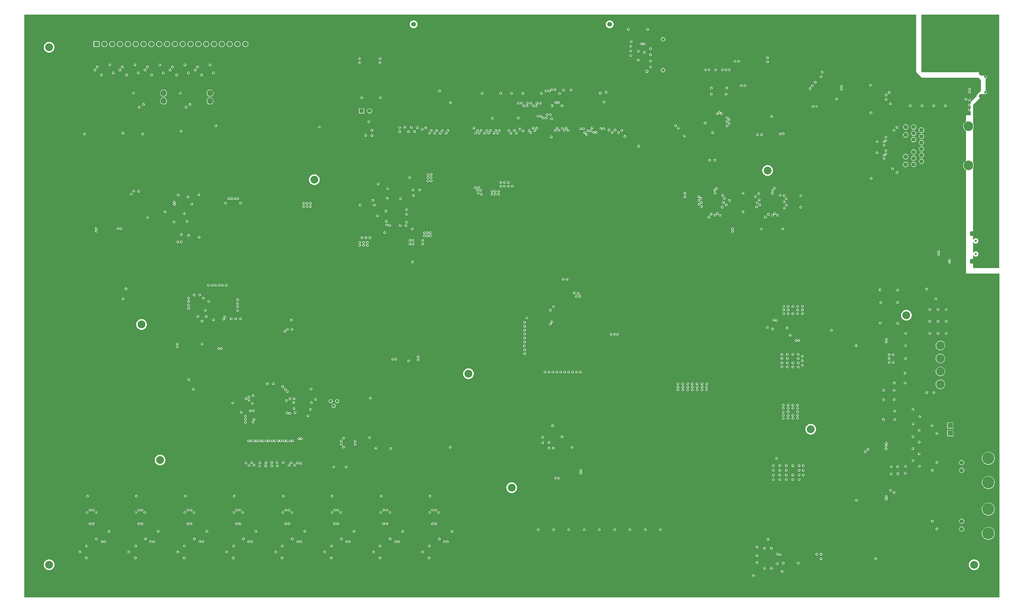
<source format=gbr>
%TF.GenerationSoftware,Altium Limited,Altium Designer,22.6.1 (34)*%
G04 Layer_Physical_Order=7*
G04 Layer_Color=8388736*
%FSLAX26Y26*%
%MOIN*%
%TF.SameCoordinates,08F94D22-2ED8-4738-ABBF-34BB79D8E07D*%
%TF.FilePolarity,Positive*%
%TF.FileFunction,Copper,L7,Inr,Signal*%
%TF.Part,Single*%
G01*
G75*
%TA.AperFunction,ComponentPad*%
%ADD142R,0.067913X0.067913*%
%ADD143C,0.020000*%
%ADD144C,0.096457*%
%ADD145C,0.078740*%
%ADD146R,0.054685X0.054685*%
%ADD147C,0.054685*%
%ADD148C,0.031496*%
G04:AMPARAMS|DCode=149|XSize=57.087mil|YSize=78.74mil|CornerRadius=28.543mil|HoleSize=0mil|Usage=FLASHONLY|Rotation=90.000|XOffset=0mil|YOffset=0mil|HoleType=Round|Shape=RoundedRectangle|*
%AMROUNDEDRECTD149*
21,1,0.057087,0.021654,0,0,90.0*
21,1,0.000000,0.078740,0,0,90.0*
1,1,0.057087,0.010827,0.000000*
1,1,0.057087,0.010827,0.000000*
1,1,0.057087,-0.010827,0.000000*
1,1,0.057087,-0.010827,0.000000*
%
%ADD149ROUNDEDRECTD149*%
G04:AMPARAMS|DCode=150|XSize=45.276mil|YSize=70.866mil|CornerRadius=22.638mil|HoleSize=0mil|Usage=FLASHONLY|Rotation=90.000|XOffset=0mil|YOffset=0mil|HoleType=Round|Shape=RoundedRectangle|*
%AMROUNDEDRECTD150*
21,1,0.045276,0.025590,0,0,90.0*
21,1,0.000000,0.070866,0,0,90.0*
1,1,0.045276,0.012795,0.000000*
1,1,0.045276,0.012795,0.000000*
1,1,0.045276,-0.012795,0.000000*
1,1,0.045276,-0.012795,0.000000*
%
%ADD150ROUNDEDRECTD150*%
%ADD151C,0.055000*%
%ADD152C,0.154000*%
%ADD153C,0.064961*%
%ADD154R,0.064961X0.064961*%
%ADD155C,0.060000*%
G04:AMPARAMS|DCode=156|XSize=62.992mil|YSize=120.079mil|CornerRadius=15.748mil|HoleSize=0mil|Usage=FLASHONLY|Rotation=90.000|XOffset=0mil|YOffset=0mil|HoleType=Round|Shape=RoundedRectangle|*
%AMROUNDEDRECTD156*
21,1,0.062992,0.088583,0,0,90.0*
21,1,0.031496,0.120079,0,0,90.0*
1,1,0.031496,0.044291,0.015748*
1,1,0.031496,0.044291,-0.015748*
1,1,0.031496,-0.044291,-0.015748*
1,1,0.031496,-0.044291,0.015748*
%
%ADD156ROUNDEDRECTD156*%
%ADD157C,0.028543*%
%ADD158C,0.083000*%
%ADD159C,0.063000*%
%ADD160C,0.100000*%
%ADD161C,0.300000*%
%ADD162C,0.110000*%
%ADD163C,0.042520*%
%ADD164C,0.124016*%
%ADD165C,0.094488*%
%ADD166C,0.059843*%
%ADD167C,0.055118*%
G04:AMPARAMS|DCode=168|XSize=55.118mil|YSize=55.118mil|CornerRadius=13.78mil|HoleSize=0mil|Usage=FLASHONLY|Rotation=270.000|XOffset=0mil|YOffset=0mil|HoleType=Round|Shape=RoundedRectangle|*
%AMROUNDEDRECTD168*
21,1,0.055118,0.027559,0,0,270.0*
21,1,0.027559,0.055118,0,0,270.0*
1,1,0.027559,-0.013780,-0.013780*
1,1,0.027559,-0.013780,0.013780*
1,1,0.027559,0.013780,0.013780*
1,1,0.027559,0.013780,-0.013780*
%
%ADD168ROUNDEDRECTD168*%
%TA.AperFunction,ViaPad*%
%ADD169C,0.021654*%
%ADD170C,0.040000*%
%ADD171C,0.019000*%
%ADD172C,0.027559*%
%ADD173C,0.030000*%
%ADD174C,0.019685*%
G36*
X12475000Y4235000D02*
X12140000D01*
Y4402908D01*
X12145000Y4403902D01*
X12146448Y4400406D01*
X12151825Y4393400D01*
X12158832Y4388023D01*
X12166992Y4384643D01*
X12175748Y4383490D01*
X12184504Y4384643D01*
X12192664Y4388023D01*
X12199671Y4393400D01*
X12205048Y4400406D01*
X12208428Y4408566D01*
X12209581Y4417323D01*
X12208428Y4426079D01*
X12205048Y4434239D01*
X12199671Y4441246D01*
X12192664Y4446623D01*
X12184504Y4450003D01*
X12175748Y4451155D01*
X12166992Y4450003D01*
X12158832Y4446623D01*
X12151825Y4441246D01*
X12146448Y4434239D01*
X12145000Y4430743D01*
X12140000Y4431738D01*
Y4568262D01*
X12145000Y4569257D01*
X12146448Y4565761D01*
X12151825Y4558754D01*
X12158832Y4553377D01*
X12166992Y4549997D01*
X12175748Y4548845D01*
X12184504Y4549997D01*
X12192664Y4553377D01*
X12199671Y4558754D01*
X12205048Y4565761D01*
X12208428Y4573921D01*
X12209581Y4582677D01*
X12208428Y4591434D01*
X12205048Y4599594D01*
X12199671Y4606600D01*
X12192664Y4611977D01*
X12184504Y4615357D01*
X12175748Y4616510D01*
X12166992Y4615357D01*
X12158832Y4611977D01*
X12151825Y4606600D01*
X12146448Y4599594D01*
X12145000Y4596098D01*
X12140000Y4597092D01*
X12140000Y5517748D01*
X12143467Y5524233D01*
X12147298Y5536864D01*
X12148592Y5550000D01*
X12147298Y5563136D01*
X12143467Y5575767D01*
X12140000Y5582252D01*
Y6017748D01*
X12143467Y6024233D01*
X12147298Y6036864D01*
X12148592Y6050000D01*
X12147298Y6063136D01*
X12143467Y6075767D01*
X12140000Y6082252D01*
Y6320000D01*
X12284850Y6464850D01*
X12289070Y6462031D01*
X12297165Y6460420D01*
X12305261Y6462031D01*
X12312124Y6466616D01*
X12316710Y6473479D01*
X12318320Y6481575D01*
X12316710Y6489670D01*
X12312124Y6496533D01*
X12305261Y6501119D01*
X12300000Y6502166D01*
X12300000Y6657834D01*
X12305261Y6658881D01*
X12312124Y6663467D01*
X12316710Y6670330D01*
X12318320Y6678425D01*
X12316710Y6686521D01*
X12312124Y6693384D01*
X12305261Y6697969D01*
X12297165Y6699580D01*
X12289070Y6697969D01*
X12282207Y6693384D01*
X12281669Y6693331D01*
X12235000Y6740000D01*
X11480000D01*
Y7475000D01*
X12475000D01*
Y4235000D01*
D02*
G37*
G36*
X11414000Y6744000D02*
X11487000Y6671000D01*
X12210000Y6671000D01*
X12240000Y6641000D01*
Y6502000D01*
X12188000Y6450000D01*
X12188000Y6437000D01*
X12110255Y6359255D01*
X12110165Y6334457D01*
X12109371Y6333813D01*
X12105157Y6332248D01*
X12101175Y6334908D01*
X12095000Y6336137D01*
X12088825Y6334908D01*
X12083590Y6331410D01*
X12080092Y6326175D01*
X12078863Y6320000D01*
X12080092Y6313825D01*
X12083590Y6308590D01*
X12088825Y6305092D01*
X12095000Y6303863D01*
X12101175Y6305092D01*
X12105068Y6307693D01*
X12109485Y6305964D01*
X12110060Y6305472D01*
X12109936Y6271449D01*
X12104929Y6269400D01*
X12101175Y6271908D01*
X12095000Y6273137D01*
X12088825Y6271908D01*
X12083590Y6268410D01*
X12080092Y6263175D01*
X12078863Y6257000D01*
X12080092Y6250825D01*
X12083590Y6245590D01*
X12088825Y6242092D01*
X12095000Y6240863D01*
X12101175Y6242092D01*
X12104838Y6244539D01*
X12109831Y6242393D01*
X12109640Y6190000D01*
X12050000D01*
Y6109271D01*
X12043852Y6105984D01*
X12033649Y6097611D01*
X12025275Y6087408D01*
X12019053Y6075767D01*
X12015222Y6063136D01*
X12013928Y6050000D01*
X12015222Y6036864D01*
X12019053Y6024233D01*
X12025275Y6012592D01*
X12033649Y6002389D01*
X12043852Y5994016D01*
X12050000Y5990729D01*
Y5609271D01*
X12043852Y5605984D01*
X12033649Y5597611D01*
X12025275Y5587408D01*
X12019053Y5575767D01*
X12015222Y5563136D01*
X12013928Y5550000D01*
X12015222Y5536864D01*
X12019053Y5524233D01*
X12025275Y5512592D01*
X12033649Y5502389D01*
X12043852Y5494016D01*
X12050000Y5490729D01*
Y4165000D01*
X12479000D01*
Y26000D01*
X29000D01*
Y7476000D01*
X11414000D01*
Y6744000D01*
D02*
G37*
%LPC*%
G36*
X7502000Y7401927D02*
X7489078Y7400226D01*
X7477036Y7395238D01*
X7466696Y7387304D01*
X7458762Y7376964D01*
X7453774Y7364922D01*
X7452073Y7352000D01*
X7453774Y7339078D01*
X7458762Y7327036D01*
X7466696Y7316696D01*
X7477036Y7308762D01*
X7489078Y7303774D01*
X7502000Y7302073D01*
X7514922Y7303774D01*
X7526964Y7308762D01*
X7537304Y7316696D01*
X7545238Y7327036D01*
X7550226Y7339078D01*
X7551927Y7352000D01*
X7550226Y7364922D01*
X7545238Y7376964D01*
X7537304Y7387304D01*
X7526964Y7395238D01*
X7514922Y7400226D01*
X7502000Y7401927D01*
D02*
G37*
G36*
X4998000D02*
X4985078Y7400226D01*
X4973036Y7395238D01*
X4962696Y7387304D01*
X4954762Y7376964D01*
X4949774Y7364922D01*
X4948073Y7352000D01*
X4949774Y7339078D01*
X4954762Y7327036D01*
X4962696Y7316696D01*
X4973036Y7308762D01*
X4985078Y7303774D01*
X4998000Y7302073D01*
X5010922Y7303774D01*
X5022964Y7308762D01*
X5033304Y7316696D01*
X5041238Y7327036D01*
X5046226Y7339078D01*
X5047927Y7352000D01*
X5046226Y7364922D01*
X5041238Y7376964D01*
X5033304Y7387304D01*
X5022964Y7395238D01*
X5010922Y7400226D01*
X4998000Y7401927D01*
D02*
G37*
G36*
X7740548Y7305518D02*
X7734373Y7304289D01*
X7729138Y7300791D01*
X7725640Y7295556D01*
X7724411Y7289381D01*
X7725640Y7283206D01*
X7729138Y7277971D01*
X7734373Y7274472D01*
X7740548Y7273244D01*
X7746723Y7274472D01*
X7751958Y7277971D01*
X7755457Y7283206D01*
X7756685Y7289381D01*
X7755457Y7295556D01*
X7751958Y7300791D01*
X7746723Y7304289D01*
X7740548Y7305518D01*
D02*
G37*
G36*
X7985000Y7305507D02*
X7978825Y7304279D01*
X7973590Y7300780D01*
X7970092Y7295545D01*
X7968863Y7289370D01*
X7970092Y7283195D01*
X7973590Y7277960D01*
X7978825Y7274462D01*
X7985000Y7273233D01*
X7991175Y7274462D01*
X7996410Y7277960D01*
X7999908Y7283195D01*
X8001137Y7289370D01*
X7999908Y7295545D01*
X7996410Y7300780D01*
X7991175Y7304279D01*
X7985000Y7305507D01*
D02*
G37*
G36*
X8183858Y7187116D02*
X8177003Y7186214D01*
X8170615Y7183568D01*
X8165130Y7179359D01*
X8160920Y7173873D01*
X8158274Y7167485D01*
X8157372Y7160630D01*
X8158274Y7153775D01*
X8160920Y7147387D01*
X8165130Y7141901D01*
X8170615Y7137692D01*
X8177003Y7135046D01*
X8183858Y7134144D01*
X8190713Y7135046D01*
X8197102Y7137692D01*
X8202587Y7141901D01*
X8206796Y7147387D01*
X8209442Y7153775D01*
X8210345Y7160630D01*
X8209442Y7167485D01*
X8206796Y7173873D01*
X8202587Y7179359D01*
X8197102Y7183568D01*
X8190713Y7186214D01*
X8183858Y7187116D01*
D02*
G37*
G36*
X7774593Y7151137D02*
X7768418Y7149908D01*
X7763183Y7146410D01*
X7759685Y7141175D01*
X7758457Y7135000D01*
X7759685Y7128825D01*
X7763183Y7123590D01*
X7768418Y7120092D01*
X7774593Y7118863D01*
X7780769Y7120092D01*
X7786004Y7123590D01*
X7789502Y7128825D01*
X7790730Y7135000D01*
X7789502Y7141175D01*
X7786004Y7146410D01*
X7780769Y7149908D01*
X7774593Y7151137D01*
D02*
G37*
G36*
X7905046Y7120940D02*
X7898870Y7119712D01*
X7893635Y7116214D01*
X7890137Y7110979D01*
X7888909Y7104804D01*
X7890137Y7098628D01*
X7893635Y7093393D01*
X7898870Y7089895D01*
X7905046Y7088667D01*
X7911221Y7089895D01*
X7916456Y7093393D01*
X7919315Y7097671D01*
X7923257Y7097553D01*
X7924517Y7097143D01*
X7925092Y7094258D01*
X7928590Y7089023D01*
X7933825Y7085525D01*
X7940000Y7084296D01*
X7946175Y7085525D01*
X7951410Y7089023D01*
X7954908Y7094258D01*
X7956137Y7100433D01*
X7954908Y7106608D01*
X7951410Y7111843D01*
X7946175Y7115342D01*
X7940000Y7116570D01*
X7933825Y7115342D01*
X7928590Y7111843D01*
X7925731Y7107565D01*
X7921788Y7107683D01*
X7920528Y7108093D01*
X7919954Y7110979D01*
X7916456Y7116214D01*
X7911221Y7119712D01*
X7905046Y7120940D01*
D02*
G37*
G36*
X987480Y7137480D02*
X912520D01*
Y7062520D01*
X987480D01*
Y7137480D01*
D02*
G37*
G36*
X2850000Y7137804D02*
X2840216Y7136516D01*
X2831098Y7132739D01*
X2823269Y7126731D01*
X2817261Y7118902D01*
X2813484Y7109784D01*
X2812196Y7100000D01*
X2813484Y7090216D01*
X2817261Y7081098D01*
X2823269Y7073269D01*
X2831098Y7067261D01*
X2840216Y7063484D01*
X2850000Y7062196D01*
X2859784Y7063484D01*
X2868902Y7067261D01*
X2876731Y7073269D01*
X2882739Y7081098D01*
X2886516Y7090216D01*
X2887804Y7100000D01*
X2886516Y7109784D01*
X2882739Y7118902D01*
X2876731Y7126731D01*
X2868902Y7132739D01*
X2859784Y7136516D01*
X2850000Y7137804D01*
D02*
G37*
G36*
X2750000D02*
X2740216Y7136516D01*
X2731098Y7132739D01*
X2723269Y7126731D01*
X2717261Y7118902D01*
X2713484Y7109784D01*
X2712196Y7100000D01*
X2713484Y7090216D01*
X2717261Y7081098D01*
X2723269Y7073269D01*
X2731098Y7067261D01*
X2740216Y7063484D01*
X2750000Y7062196D01*
X2759784Y7063484D01*
X2768902Y7067261D01*
X2776731Y7073269D01*
X2782739Y7081098D01*
X2786516Y7090216D01*
X2787804Y7100000D01*
X2786516Y7109784D01*
X2782739Y7118902D01*
X2776731Y7126731D01*
X2768902Y7132739D01*
X2759784Y7136516D01*
X2750000Y7137804D01*
D02*
G37*
G36*
X2650000D02*
X2640216Y7136516D01*
X2631098Y7132739D01*
X2623269Y7126731D01*
X2617261Y7118902D01*
X2613484Y7109784D01*
X2612196Y7100000D01*
X2613484Y7090216D01*
X2617261Y7081098D01*
X2623269Y7073269D01*
X2631098Y7067261D01*
X2640216Y7063484D01*
X2650000Y7062196D01*
X2659784Y7063484D01*
X2668902Y7067261D01*
X2676731Y7073269D01*
X2682739Y7081098D01*
X2686516Y7090216D01*
X2687804Y7100000D01*
X2686516Y7109784D01*
X2682739Y7118902D01*
X2676731Y7126731D01*
X2668902Y7132739D01*
X2659784Y7136516D01*
X2650000Y7137804D01*
D02*
G37*
G36*
X2550000D02*
X2540216Y7136516D01*
X2531098Y7132739D01*
X2523269Y7126731D01*
X2517261Y7118902D01*
X2513484Y7109784D01*
X2512196Y7100000D01*
X2513484Y7090216D01*
X2517261Y7081098D01*
X2523269Y7073269D01*
X2531098Y7067261D01*
X2540216Y7063484D01*
X2550000Y7062196D01*
X2559784Y7063484D01*
X2568902Y7067261D01*
X2576731Y7073269D01*
X2582739Y7081098D01*
X2586516Y7090216D01*
X2587804Y7100000D01*
X2586516Y7109784D01*
X2582739Y7118902D01*
X2576731Y7126731D01*
X2568902Y7132739D01*
X2559784Y7136516D01*
X2550000Y7137804D01*
D02*
G37*
G36*
X2450000D02*
X2440216Y7136516D01*
X2431098Y7132739D01*
X2423269Y7126731D01*
X2417261Y7118902D01*
X2413484Y7109784D01*
X2412196Y7100000D01*
X2413484Y7090216D01*
X2417261Y7081098D01*
X2423269Y7073269D01*
X2431098Y7067261D01*
X2440216Y7063484D01*
X2450000Y7062196D01*
X2459784Y7063484D01*
X2468902Y7067261D01*
X2476731Y7073269D01*
X2482739Y7081098D01*
X2486516Y7090216D01*
X2487804Y7100000D01*
X2486516Y7109784D01*
X2482739Y7118902D01*
X2476731Y7126731D01*
X2468902Y7132739D01*
X2459784Y7136516D01*
X2450000Y7137804D01*
D02*
G37*
G36*
X2350000D02*
X2340216Y7136516D01*
X2331098Y7132739D01*
X2323269Y7126731D01*
X2317261Y7118902D01*
X2313484Y7109784D01*
X2312196Y7100000D01*
X2313484Y7090216D01*
X2317261Y7081098D01*
X2323269Y7073269D01*
X2331098Y7067261D01*
X2340216Y7063484D01*
X2350000Y7062196D01*
X2359784Y7063484D01*
X2368902Y7067261D01*
X2376731Y7073269D01*
X2382739Y7081098D01*
X2386516Y7090216D01*
X2387804Y7100000D01*
X2386516Y7109784D01*
X2382739Y7118902D01*
X2376731Y7126731D01*
X2368902Y7132739D01*
X2359784Y7136516D01*
X2350000Y7137804D01*
D02*
G37*
G36*
X2250000D02*
X2240216Y7136516D01*
X2231098Y7132739D01*
X2223269Y7126731D01*
X2217261Y7118902D01*
X2213484Y7109784D01*
X2212196Y7100000D01*
X2213484Y7090216D01*
X2217261Y7081098D01*
X2223269Y7073269D01*
X2231098Y7067261D01*
X2240216Y7063484D01*
X2250000Y7062196D01*
X2259784Y7063484D01*
X2268902Y7067261D01*
X2276731Y7073269D01*
X2282739Y7081098D01*
X2286516Y7090216D01*
X2287804Y7100000D01*
X2286516Y7109784D01*
X2282739Y7118902D01*
X2276731Y7126731D01*
X2268902Y7132739D01*
X2259784Y7136516D01*
X2250000Y7137804D01*
D02*
G37*
G36*
X2150000D02*
X2140216Y7136516D01*
X2131098Y7132739D01*
X2123269Y7126731D01*
X2117261Y7118902D01*
X2113484Y7109784D01*
X2112196Y7100000D01*
X2113484Y7090216D01*
X2117261Y7081098D01*
X2123269Y7073269D01*
X2131098Y7067261D01*
X2140216Y7063484D01*
X2150000Y7062196D01*
X2159784Y7063484D01*
X2168902Y7067261D01*
X2176731Y7073269D01*
X2182739Y7081098D01*
X2186516Y7090216D01*
X2187804Y7100000D01*
X2186516Y7109784D01*
X2182739Y7118902D01*
X2176731Y7126731D01*
X2168902Y7132739D01*
X2159784Y7136516D01*
X2150000Y7137804D01*
D02*
G37*
G36*
X2050000D02*
X2040216Y7136516D01*
X2031098Y7132739D01*
X2023269Y7126731D01*
X2017261Y7118902D01*
X2013484Y7109784D01*
X2012196Y7100000D01*
X2013484Y7090216D01*
X2017261Y7081098D01*
X2023269Y7073269D01*
X2031098Y7067261D01*
X2040216Y7063484D01*
X2050000Y7062196D01*
X2059784Y7063484D01*
X2068902Y7067261D01*
X2076731Y7073269D01*
X2082739Y7081098D01*
X2086516Y7090216D01*
X2087804Y7100000D01*
X2086516Y7109784D01*
X2082739Y7118902D01*
X2076731Y7126731D01*
X2068902Y7132739D01*
X2059784Y7136516D01*
X2050000Y7137804D01*
D02*
G37*
G36*
X1950000D02*
X1940216Y7136516D01*
X1931098Y7132739D01*
X1923269Y7126731D01*
X1917261Y7118902D01*
X1913484Y7109784D01*
X1912196Y7100000D01*
X1913484Y7090216D01*
X1917261Y7081098D01*
X1923269Y7073269D01*
X1931098Y7067261D01*
X1940216Y7063484D01*
X1950000Y7062196D01*
X1959784Y7063484D01*
X1968902Y7067261D01*
X1976731Y7073269D01*
X1982739Y7081098D01*
X1986516Y7090216D01*
X1987804Y7100000D01*
X1986516Y7109784D01*
X1982739Y7118902D01*
X1976731Y7126731D01*
X1968902Y7132739D01*
X1959784Y7136516D01*
X1950000Y7137804D01*
D02*
G37*
G36*
X1850000D02*
X1840216Y7136516D01*
X1831098Y7132739D01*
X1823269Y7126731D01*
X1817261Y7118902D01*
X1813484Y7109784D01*
X1812196Y7100000D01*
X1813484Y7090216D01*
X1817261Y7081098D01*
X1823269Y7073269D01*
X1831098Y7067261D01*
X1840216Y7063484D01*
X1850000Y7062196D01*
X1859784Y7063484D01*
X1868902Y7067261D01*
X1876731Y7073269D01*
X1882739Y7081098D01*
X1886516Y7090216D01*
X1887804Y7100000D01*
X1886516Y7109784D01*
X1882739Y7118902D01*
X1876731Y7126731D01*
X1868902Y7132739D01*
X1859784Y7136516D01*
X1850000Y7137804D01*
D02*
G37*
G36*
X1750000D02*
X1740216Y7136516D01*
X1731098Y7132739D01*
X1723269Y7126731D01*
X1717261Y7118902D01*
X1713484Y7109784D01*
X1712196Y7100000D01*
X1713484Y7090216D01*
X1717261Y7081098D01*
X1723269Y7073269D01*
X1731098Y7067261D01*
X1740216Y7063484D01*
X1750000Y7062196D01*
X1759784Y7063484D01*
X1768902Y7067261D01*
X1776731Y7073269D01*
X1782739Y7081098D01*
X1786516Y7090216D01*
X1787804Y7100000D01*
X1786516Y7109784D01*
X1782739Y7118902D01*
X1776731Y7126731D01*
X1768902Y7132739D01*
X1759784Y7136516D01*
X1750000Y7137804D01*
D02*
G37*
G36*
X1650000D02*
X1640216Y7136516D01*
X1631098Y7132739D01*
X1623269Y7126731D01*
X1617261Y7118902D01*
X1613484Y7109784D01*
X1612196Y7100000D01*
X1613484Y7090216D01*
X1617261Y7081098D01*
X1623269Y7073269D01*
X1631098Y7067261D01*
X1640216Y7063484D01*
X1650000Y7062196D01*
X1659784Y7063484D01*
X1668902Y7067261D01*
X1676731Y7073269D01*
X1682739Y7081098D01*
X1686516Y7090216D01*
X1687804Y7100000D01*
X1686516Y7109784D01*
X1682739Y7118902D01*
X1676731Y7126731D01*
X1668902Y7132739D01*
X1659784Y7136516D01*
X1650000Y7137804D01*
D02*
G37*
G36*
X1550000D02*
X1540216Y7136516D01*
X1531098Y7132739D01*
X1523269Y7126731D01*
X1517261Y7118902D01*
X1513484Y7109784D01*
X1512196Y7100000D01*
X1513484Y7090216D01*
X1517261Y7081098D01*
X1523269Y7073269D01*
X1531098Y7067261D01*
X1540216Y7063484D01*
X1550000Y7062196D01*
X1559784Y7063484D01*
X1568902Y7067261D01*
X1576731Y7073269D01*
X1582739Y7081098D01*
X1586516Y7090216D01*
X1587804Y7100000D01*
X1586516Y7109784D01*
X1582739Y7118902D01*
X1576731Y7126731D01*
X1568902Y7132739D01*
X1559784Y7136516D01*
X1550000Y7137804D01*
D02*
G37*
G36*
X1450000D02*
X1440216Y7136516D01*
X1431098Y7132739D01*
X1423269Y7126731D01*
X1417261Y7118902D01*
X1413484Y7109784D01*
X1412196Y7100000D01*
X1413484Y7090216D01*
X1417261Y7081098D01*
X1423269Y7073269D01*
X1431098Y7067261D01*
X1440216Y7063484D01*
X1450000Y7062196D01*
X1459784Y7063484D01*
X1468902Y7067261D01*
X1476731Y7073269D01*
X1482739Y7081098D01*
X1486516Y7090216D01*
X1487804Y7100000D01*
X1486516Y7109784D01*
X1482739Y7118902D01*
X1476731Y7126731D01*
X1468902Y7132739D01*
X1459784Y7136516D01*
X1450000Y7137804D01*
D02*
G37*
G36*
X1350000D02*
X1340216Y7136516D01*
X1331098Y7132739D01*
X1323269Y7126731D01*
X1317261Y7118902D01*
X1313484Y7109784D01*
X1312196Y7100000D01*
X1313484Y7090216D01*
X1317261Y7081098D01*
X1323269Y7073269D01*
X1331098Y7067261D01*
X1340216Y7063484D01*
X1350000Y7062196D01*
X1359784Y7063484D01*
X1368902Y7067261D01*
X1376731Y7073269D01*
X1382739Y7081098D01*
X1386516Y7090216D01*
X1387804Y7100000D01*
X1386516Y7109784D01*
X1382739Y7118902D01*
X1376731Y7126731D01*
X1368902Y7132739D01*
X1359784Y7136516D01*
X1350000Y7137804D01*
D02*
G37*
G36*
X1250000D02*
X1240216Y7136516D01*
X1231098Y7132739D01*
X1223269Y7126731D01*
X1217261Y7118902D01*
X1213484Y7109784D01*
X1212196Y7100000D01*
X1213484Y7090216D01*
X1217261Y7081098D01*
X1223269Y7073269D01*
X1231098Y7067261D01*
X1240216Y7063484D01*
X1250000Y7062196D01*
X1259784Y7063484D01*
X1268902Y7067261D01*
X1276731Y7073269D01*
X1282739Y7081098D01*
X1286516Y7090216D01*
X1287804Y7100000D01*
X1286516Y7109784D01*
X1282739Y7118902D01*
X1276731Y7126731D01*
X1268902Y7132739D01*
X1259784Y7136516D01*
X1250000Y7137804D01*
D02*
G37*
G36*
X1150000D02*
X1140216Y7136516D01*
X1131098Y7132739D01*
X1123269Y7126731D01*
X1117261Y7118902D01*
X1113484Y7109784D01*
X1112196Y7100000D01*
X1113484Y7090216D01*
X1117261Y7081098D01*
X1123269Y7073269D01*
X1131098Y7067261D01*
X1140216Y7063484D01*
X1150000Y7062196D01*
X1159784Y7063484D01*
X1168902Y7067261D01*
X1176731Y7073269D01*
X1182739Y7081098D01*
X1186516Y7090216D01*
X1187804Y7100000D01*
X1186516Y7109784D01*
X1182739Y7118902D01*
X1176731Y7126731D01*
X1168902Y7132739D01*
X1159784Y7136516D01*
X1150000Y7137804D01*
D02*
G37*
G36*
X1050000D02*
X1040216Y7136516D01*
X1031098Y7132739D01*
X1023269Y7126731D01*
X1017261Y7118902D01*
X1013484Y7109784D01*
X1012196Y7100000D01*
X1013484Y7090216D01*
X1017261Y7081098D01*
X1023269Y7073269D01*
X1031098Y7067261D01*
X1040216Y7063484D01*
X1050000Y7062196D01*
X1059784Y7063484D01*
X1068902Y7067261D01*
X1076731Y7073269D01*
X1082739Y7081098D01*
X1086516Y7090216D01*
X1087804Y7100000D01*
X1086516Y7109784D01*
X1082739Y7118902D01*
X1076731Y7126731D01*
X1068902Y7132739D01*
X1059784Y7136516D01*
X1050000Y7137804D01*
D02*
G37*
G36*
X7770829Y7091137D02*
X7764653Y7089908D01*
X7759418Y7086410D01*
X7755920Y7081175D01*
X7754692Y7075000D01*
X7755920Y7068825D01*
X7759418Y7063590D01*
X7764653Y7060092D01*
X7770829Y7058863D01*
X7777004Y7060092D01*
X7782239Y7063590D01*
X7785737Y7068825D01*
X7786965Y7075000D01*
X7785737Y7081175D01*
X7782239Y7086410D01*
X7777004Y7089908D01*
X7770829Y7091137D01*
D02*
G37*
G36*
X8023268Y7058657D02*
X8017092Y7057428D01*
X8011857Y7053930D01*
X8008359Y7048695D01*
X8007131Y7042520D01*
X8008359Y7036345D01*
X8011857Y7031109D01*
X8017092Y7027611D01*
X8023268Y7026383D01*
X8029443Y7027611D01*
X8034678Y7031109D01*
X8038176Y7036345D01*
X8039405Y7042520D01*
X8038176Y7048695D01*
X8034678Y7053930D01*
X8029443Y7057428D01*
X8023268Y7058657D01*
D02*
G37*
G36*
X7770829Y7031137D02*
X7764653Y7029908D01*
X7759418Y7026410D01*
X7755920Y7021175D01*
X7754692Y7015000D01*
X7755920Y7008825D01*
X7759418Y7003590D01*
X7764653Y7000092D01*
X7770829Y6998863D01*
X7777004Y7000092D01*
X7782239Y7003590D01*
X7785737Y7008825D01*
X7786965Y7015000D01*
X7785737Y7021175D01*
X7782239Y7026410D01*
X7777004Y7029908D01*
X7770829Y7031137D01*
D02*
G37*
G36*
X7867644Y7023215D02*
X7861469Y7021986D01*
X7856234Y7018488D01*
X7852735Y7013253D01*
X7851507Y7007078D01*
X7852735Y7000903D01*
X7856234Y6995667D01*
X7861469Y6992169D01*
X7867644Y6990941D01*
X7873819Y6992169D01*
X7879054Y6995667D01*
X7882552Y7000903D01*
X7883781Y7007078D01*
X7882552Y7013253D01*
X7879054Y7018488D01*
X7873819Y7021986D01*
X7867644Y7023215D01*
D02*
G37*
G36*
X344488Y7126597D02*
X331158Y7125284D01*
X318340Y7121395D01*
X306527Y7115081D01*
X296172Y7106584D01*
X287675Y7096229D01*
X281360Y7084416D01*
X277472Y7071598D01*
X276159Y7058268D01*
X277472Y7044937D01*
X281360Y7032119D01*
X287675Y7020306D01*
X296172Y7009952D01*
X306527Y7001454D01*
X318340Y6995140D01*
X331158Y6991252D01*
X344488Y6989939D01*
X357818Y6991252D01*
X370637Y6995140D01*
X382450Y7001454D01*
X392804Y7009952D01*
X401302Y7020306D01*
X407616Y7032119D01*
X411504Y7044937D01*
X412817Y7058268D01*
X411504Y7071598D01*
X407616Y7084416D01*
X401302Y7096229D01*
X392804Y7106584D01*
X382450Y7115081D01*
X370637Y7121395D01*
X357818Y7125284D01*
X344488Y7126597D01*
D02*
G37*
G36*
X7942402Y7010062D02*
X7936226Y7008834D01*
X7930991Y7005336D01*
X7927493Y7000101D01*
X7926265Y6993926D01*
X7927493Y6987750D01*
X7930991Y6982515D01*
X7936226Y6979017D01*
X7942402Y6977789D01*
X7948577Y6979017D01*
X7953812Y6982515D01*
X7957310Y6987750D01*
X7958538Y6993926D01*
X7957310Y7000101D01*
X7953812Y7005336D01*
X7948577Y7008834D01*
X7942402Y7010062D01*
D02*
G37*
G36*
X8023268Y6979916D02*
X8017092Y6978688D01*
X8011857Y6975190D01*
X8008359Y6969955D01*
X8007131Y6963780D01*
X8008359Y6957604D01*
X8011857Y6952369D01*
X8017092Y6948871D01*
X8023268Y6947643D01*
X8029443Y6948871D01*
X8034678Y6952369D01*
X8038176Y6957604D01*
X8039405Y6963780D01*
X8038176Y6969955D01*
X8034678Y6975190D01*
X8029443Y6978688D01*
X8023268Y6979916D01*
D02*
G37*
G36*
X7770829Y6971137D02*
X7764653Y6969908D01*
X7759418Y6966410D01*
X7755920Y6961175D01*
X7754692Y6955000D01*
X7755920Y6948825D01*
X7759418Y6943590D01*
X7764653Y6940092D01*
X7770829Y6938863D01*
X7777004Y6940092D01*
X7782239Y6943590D01*
X7785737Y6948825D01*
X7786965Y6955000D01*
X7785737Y6961175D01*
X7782239Y6966410D01*
X7777004Y6969908D01*
X7770829Y6971137D01*
D02*
G37*
G36*
X9515276Y6940246D02*
X9509100Y6939018D01*
X9503865Y6935520D01*
X9500367Y6930284D01*
X9499139Y6924109D01*
X9500367Y6917934D01*
X9503865Y6912699D01*
X9509100Y6909201D01*
X9515276Y6907972D01*
X9521451Y6909201D01*
X9526686Y6912699D01*
X9530184Y6917934D01*
X9531412Y6924109D01*
X9530184Y6930284D01*
X9526686Y6935520D01*
X9521451Y6939018D01*
X9515276Y6940246D01*
D02*
G37*
G36*
X4568595Y6931137D02*
X4562420Y6929908D01*
X4557185Y6926410D01*
X4553687Y6921175D01*
X4552459Y6915000D01*
X4553687Y6908825D01*
X4557185Y6903590D01*
X4562420Y6900092D01*
X4568595Y6898863D01*
X4574771Y6900092D01*
X4580006Y6903590D01*
X4583504Y6908825D01*
X4584732Y6915000D01*
X4583504Y6921175D01*
X4580006Y6926410D01*
X4574771Y6929908D01*
X4568595Y6931137D01*
D02*
G37*
G36*
X4309745D02*
X4303570Y6929908D01*
X4298335Y6926410D01*
X4294837Y6921175D01*
X4293608Y6915000D01*
X4294837Y6908825D01*
X4298335Y6903590D01*
X4303570Y6900092D01*
X4309745Y6898863D01*
X4315920Y6900092D01*
X4321155Y6903590D01*
X4324654Y6908825D01*
X4325882Y6915000D01*
X4324654Y6921175D01*
X4321155Y6926410D01*
X4315920Y6929908D01*
X4309745Y6931137D01*
D02*
G37*
G36*
X7866674Y6909723D02*
X7860499Y6908495D01*
X7855264Y6904997D01*
X7851766Y6899762D01*
X7850537Y6893587D01*
X7851766Y6887411D01*
X7855264Y6882176D01*
X7860499Y6878678D01*
X7866674Y6877450D01*
X7872849Y6878678D01*
X7878084Y6882176D01*
X7881583Y6887411D01*
X7882811Y6893587D01*
X7881583Y6899762D01*
X7878084Y6904997D01*
X7872849Y6908495D01*
X7866674Y6909723D01*
D02*
G37*
G36*
X8023268Y6901176D02*
X8017092Y6899948D01*
X8011857Y6896450D01*
X8008359Y6891215D01*
X8007131Y6885039D01*
X8008359Y6878864D01*
X8011857Y6873629D01*
X8017092Y6870131D01*
X8023268Y6868903D01*
X8029443Y6870131D01*
X8034678Y6873629D01*
X8038176Y6878864D01*
X8039405Y6885039D01*
X8038176Y6891215D01*
X8034678Y6896450D01*
X8029443Y6899948D01*
X8023268Y6901176D01*
D02*
G37*
G36*
X9147087Y6893720D02*
X9140911Y6892491D01*
X9135676Y6888993D01*
X9132178Y6883758D01*
X9130950Y6877583D01*
X9132178Y6871407D01*
X9135676Y6866172D01*
X9140911Y6862674D01*
X9147087Y6861446D01*
X9153262Y6862674D01*
X9158497Y6866172D01*
X9161995Y6871407D01*
X9163223Y6877583D01*
X9161995Y6883758D01*
X9158497Y6888993D01*
X9153262Y6892491D01*
X9147087Y6893720D01*
D02*
G37*
G36*
X9101087D02*
X9094911Y6892491D01*
X9089676Y6888993D01*
X9086178Y6883758D01*
X9084950Y6877583D01*
X9086178Y6871407D01*
X9089676Y6866172D01*
X9094911Y6862674D01*
X9101087Y6861446D01*
X9107262Y6862674D01*
X9112497Y6866172D01*
X9115995Y6871407D01*
X9117223Y6877583D01*
X9115995Y6883758D01*
X9112497Y6888993D01*
X9107262Y6892491D01*
X9101087Y6893720D01*
D02*
G37*
G36*
X9515276Y6890945D02*
X9509100Y6889717D01*
X9503865Y6886218D01*
X9500367Y6880983D01*
X9499139Y6874808D01*
X9500367Y6868633D01*
X9503865Y6863398D01*
X9509100Y6859900D01*
X9515276Y6858671D01*
X9521451Y6859900D01*
X9526686Y6863398D01*
X9530184Y6868633D01*
X9531412Y6874808D01*
X9530184Y6880983D01*
X9526686Y6886218D01*
X9521451Y6889717D01*
X9515276Y6890945D01*
D02*
G37*
G36*
X4309764Y6876146D02*
X4303588Y6874917D01*
X4298353Y6871419D01*
X4294855Y6866184D01*
X4293627Y6860009D01*
X4294855Y6853834D01*
X4298353Y6848599D01*
X4303588Y6845100D01*
X4309764Y6843872D01*
X4315939Y6845100D01*
X4321174Y6848599D01*
X4324672Y6853834D01*
X4325901Y6860009D01*
X4324672Y6866184D01*
X4321174Y6871419D01*
X4315939Y6874917D01*
X4309764Y6876146D01*
D02*
G37*
G36*
X4569392Y6876137D02*
X4563217Y6874909D01*
X4557981Y6871411D01*
X4554483Y6866176D01*
X4553255Y6860000D01*
X4554483Y6853825D01*
X4557981Y6848590D01*
X4563217Y6845092D01*
X4569392Y6843863D01*
X4575567Y6845092D01*
X4580802Y6848590D01*
X4584300Y6853825D01*
X4585529Y6860000D01*
X4584300Y6866176D01*
X4580802Y6871411D01*
X4575567Y6874909D01*
X4569392Y6876137D01*
D02*
G37*
G36*
X2398150Y6851016D02*
X2391974Y6849788D01*
X2386739Y6846290D01*
X2383241Y6841055D01*
X2382013Y6834880D01*
X2383241Y6828704D01*
X2386739Y6823469D01*
X2391974Y6819971D01*
X2398150Y6818743D01*
X2404325Y6819971D01*
X2409560Y6823469D01*
X2413058Y6828704D01*
X2414286Y6834880D01*
X2413058Y6841055D01*
X2409560Y6846290D01*
X2404325Y6849788D01*
X2398150Y6851016D01*
D02*
G37*
G36*
X2078150D02*
X2071974Y6849788D01*
X2066739Y6846290D01*
X2063241Y6841055D01*
X2062013Y6834880D01*
X2063241Y6828704D01*
X2066739Y6823469D01*
X2071974Y6819971D01*
X2078150Y6818743D01*
X2084325Y6819971D01*
X2089560Y6823469D01*
X2093058Y6828704D01*
X2094286Y6834880D01*
X2093058Y6841055D01*
X2089560Y6846290D01*
X2084325Y6849788D01*
X2078150Y6851016D01*
D02*
G37*
G36*
X1758150D02*
X1751974Y6849788D01*
X1746739Y6846290D01*
X1743241Y6841055D01*
X1742013Y6834880D01*
X1743241Y6828704D01*
X1746739Y6823469D01*
X1751974Y6819971D01*
X1758150Y6818743D01*
X1764325Y6819971D01*
X1769560Y6823469D01*
X1773058Y6828704D01*
X1774286Y6834880D01*
X1773058Y6841055D01*
X1769560Y6846290D01*
X1764325Y6849788D01*
X1758150Y6851016D01*
D02*
G37*
G36*
X1438150D02*
X1431974Y6849788D01*
X1426739Y6846290D01*
X1423241Y6841055D01*
X1422013Y6834880D01*
X1423241Y6828704D01*
X1426739Y6823469D01*
X1431974Y6819971D01*
X1438150Y6818743D01*
X1444325Y6819971D01*
X1449560Y6823469D01*
X1453058Y6828704D01*
X1454286Y6834880D01*
X1453058Y6841055D01*
X1449560Y6846290D01*
X1444325Y6849788D01*
X1438150Y6851016D01*
D02*
G37*
G36*
X1118150D02*
X1111974Y6849788D01*
X1106739Y6846290D01*
X1103241Y6841055D01*
X1102013Y6834880D01*
X1103241Y6828704D01*
X1106739Y6823469D01*
X1111974Y6819971D01*
X1118150Y6818743D01*
X1124325Y6819971D01*
X1129560Y6823469D01*
X1133058Y6828704D01*
X1134286Y6834880D01*
X1133058Y6841055D01*
X1129560Y6846290D01*
X1124325Y6849788D01*
X1118150Y6851016D01*
D02*
G37*
G36*
X2240170Y6823538D02*
X2233995Y6822310D01*
X2228760Y6818812D01*
X2225262Y6813577D01*
X2224034Y6807402D01*
X2225262Y6801226D01*
X2228760Y6795991D01*
X2233995Y6792493D01*
X2240170Y6791265D01*
X2246346Y6792493D01*
X2251581Y6795991D01*
X2255079Y6801226D01*
X2256307Y6807402D01*
X2255079Y6813577D01*
X2251581Y6818812D01*
X2246346Y6822310D01*
X2240170Y6823538D01*
D02*
G37*
G36*
X1920170D02*
X1913995Y6822310D01*
X1908760Y6818812D01*
X1905262Y6813577D01*
X1904034Y6807402D01*
X1905262Y6801226D01*
X1908760Y6795991D01*
X1913995Y6792493D01*
X1920170Y6791265D01*
X1926346Y6792493D01*
X1931581Y6795991D01*
X1935079Y6801226D01*
X1936307Y6807402D01*
X1935079Y6813577D01*
X1931581Y6818812D01*
X1926346Y6822310D01*
X1920170Y6823538D01*
D02*
G37*
G36*
X1600170D02*
X1593995Y6822310D01*
X1588760Y6818812D01*
X1585262Y6813577D01*
X1584034Y6807402D01*
X1585262Y6801226D01*
X1588760Y6795991D01*
X1593995Y6792493D01*
X1600170Y6791265D01*
X1606346Y6792493D01*
X1611581Y6795991D01*
X1615079Y6801226D01*
X1616307Y6807402D01*
X1615079Y6813577D01*
X1611581Y6818812D01*
X1606346Y6822310D01*
X1600170Y6823538D01*
D02*
G37*
G36*
X1280170D02*
X1273995Y6822310D01*
X1268760Y6818812D01*
X1265262Y6813577D01*
X1264034Y6807402D01*
X1265262Y6801226D01*
X1268760Y6795991D01*
X1273995Y6792493D01*
X1280170Y6791265D01*
X1286346Y6792493D01*
X1291581Y6795991D01*
X1295079Y6801226D01*
X1296307Y6807402D01*
X1295079Y6813577D01*
X1291581Y6818812D01*
X1286346Y6822310D01*
X1280170Y6823538D01*
D02*
G37*
G36*
X960170D02*
X953995Y6822310D01*
X948760Y6818812D01*
X945262Y6813577D01*
X944034Y6807402D01*
X945262Y6801226D01*
X948760Y6795991D01*
X953995Y6792493D01*
X960170Y6791265D01*
X966346Y6792493D01*
X971581Y6795991D01*
X975079Y6801226D01*
X976307Y6807402D01*
X975079Y6813577D01*
X971581Y6818812D01*
X966346Y6822310D01*
X960170Y6823538D01*
D02*
G37*
G36*
X8023268Y6822634D02*
X8017093Y6821406D01*
X8011858Y6817908D01*
X8008359Y6812673D01*
X8007131Y6806498D01*
X8008359Y6800322D01*
X8011858Y6795087D01*
X8017093Y6791589D01*
X8023268Y6790361D01*
X8029443Y6791589D01*
X8034678Y6795087D01*
X8038176Y6800322D01*
X8039405Y6806498D01*
X8038176Y6812673D01*
X8034678Y6817908D01*
X8029443Y6821406D01*
X8023268Y6822634D01*
D02*
G37*
G36*
X9025787Y6788381D02*
X9019612Y6787153D01*
X9014377Y6783654D01*
X9010879Y6778419D01*
X9009651Y6772244D01*
X9010879Y6766069D01*
X9014377Y6760834D01*
X9019612Y6757336D01*
X9025787Y6756107D01*
X9031963Y6757336D01*
X9037198Y6760834D01*
X9040696Y6766069D01*
X9041924Y6772244D01*
X9040696Y6778419D01*
X9037198Y6783654D01*
X9031963Y6787153D01*
X9025787Y6788381D01*
D02*
G37*
G36*
X8982480D02*
X8976305Y6787153D01*
X8971070Y6783654D01*
X8967572Y6778419D01*
X8966344Y6772244D01*
X8967572Y6766069D01*
X8971070Y6760834D01*
X8976305Y6757336D01*
X8982480Y6756107D01*
X8988656Y6757336D01*
X8993891Y6760834D01*
X8997389Y6766069D01*
X8998617Y6772244D01*
X8997389Y6778419D01*
X8993891Y6783654D01*
X8988656Y6787153D01*
X8982480Y6788381D01*
D02*
G37*
G36*
X8939173D02*
X8932998Y6787153D01*
X8927763Y6783654D01*
X8924265Y6778419D01*
X8923036Y6772244D01*
X8924265Y6766069D01*
X8927763Y6760834D01*
X8932998Y6757336D01*
X8939173Y6756107D01*
X8945349Y6757336D01*
X8950584Y6760834D01*
X8954082Y6766069D01*
X8955310Y6772244D01*
X8954082Y6778419D01*
X8950584Y6783654D01*
X8945349Y6787153D01*
X8939173Y6788381D01*
D02*
G37*
G36*
X8852559D02*
X8846384Y6787153D01*
X8841149Y6783654D01*
X8837650Y6778419D01*
X8836422Y6772244D01*
X8837650Y6766069D01*
X8841149Y6760834D01*
X8846384Y6757336D01*
X8852559Y6756107D01*
X8858734Y6757336D01*
X8863969Y6760834D01*
X8867468Y6766069D01*
X8868696Y6772244D01*
X8867468Y6778419D01*
X8863969Y6783654D01*
X8858734Y6787153D01*
X8852559Y6788381D01*
D02*
G37*
G36*
X8765945D02*
X8759770Y6787153D01*
X8754534Y6783654D01*
X8751036Y6778419D01*
X8749808Y6772244D01*
X8751036Y6766069D01*
X8754534Y6760834D01*
X8759770Y6757336D01*
X8765945Y6756107D01*
X8772120Y6757336D01*
X8777355Y6760834D01*
X8780853Y6766069D01*
X8782082Y6772244D01*
X8780853Y6778419D01*
X8777355Y6783654D01*
X8772120Y6787153D01*
X8765945Y6788381D01*
D02*
G37*
G36*
X8722638D02*
X8716462Y6787153D01*
X8711227Y6783654D01*
X8707729Y6778419D01*
X8706501Y6772244D01*
X8707729Y6766069D01*
X8711227Y6760834D01*
X8716462Y6757336D01*
X8722638Y6756107D01*
X8728813Y6757336D01*
X8734048Y6760834D01*
X8737546Y6766069D01*
X8738775Y6772244D01*
X8737546Y6778419D01*
X8734048Y6783654D01*
X8728813Y6787153D01*
X8722638Y6788381D01*
D02*
G37*
G36*
X2208781Y6783460D02*
X2202606Y6782231D01*
X2197371Y6778733D01*
X2193873Y6773498D01*
X2192644Y6767323D01*
X2193873Y6761148D01*
X2197371Y6755913D01*
X2202606Y6752414D01*
X2208781Y6751186D01*
X2214956Y6752414D01*
X2220192Y6755913D01*
X2223690Y6761148D01*
X2224918Y6767323D01*
X2223690Y6773498D01*
X2220192Y6778733D01*
X2214956Y6782231D01*
X2208781Y6783460D01*
D02*
G37*
G36*
X1888781D02*
X1882606Y6782231D01*
X1877371Y6778733D01*
X1873873Y6773498D01*
X1872644Y6767323D01*
X1873873Y6761148D01*
X1877371Y6755913D01*
X1882606Y6752414D01*
X1888781Y6751186D01*
X1894957Y6752414D01*
X1900192Y6755913D01*
X1903690Y6761148D01*
X1904918Y6767323D01*
X1903690Y6773498D01*
X1900192Y6778733D01*
X1894957Y6782231D01*
X1888781Y6783460D01*
D02*
G37*
G36*
X1568781D02*
X1562606Y6782231D01*
X1557371Y6778733D01*
X1553873Y6773498D01*
X1552644Y6767323D01*
X1553873Y6761148D01*
X1557371Y6755913D01*
X1562606Y6752414D01*
X1568781Y6751186D01*
X1574957Y6752414D01*
X1580192Y6755913D01*
X1583690Y6761148D01*
X1584918Y6767323D01*
X1583690Y6773498D01*
X1580192Y6778733D01*
X1574957Y6782231D01*
X1568781Y6783460D01*
D02*
G37*
G36*
X1248781D02*
X1242606Y6782231D01*
X1237371Y6778733D01*
X1233873Y6773498D01*
X1232644Y6767323D01*
X1233873Y6761148D01*
X1237371Y6755913D01*
X1242606Y6752414D01*
X1248781Y6751186D01*
X1254957Y6752414D01*
X1260192Y6755913D01*
X1263690Y6761148D01*
X1264918Y6767323D01*
X1263690Y6773498D01*
X1260192Y6778733D01*
X1254957Y6782231D01*
X1248781Y6783460D01*
D02*
G37*
G36*
X928781D02*
X922606Y6782231D01*
X917371Y6778733D01*
X913873Y6773498D01*
X912644Y6767323D01*
X913873Y6761148D01*
X917371Y6755913D01*
X922606Y6752414D01*
X928781Y6751186D01*
X934957Y6752414D01*
X940192Y6755913D01*
X943690Y6761148D01*
X944918Y6767323D01*
X943690Y6773498D01*
X940192Y6778733D01*
X934957Y6782231D01*
X928781Y6783460D01*
D02*
G37*
G36*
X8183858Y6793416D02*
X8177003Y6792513D01*
X8170615Y6789867D01*
X8165130Y6785658D01*
X8160920Y6780172D01*
X8158274Y6773784D01*
X8157372Y6766929D01*
X8158274Y6760074D01*
X8160920Y6753686D01*
X8165130Y6748200D01*
X8170615Y6743991D01*
X8177003Y6741345D01*
X8183858Y6740443D01*
X8190713Y6741345D01*
X8197102Y6743991D01*
X8202587Y6748200D01*
X8206796Y6753686D01*
X8209442Y6760074D01*
X8210345Y6766929D01*
X8209442Y6773784D01*
X8206796Y6780172D01*
X8202587Y6785658D01*
X8197102Y6789867D01*
X8190713Y6792513D01*
X8183858Y6793416D01*
D02*
G37*
G36*
X7976037Y6770638D02*
X7968709Y6769181D01*
X7962497Y6765030D01*
X7958347Y6758818D01*
X7956889Y6751491D01*
X7958347Y6744163D01*
X7962497Y6737951D01*
X7968709Y6733801D01*
X7976037Y6732343D01*
X7983364Y6733801D01*
X7989576Y6737951D01*
X7993726Y6744163D01*
X7995184Y6751491D01*
X7993726Y6758818D01*
X7989576Y6765030D01*
X7983364Y6769181D01*
X7976037Y6770638D01*
D02*
G37*
G36*
X10214345Y6756137D02*
X10208169Y6754908D01*
X10202934Y6751410D01*
X10199436Y6746175D01*
X10198208Y6740000D01*
X10199436Y6733825D01*
X10202934Y6728590D01*
X10208169Y6725092D01*
X10214345Y6723863D01*
X10220520Y6725092D01*
X10225755Y6728590D01*
X10229253Y6733825D01*
X10230482Y6740000D01*
X10229253Y6746175D01*
X10225755Y6751410D01*
X10220520Y6754908D01*
X10214345Y6756137D01*
D02*
G37*
G36*
X2444232Y6748735D02*
X2438056Y6747507D01*
X2432821Y6744009D01*
X2429323Y6738774D01*
X2428095Y6732599D01*
X2429323Y6726423D01*
X2432821Y6721188D01*
X2438056Y6717690D01*
X2444232Y6716462D01*
X2450407Y6717690D01*
X2455642Y6721188D01*
X2459140Y6726423D01*
X2460369Y6732599D01*
X2459140Y6738774D01*
X2455642Y6744009D01*
X2450407Y6747507D01*
X2444232Y6748735D01*
D02*
G37*
G36*
X2124232D02*
X2118056Y6747507D01*
X2112821Y6744009D01*
X2109323Y6738774D01*
X2108095Y6732599D01*
X2109323Y6726423D01*
X2112821Y6721188D01*
X2118056Y6717690D01*
X2124232Y6716462D01*
X2130407Y6717690D01*
X2135642Y6721188D01*
X2139140Y6726423D01*
X2140369Y6732599D01*
X2139140Y6738774D01*
X2135642Y6744009D01*
X2130407Y6747507D01*
X2124232Y6748735D01*
D02*
G37*
G36*
X1804232D02*
X1798056Y6747507D01*
X1792821Y6744009D01*
X1789323Y6738774D01*
X1788095Y6732599D01*
X1789323Y6726423D01*
X1792821Y6721188D01*
X1798056Y6717690D01*
X1804232Y6716462D01*
X1810407Y6717690D01*
X1815642Y6721188D01*
X1819140Y6726423D01*
X1820369Y6732599D01*
X1819140Y6738774D01*
X1815642Y6744009D01*
X1810407Y6747507D01*
X1804232Y6748735D01*
D02*
G37*
G36*
X1484232D02*
X1478056Y6747507D01*
X1472821Y6744009D01*
X1469323Y6738774D01*
X1468095Y6732599D01*
X1469323Y6726423D01*
X1472821Y6721188D01*
X1478056Y6717690D01*
X1484232Y6716462D01*
X1490407Y6717690D01*
X1495642Y6721188D01*
X1499140Y6726423D01*
X1500369Y6732599D01*
X1499140Y6738774D01*
X1495642Y6744009D01*
X1490407Y6747507D01*
X1484232Y6748735D01*
D02*
G37*
G36*
X1164232D02*
X1158056Y6747507D01*
X1152821Y6744009D01*
X1149323Y6738774D01*
X1148095Y6732599D01*
X1149323Y6726423D01*
X1152821Y6721188D01*
X1158056Y6717690D01*
X1164232Y6716462D01*
X1170407Y6717690D01*
X1175642Y6721188D01*
X1179140Y6726423D01*
X1180369Y6732599D01*
X1179140Y6738774D01*
X1175642Y6744009D01*
X1170407Y6747507D01*
X1164232Y6748735D01*
D02*
G37*
G36*
X2291850Y6720111D02*
X2285675Y6718882D01*
X2280440Y6715384D01*
X2276942Y6710149D01*
X2275714Y6703974D01*
X2276942Y6697799D01*
X2280440Y6692564D01*
X2285675Y6689065D01*
X2291850Y6687837D01*
X2298026Y6689065D01*
X2303261Y6692564D01*
X2306759Y6697799D01*
X2307987Y6703974D01*
X2306759Y6710149D01*
X2303261Y6715384D01*
X2298026Y6718882D01*
X2291850Y6720111D01*
D02*
G37*
G36*
X1971850D02*
X1965675Y6718882D01*
X1960440Y6715384D01*
X1956942Y6710149D01*
X1955714Y6703974D01*
X1956942Y6697799D01*
X1960440Y6692564D01*
X1965675Y6689065D01*
X1971850Y6687837D01*
X1978026Y6689065D01*
X1983261Y6692564D01*
X1986759Y6697799D01*
X1987987Y6703974D01*
X1986759Y6710149D01*
X1983261Y6715384D01*
X1978026Y6718882D01*
X1971850Y6720111D01*
D02*
G37*
G36*
X1651850D02*
X1645675Y6718882D01*
X1640440Y6715384D01*
X1636942Y6710149D01*
X1635714Y6703974D01*
X1636942Y6697799D01*
X1640440Y6692564D01*
X1645675Y6689065D01*
X1651850Y6687837D01*
X1658026Y6689065D01*
X1663261Y6692564D01*
X1666759Y6697799D01*
X1667987Y6703974D01*
X1666759Y6710149D01*
X1663261Y6715384D01*
X1658026Y6718882D01*
X1651850Y6720111D01*
D02*
G37*
G36*
X1331850D02*
X1325675Y6718882D01*
X1320440Y6715384D01*
X1316942Y6710149D01*
X1315714Y6703974D01*
X1316942Y6697799D01*
X1320440Y6692564D01*
X1325675Y6689065D01*
X1331850Y6687837D01*
X1338026Y6689065D01*
X1343261Y6692564D01*
X1346759Y6697799D01*
X1347987Y6703974D01*
X1346759Y6710149D01*
X1343261Y6715384D01*
X1338026Y6718882D01*
X1331850Y6720111D01*
D02*
G37*
G36*
X1011850D02*
X1005675Y6718882D01*
X1000440Y6715384D01*
X996942Y6710149D01*
X995714Y6703974D01*
X996942Y6697799D01*
X1000440Y6692564D01*
X1005675Y6689065D01*
X1011850Y6687837D01*
X1018026Y6689065D01*
X1023261Y6692564D01*
X1026759Y6697799D01*
X1027987Y6703974D01*
X1026759Y6710149D01*
X1023261Y6715384D01*
X1018026Y6718882D01*
X1011850Y6720111D01*
D02*
G37*
G36*
X10198000Y6701137D02*
X10191825Y6699908D01*
X10186590Y6696410D01*
X10183092Y6691175D01*
X10181863Y6685000D01*
X10183092Y6678825D01*
X10186590Y6673590D01*
X10191825Y6670092D01*
X10198000Y6668863D01*
X10204175Y6670092D01*
X10209410Y6673590D01*
X10212908Y6678825D01*
X10214137Y6685000D01*
X10212908Y6691175D01*
X10209410Y6696410D01*
X10204175Y6699908D01*
X10198000Y6701137D01*
D02*
G37*
G36*
X10126898Y6626137D02*
X10120722Y6624908D01*
X10115487Y6621410D01*
X10111989Y6616175D01*
X10110761Y6610000D01*
X10111989Y6603825D01*
X10115487Y6598590D01*
X10120722Y6595092D01*
X10126898Y6593863D01*
X10133073Y6595092D01*
X10138308Y6598590D01*
X10141806Y6603825D01*
X10143034Y6610000D01*
X10141806Y6616175D01*
X10138308Y6621410D01*
X10133073Y6624908D01*
X10126898Y6626137D01*
D02*
G37*
G36*
X10833000Y6587137D02*
X10826825Y6585908D01*
X10821590Y6582410D01*
X10818092Y6577175D01*
X10816863Y6571000D01*
X10818092Y6564825D01*
X10821590Y6559590D01*
X10826825Y6556092D01*
X10833000Y6554863D01*
X10839175Y6556092D01*
X10844410Y6559590D01*
X10847908Y6564825D01*
X10849137Y6571000D01*
X10847908Y6577175D01*
X10844410Y6582410D01*
X10839175Y6585908D01*
X10833000Y6587137D01*
D02*
G37*
G36*
X10090433Y6585279D02*
X10084258Y6584051D01*
X10079023Y6580553D01*
X10075525Y6575318D01*
X10074296Y6569142D01*
X10075525Y6562967D01*
X10079023Y6557732D01*
X10084258Y6554234D01*
X10090433Y6553005D01*
X10096608Y6554234D01*
X10101844Y6557732D01*
X10105342Y6562967D01*
X10106570Y6569142D01*
X10105342Y6575318D01*
X10101844Y6580553D01*
X10096608Y6584051D01*
X10090433Y6585279D01*
D02*
G37*
G36*
X9227932Y6583735D02*
X9221756Y6582507D01*
X9216521Y6579009D01*
X9213023Y6573774D01*
X9211795Y6567598D01*
X9213023Y6561423D01*
X9216521Y6556188D01*
X9221756Y6552690D01*
X9227932Y6551462D01*
X9234107Y6552690D01*
X9239342Y6556188D01*
X9242840Y6561423D01*
X9244068Y6567598D01*
X9242840Y6573774D01*
X9239342Y6579009D01*
X9234107Y6582507D01*
X9227932Y6583735D01*
D02*
G37*
G36*
X9181932D02*
X9175756Y6582507D01*
X9170521Y6579009D01*
X9167023Y6573774D01*
X9165795Y6567598D01*
X9167023Y6561423D01*
X9170521Y6556188D01*
X9175756Y6552690D01*
X9181932Y6551462D01*
X9188107Y6552690D01*
X9193342Y6556188D01*
X9196840Y6561423D01*
X9198068Y6567598D01*
X9196840Y6573774D01*
X9193342Y6579009D01*
X9188107Y6582507D01*
X9181932Y6583735D01*
D02*
G37*
G36*
X8995400Y6553538D02*
X8989224Y6552310D01*
X8983989Y6548812D01*
X8980491Y6543577D01*
X8979263Y6537402D01*
X8980491Y6531226D01*
X8983989Y6525991D01*
X8989224Y6522493D01*
X8995400Y6521265D01*
X9001575Y6522493D01*
X9006810Y6525991D01*
X9010308Y6531226D01*
X9011537Y6537402D01*
X9010308Y6543577D01*
X9006810Y6548812D01*
X9001575Y6552310D01*
X8995400Y6553538D01*
D02*
G37*
G36*
X8800276D02*
X8794100Y6552310D01*
X8788865Y6548812D01*
X8785367Y6543577D01*
X8784139Y6537402D01*
X8785367Y6531226D01*
X8788865Y6525991D01*
X8794100Y6522493D01*
X8800276Y6521265D01*
X8806451Y6522493D01*
X8811686Y6525991D01*
X8815184Y6531226D01*
X8816412Y6537402D01*
X8815184Y6543577D01*
X8811686Y6548812D01*
X8806451Y6552310D01*
X8800276Y6553538D01*
D02*
G37*
G36*
X10058868Y6546137D02*
X10052693Y6544908D01*
X10047458Y6541410D01*
X10043960Y6536175D01*
X10042731Y6530000D01*
X10043960Y6523825D01*
X10047458Y6518590D01*
X10052693Y6515092D01*
X10058868Y6513863D01*
X10065043Y6515092D01*
X10070279Y6518590D01*
X10073777Y6523825D01*
X10075005Y6530000D01*
X10073777Y6536175D01*
X10070279Y6541410D01*
X10065043Y6544908D01*
X10058868Y6546137D01*
D02*
G37*
G36*
X6761040Y6535676D02*
X6754865Y6534448D01*
X6749630Y6530950D01*
X6746132Y6525715D01*
X6744903Y6519539D01*
X6745628Y6515896D01*
X6742514Y6513938D01*
X6741008Y6513491D01*
X6736159Y6516731D01*
X6729983Y6517960D01*
X6723808Y6516731D01*
X6718573Y6513233D01*
X6715075Y6507998D01*
X6713846Y6501823D01*
X6715075Y6495648D01*
X6718573Y6490413D01*
X6723808Y6486914D01*
X6729983Y6485686D01*
X6736159Y6486914D01*
X6741394Y6490413D01*
X6744892Y6495648D01*
X6746120Y6501823D01*
X6745395Y6505466D01*
X6748509Y6507424D01*
X6750015Y6507872D01*
X6754865Y6504631D01*
X6761040Y6503403D01*
X6767215Y6504631D01*
X6772450Y6508129D01*
X6775949Y6513364D01*
X6777177Y6519539D01*
X6775949Y6525715D01*
X6772450Y6530950D01*
X6767215Y6534448D01*
X6761040Y6535676D01*
D02*
G37*
G36*
X10462953Y6573298D02*
X10456777Y6572070D01*
X10451542Y6568572D01*
X10448044Y6563337D01*
X10446816Y6557162D01*
X10448044Y6550986D01*
X10451542Y6545751D01*
X10456777Y6542253D01*
X10458080Y6541994D01*
Y6536896D01*
X10456777Y6536637D01*
X10451542Y6533139D01*
X10448044Y6527904D01*
X10446816Y6521728D01*
X10448044Y6515553D01*
X10451542Y6510318D01*
X10456777Y6506820D01*
X10462953Y6505592D01*
X10469128Y6506820D01*
X10474363Y6510318D01*
X10477861Y6515553D01*
X10479090Y6521728D01*
X10477861Y6527904D01*
X10474363Y6533139D01*
X10469128Y6536637D01*
X10467826Y6536896D01*
Y6541994D01*
X10469128Y6542253D01*
X10474363Y6545751D01*
X10477861Y6550986D01*
X10479090Y6557162D01*
X10477861Y6563337D01*
X10474363Y6568572D01*
X10469128Y6572070D01*
X10462953Y6573298D01*
D02*
G37*
G36*
X12095000Y6536137D02*
X12088825Y6534908D01*
X12083590Y6531410D01*
X12080092Y6526175D01*
X12078863Y6520000D01*
X12080092Y6513825D01*
X12083590Y6508590D01*
X12088825Y6505092D01*
X12095000Y6503863D01*
X12101175Y6505092D01*
X12106410Y6508590D01*
X12109908Y6513825D01*
X12111137Y6520000D01*
X12109908Y6526175D01*
X12106410Y6531410D01*
X12101175Y6534908D01*
X12095000Y6536137D01*
D02*
G37*
G36*
X6801395Y6535676D02*
X6795219Y6534448D01*
X6789984Y6530950D01*
X6786486Y6525715D01*
X6785258Y6519539D01*
X6786486Y6513364D01*
X6789984Y6508129D01*
X6795219Y6504631D01*
X6801395Y6503403D01*
X6807570Y6504631D01*
X6812805Y6508129D01*
X6816303Y6513364D01*
X6817531Y6519539D01*
X6816303Y6525715D01*
X6812805Y6530950D01*
X6807570Y6534448D01*
X6801395Y6535676D01*
D02*
G37*
G36*
X7005748Y6526570D02*
X6999573Y6525342D01*
X6994338Y6521843D01*
X6990840Y6516608D01*
X6989611Y6510433D01*
X6990840Y6504258D01*
X6994338Y6499023D01*
X6999573Y6495525D01*
X7005748Y6494296D01*
X7011923Y6495525D01*
X7017158Y6499023D01*
X7020657Y6504258D01*
X7021885Y6510433D01*
X7020657Y6516608D01*
X7017158Y6521843D01*
X7011923Y6525342D01*
X7005748Y6526570D01*
D02*
G37*
G36*
X6911268D02*
X6905093Y6525342D01*
X6899858Y6521843D01*
X6896359Y6516608D01*
X6895131Y6510433D01*
X6896359Y6504258D01*
X6899858Y6499023D01*
X6905093Y6495525D01*
X6911268Y6494296D01*
X6917443Y6495525D01*
X6922678Y6499023D01*
X6926176Y6504258D01*
X6927405Y6510433D01*
X6926176Y6516608D01*
X6922678Y6521843D01*
X6917443Y6525342D01*
X6911268Y6526570D01*
D02*
G37*
G36*
X6690700Y6517960D02*
X6684525Y6516731D01*
X6679289Y6513233D01*
X6675791Y6507998D01*
X6674563Y6501823D01*
X6675791Y6495648D01*
X6679289Y6490413D01*
X6684525Y6486914D01*
X6690700Y6485686D01*
X6696875Y6486914D01*
X6702110Y6490413D01*
X6705608Y6495648D01*
X6706837Y6501823D01*
X6705608Y6507998D01*
X6702110Y6513233D01*
X6696875Y6516731D01*
X6690700Y6517960D01*
D02*
G37*
G36*
X5328713Y6516176D02*
X5322538Y6514948D01*
X5317303Y6511450D01*
X5313805Y6506215D01*
X5312577Y6500039D01*
X5313805Y6493864D01*
X5317303Y6488629D01*
X5322538Y6485131D01*
X5328713Y6483903D01*
X5334889Y6485131D01*
X5340124Y6488629D01*
X5343622Y6493864D01*
X5344850Y6500039D01*
X5343622Y6506215D01*
X5340124Y6511450D01*
X5334889Y6514948D01*
X5328713Y6516176D01*
D02*
G37*
G36*
X7454528Y6499405D02*
X7448352Y6498177D01*
X7443117Y6494679D01*
X7439619Y6489444D01*
X7438391Y6483269D01*
X7439619Y6477093D01*
X7443117Y6471858D01*
X7448352Y6468360D01*
X7454528Y6467132D01*
X7460703Y6468360D01*
X7465938Y6471858D01*
X7469436Y6477093D01*
X7470664Y6483269D01*
X7469436Y6489444D01*
X7465938Y6494679D01*
X7460703Y6498177D01*
X7454528Y6499405D01*
D02*
G37*
G36*
X12095000Y6497137D02*
X12088825Y6495908D01*
X12083590Y6492410D01*
X12080092Y6487175D01*
X12078863Y6481000D01*
X12080092Y6474825D01*
X12083590Y6469590D01*
X12088825Y6466092D01*
X12095000Y6464863D01*
X12101175Y6466092D01*
X12106410Y6469590D01*
X12109908Y6474825D01*
X12111137Y6481000D01*
X12109908Y6487175D01*
X12106410Y6492410D01*
X12101175Y6495908D01*
X12095000Y6497137D01*
D02*
G37*
G36*
X11070000Y6496137D02*
X11063825Y6494908D01*
X11058590Y6491410D01*
X11055091Y6486175D01*
X11053863Y6480000D01*
X11055091Y6473825D01*
X11058590Y6468590D01*
X11063825Y6465092D01*
X11070000Y6463863D01*
X11076175Y6465092D01*
X11081410Y6468590D01*
X11084908Y6473825D01*
X11086137Y6480000D01*
X11084908Y6486175D01*
X11081410Y6491410D01*
X11076175Y6494908D01*
X11070000Y6496137D01*
D02*
G37*
G36*
X2018000Y6489208D02*
X2011825Y6487979D01*
X2006590Y6484481D01*
X2003091Y6479246D01*
X2001863Y6473071D01*
X2003091Y6466896D01*
X2006590Y6461660D01*
X2011825Y6458162D01*
X2018000Y6456934D01*
X2024175Y6458162D01*
X2029410Y6461660D01*
X2032909Y6466896D01*
X2034137Y6473071D01*
X2032909Y6479246D01*
X2029410Y6484481D01*
X2024175Y6487979D01*
X2018000Y6489208D01*
D02*
G37*
G36*
X1423000D02*
X1416825Y6487979D01*
X1411590Y6484481D01*
X1408091Y6479246D01*
X1406863Y6473071D01*
X1408091Y6466896D01*
X1411590Y6461660D01*
X1416825Y6458162D01*
X1423000Y6456934D01*
X1429175Y6458162D01*
X1434410Y6461660D01*
X1437909Y6466896D01*
X1439137Y6473071D01*
X1437909Y6479246D01*
X1434410Y6484481D01*
X1429175Y6487979D01*
X1423000Y6489208D01*
D02*
G37*
G36*
X7383892Y6486988D02*
X7377717Y6485759D01*
X7372481Y6482261D01*
X7368983Y6477026D01*
X7367755Y6470851D01*
X7368983Y6464675D01*
X7372481Y6459440D01*
X7377717Y6455942D01*
X7383892Y6454714D01*
X7390067Y6455942D01*
X7395302Y6459440D01*
X7398800Y6464675D01*
X7400029Y6470851D01*
X7398800Y6477026D01*
X7395302Y6482261D01*
X7390067Y6485759D01*
X7383892Y6486988D01*
D02*
G37*
G36*
X6864246Y6484016D02*
X6858071Y6482788D01*
X6852836Y6479290D01*
X6849338Y6474055D01*
X6848109Y6467880D01*
X6849338Y6461704D01*
X6852836Y6456469D01*
X6858071Y6452971D01*
X6864246Y6451743D01*
X6870422Y6452971D01*
X6875657Y6456469D01*
X6879155Y6461704D01*
X6880383Y6467880D01*
X6879155Y6474055D01*
X6875657Y6479290D01*
X6870422Y6482788D01*
X6864246Y6484016D01*
D02*
G37*
G36*
X6628065D02*
X6621890Y6482788D01*
X6616655Y6479290D01*
X6613157Y6474055D01*
X6611928Y6467880D01*
X6613157Y6461704D01*
X6616655Y6456469D01*
X6621890Y6452971D01*
X6628065Y6451743D01*
X6634240Y6452971D01*
X6639476Y6456469D01*
X6642974Y6461704D01*
X6644202Y6467880D01*
X6642974Y6474055D01*
X6639476Y6479290D01*
X6634240Y6482788D01*
X6628065Y6484016D01*
D02*
G37*
G36*
X6250152D02*
X6243977Y6482788D01*
X6238742Y6479290D01*
X6235243Y6474055D01*
X6234015Y6467880D01*
X6235243Y6461704D01*
X6238742Y6456469D01*
X6243977Y6452971D01*
X6250152Y6451743D01*
X6256327Y6452971D01*
X6261562Y6456469D01*
X6265060Y6461704D01*
X6266289Y6467880D01*
X6265060Y6474055D01*
X6261562Y6479290D01*
X6256327Y6482788D01*
X6250152Y6484016D01*
D02*
G37*
G36*
X6108420D02*
X6102244Y6482788D01*
X6097009Y6479290D01*
X6093511Y6474055D01*
X6092283Y6467880D01*
X6093511Y6461704D01*
X6097009Y6456469D01*
X6102244Y6452971D01*
X6108420Y6451743D01*
X6114595Y6452971D01*
X6119830Y6456469D01*
X6123328Y6461704D01*
X6124556Y6467880D01*
X6123328Y6474055D01*
X6119830Y6479290D01*
X6114595Y6482788D01*
X6108420Y6484016D01*
D02*
G37*
G36*
X5872199D02*
X5866024Y6482788D01*
X5860789Y6479290D01*
X5857291Y6474055D01*
X5856062Y6467880D01*
X5857291Y6461704D01*
X5860789Y6456469D01*
X5866024Y6452971D01*
X5872199Y6451743D01*
X5878374Y6452971D01*
X5883609Y6456469D01*
X5887108Y6461704D01*
X5888336Y6467880D01*
X5887108Y6474055D01*
X5883609Y6479290D01*
X5878374Y6482788D01*
X5872199Y6484016D01*
D02*
G37*
G36*
X6391835Y6483992D02*
X6385659Y6482763D01*
X6380424Y6479265D01*
X6376926Y6474030D01*
X6375698Y6467855D01*
X6376926Y6461680D01*
X6380424Y6456444D01*
X6385659Y6452946D01*
X6391835Y6451718D01*
X6398010Y6452946D01*
X6403245Y6456444D01*
X6406743Y6461680D01*
X6407971Y6467855D01*
X6406743Y6474030D01*
X6403245Y6479265D01*
X6398010Y6482763D01*
X6391835Y6483992D01*
D02*
G37*
G36*
X8987599Y6478735D02*
X8981423Y6477507D01*
X8976188Y6474009D01*
X8972690Y6468774D01*
X8971462Y6462599D01*
X8972690Y6456423D01*
X8976188Y6451188D01*
X8981423Y6447690D01*
X8987599Y6446462D01*
X8993774Y6447690D01*
X8999009Y6451188D01*
X9002507Y6456423D01*
X9003735Y6462599D01*
X9002507Y6468774D01*
X8999009Y6474009D01*
X8993774Y6477507D01*
X8987599Y6478735D01*
D02*
G37*
G36*
X8800276D02*
X8794100Y6477507D01*
X8788865Y6474009D01*
X8785367Y6468774D01*
X8784139Y6462599D01*
X8785367Y6456423D01*
X8788865Y6451188D01*
X8794100Y6447690D01*
X8800276Y6446462D01*
X8806451Y6447690D01*
X8811686Y6451188D01*
X8815184Y6456423D01*
X8816412Y6462599D01*
X8815184Y6468774D01*
X8811686Y6474009D01*
X8806451Y6477507D01*
X8800276Y6478735D01*
D02*
G37*
G36*
X11033000Y6463696D02*
X11026825Y6462468D01*
X11021590Y6458970D01*
X11018091Y6453734D01*
X11016863Y6447559D01*
X11018091Y6441384D01*
X11021590Y6436149D01*
X11026825Y6432651D01*
X11033000Y6431422D01*
X11039175Y6432651D01*
X11044410Y6436149D01*
X11047908Y6441384D01*
X11049137Y6447559D01*
X11047908Y6453734D01*
X11044410Y6458970D01*
X11039175Y6462468D01*
X11033000Y6463696D01*
D02*
G37*
G36*
X2400000Y6517824D02*
X2388417Y6516299D01*
X2377624Y6511828D01*
X2368355Y6504716D01*
X2361243Y6495447D01*
X2356772Y6484654D01*
X2355247Y6473071D01*
X2356772Y6461488D01*
X2361243Y6450694D01*
X2368355Y6441426D01*
X2377624Y6434314D01*
X2388417Y6429843D01*
X2400000Y6428318D01*
X2411583Y6429843D01*
X2422376Y6434314D01*
X2431645Y6441426D01*
X2438757Y6450694D01*
X2443228Y6461488D01*
X2444753Y6473071D01*
X2443228Y6484654D01*
X2438757Y6495447D01*
X2431645Y6504716D01*
X2422376Y6511828D01*
X2411583Y6516299D01*
X2400000Y6517824D01*
D02*
G37*
G36*
X1805000D02*
X1793417Y6516299D01*
X1782623Y6511828D01*
X1773355Y6504716D01*
X1766243Y6495447D01*
X1761772Y6484654D01*
X1760247Y6473071D01*
X1761772Y6461488D01*
X1766243Y6450694D01*
X1773355Y6441426D01*
X1782623Y6434314D01*
X1793417Y6429843D01*
X1805000Y6428318D01*
X1816583Y6429843D01*
X1827377Y6434314D01*
X1836645Y6441426D01*
X1843757Y6450694D01*
X1848228Y6461488D01*
X1849753Y6473071D01*
X1848228Y6484654D01*
X1843757Y6495447D01*
X1836645Y6504716D01*
X1827377Y6511828D01*
X1816583Y6516299D01*
X1805000Y6517824D01*
D02*
G37*
G36*
X4335000Y6431145D02*
X4328825Y6429917D01*
X4323590Y6426419D01*
X4320091Y6421184D01*
X4318863Y6415008D01*
X4320091Y6408833D01*
X4323590Y6403598D01*
X4328825Y6400100D01*
X4335000Y6398872D01*
X4341175Y6400100D01*
X4346410Y6403598D01*
X4349908Y6408833D01*
X4351137Y6415008D01*
X4349908Y6421184D01*
X4346410Y6426419D01*
X4341175Y6429917D01*
X4335000Y6431145D01*
D02*
G37*
G36*
X4572609Y6431137D02*
X4566434Y6429908D01*
X4561199Y6426410D01*
X4557701Y6421175D01*
X4556473Y6415000D01*
X4557701Y6408825D01*
X4561199Y6403590D01*
X4566434Y6400092D01*
X4572609Y6398863D01*
X4578785Y6400092D01*
X4584020Y6403590D01*
X4587518Y6408825D01*
X4588746Y6415000D01*
X4587518Y6421175D01*
X4584020Y6426410D01*
X4578785Y6429908D01*
X4572609Y6431137D01*
D02*
G37*
G36*
X10397913Y6413460D02*
X10391738Y6412231D01*
X10386503Y6408733D01*
X10383005Y6403498D01*
X10381777Y6397323D01*
X10383005Y6391148D01*
X10386503Y6385913D01*
X10391738Y6382414D01*
X10397913Y6381186D01*
X10404089Y6382414D01*
X10409324Y6385913D01*
X10412822Y6391148D01*
X10414050Y6397323D01*
X10412822Y6403498D01*
X10409324Y6408733D01*
X10404089Y6412231D01*
X10397913Y6413460D01*
D02*
G37*
G36*
X12050000Y6412180D02*
X12043825Y6410952D01*
X12038590Y6407454D01*
X12035092Y6402219D01*
X12033863Y6396043D01*
X12035092Y6389868D01*
X12038590Y6384633D01*
X12043825Y6381135D01*
X12050000Y6379907D01*
X12056175Y6381135D01*
X12061410Y6384633D01*
X12064908Y6389868D01*
X12066137Y6396043D01*
X12064908Y6402219D01*
X12061410Y6407454D01*
X12056175Y6410952D01*
X12050000Y6412180D01*
D02*
G37*
G36*
X11033000Y6408578D02*
X11026825Y6407349D01*
X11021590Y6403851D01*
X11018091Y6398616D01*
X11016863Y6392441D01*
X11018091Y6386266D01*
X11021590Y6381030D01*
X11026825Y6377532D01*
X11033000Y6376304D01*
X11039175Y6377532D01*
X11044410Y6381030D01*
X11047908Y6386266D01*
X11049137Y6392441D01*
X11047908Y6398616D01*
X11044410Y6403851D01*
X11039175Y6407349D01*
X11033000Y6408578D01*
D02*
G37*
G36*
X12095000Y6401137D02*
X12088825Y6399908D01*
X12083590Y6396410D01*
X12080092Y6391175D01*
X12078863Y6385000D01*
X12080092Y6378825D01*
X12083590Y6373590D01*
X12088825Y6370092D01*
X12095000Y6368863D01*
X12101175Y6370092D01*
X12106410Y6373590D01*
X12109908Y6378825D01*
X12111137Y6385000D01*
X12109908Y6391175D01*
X12106410Y6396410D01*
X12101175Y6399908D01*
X12095000Y6401137D01*
D02*
G37*
G36*
X6845388Y6366903D02*
X6839213Y6365675D01*
X6833978Y6362177D01*
X6831439Y6358377D01*
X6830803Y6358178D01*
X6826519D01*
X6825883Y6358377D01*
X6823344Y6362177D01*
X6818109Y6365675D01*
X6811934Y6366903D01*
X6805758Y6365675D01*
X6800523Y6362177D01*
X6797025Y6356941D01*
X6795797Y6350766D01*
X6797025Y6344591D01*
X6800523Y6339356D01*
X6805758Y6335858D01*
X6811934Y6334629D01*
X6818109Y6335858D01*
X6823344Y6339356D01*
X6825883Y6343156D01*
X6826519Y6343354D01*
X6830803D01*
X6831439Y6343156D01*
X6833978Y6339356D01*
X6839213Y6335858D01*
X6845388Y6334629D01*
X6851564Y6335858D01*
X6856799Y6339356D01*
X6860297Y6344591D01*
X6861525Y6350766D01*
X6860297Y6356941D01*
X6856799Y6362177D01*
X6851564Y6365675D01*
X6845388Y6366903D01*
D02*
G37*
G36*
X7430942Y6373681D02*
X7424767Y6372452D01*
X7419532Y6368954D01*
X7416034Y6363719D01*
X7414806Y6357544D01*
X7416034Y6351368D01*
X7419532Y6346133D01*
X7424767Y6342635D01*
X7430942Y6341407D01*
X7437118Y6342635D01*
X7442353Y6346133D01*
X7445851Y6351368D01*
X7447079Y6357544D01*
X7445851Y6363719D01*
X7442353Y6368954D01*
X7437118Y6372452D01*
X7430942Y6373681D01*
D02*
G37*
G36*
X5470434Y6366817D02*
X5464259Y6365589D01*
X5459024Y6362091D01*
X5455525Y6356855D01*
X5454297Y6350680D01*
X5455525Y6344505D01*
X5459024Y6339270D01*
X5464259Y6335772D01*
X5470434Y6334543D01*
X5476609Y6335772D01*
X5481844Y6339270D01*
X5485342Y6344505D01*
X5486571Y6350680D01*
X5485342Y6356855D01*
X5481844Y6362091D01*
X5476609Y6365589D01*
X5470434Y6366817D01*
D02*
G37*
G36*
X6612720Y6362283D02*
X6606544Y6361054D01*
X6601309Y6357556D01*
X6597811Y6352321D01*
X6596583Y6346146D01*
X6597811Y6339970D01*
X6601309Y6334735D01*
X6606544Y6331237D01*
X6612720Y6330009D01*
X6618895Y6331237D01*
X6624130Y6334735D01*
X6627628Y6339970D01*
X6628856Y6346146D01*
X6627628Y6352321D01*
X6624130Y6357556D01*
X6618895Y6361054D01*
X6612720Y6362283D01*
D02*
G37*
G36*
X6572365D02*
X6566190Y6361054D01*
X6560955Y6357556D01*
X6557457Y6352321D01*
X6556229Y6346146D01*
X6557457Y6339970D01*
X6560955Y6334735D01*
X6566190Y6331237D01*
X6572365Y6330009D01*
X6578541Y6331237D01*
X6583776Y6334735D01*
X6587274Y6339970D01*
X6588502Y6346146D01*
X6587274Y6352321D01*
X6583776Y6357556D01*
X6578541Y6361054D01*
X6572365Y6362283D01*
D02*
G37*
G36*
X6494620D02*
X6488444Y6361054D01*
X6483209Y6357556D01*
X6479711Y6352321D01*
X6478483Y6346146D01*
X6479711Y6339970D01*
X6483209Y6334735D01*
X6488444Y6331237D01*
X6494620Y6330009D01*
X6500795Y6331237D01*
X6506030Y6334735D01*
X6509528Y6339970D01*
X6510757Y6346146D01*
X6509528Y6352321D01*
X6506030Y6357556D01*
X6500795Y6361054D01*
X6494620Y6362283D01*
D02*
G37*
G36*
X6454265D02*
X6448090Y6361054D01*
X6442855Y6357556D01*
X6439357Y6352321D01*
X6438128Y6346146D01*
X6439357Y6339970D01*
X6442855Y6334735D01*
X6448090Y6331237D01*
X6454265Y6330009D01*
X6460441Y6331237D01*
X6465676Y6334735D01*
X6469174Y6339970D01*
X6470402Y6346146D01*
X6469174Y6352321D01*
X6465676Y6357556D01*
X6460441Y6361054D01*
X6454265Y6362283D01*
D02*
G37*
G36*
X6376520D02*
X6370344Y6361054D01*
X6365109Y6357556D01*
X6361611Y6352321D01*
X6360383Y6346146D01*
X6361611Y6339970D01*
X6365109Y6334735D01*
X6370344Y6331237D01*
X6376520Y6330009D01*
X6382695Y6331237D01*
X6387930Y6334735D01*
X6391428Y6339970D01*
X6392656Y6346146D01*
X6391428Y6352321D01*
X6387930Y6357556D01*
X6382695Y6361054D01*
X6376520Y6362283D01*
D02*
G37*
G36*
X6336165D02*
X6329990Y6361054D01*
X6324755Y6357556D01*
X6321257Y6352321D01*
X6320028Y6346146D01*
X6321257Y6339970D01*
X6324755Y6334735D01*
X6329990Y6331237D01*
X6336165Y6330009D01*
X6342341Y6331237D01*
X6347576Y6334735D01*
X6351074Y6339970D01*
X6352302Y6346146D01*
X6351074Y6352321D01*
X6347576Y6357556D01*
X6342341Y6361054D01*
X6336165Y6362283D01*
D02*
G37*
G36*
X2400000Y6417824D02*
X2388417Y6416299D01*
X2377624Y6411828D01*
X2368355Y6404716D01*
X2361243Y6395447D01*
X2356772Y6384654D01*
X2355247Y6373071D01*
X2356772Y6361488D01*
X2361243Y6350694D01*
X2368355Y6341426D01*
X2377624Y6334314D01*
X2388417Y6329843D01*
X2400000Y6328318D01*
X2411583Y6329843D01*
X2422376Y6334314D01*
X2431645Y6341426D01*
X2438757Y6350694D01*
X2443228Y6361488D01*
X2444753Y6373071D01*
X2443228Y6384654D01*
X2438757Y6395447D01*
X2431645Y6404716D01*
X2422376Y6411828D01*
X2411583Y6416299D01*
X2400000Y6417824D01*
D02*
G37*
G36*
X1805000D02*
X1793417Y6416299D01*
X1782623Y6411828D01*
X1773355Y6404716D01*
X1766243Y6395447D01*
X1761772Y6384654D01*
X1760247Y6373071D01*
X1761772Y6361488D01*
X1766243Y6350694D01*
X1773355Y6341426D01*
X1782623Y6334314D01*
X1793417Y6329843D01*
X1805000Y6328318D01*
X1816583Y6329843D01*
X1827377Y6334314D01*
X1836645Y6341426D01*
X1843757Y6350694D01*
X1848228Y6361488D01*
X1849753Y6373071D01*
X1848228Y6384654D01*
X1843757Y6395447D01*
X1836645Y6404716D01*
X1827377Y6411828D01*
X1816583Y6416299D01*
X1805000Y6417824D01*
D02*
G37*
G36*
X11085000Y6352672D02*
X11078825Y6351444D01*
X11073590Y6347946D01*
X11070092Y6342711D01*
X11068863Y6336535D01*
X11070092Y6330360D01*
X11073590Y6325125D01*
X11078825Y6321627D01*
X11085000Y6320399D01*
X11091175Y6321627D01*
X11096410Y6325125D01*
X11099908Y6330360D01*
X11101137Y6336535D01*
X11099908Y6342711D01*
X11096410Y6347946D01*
X11091175Y6351444D01*
X11085000Y6352672D01*
D02*
G37*
G36*
X2143386Y6343137D02*
X2137211Y6341908D01*
X2131975Y6338410D01*
X2128477Y6333175D01*
X2127249Y6327000D01*
X2128477Y6320825D01*
X2131975Y6315590D01*
X2137211Y6312092D01*
X2143386Y6310863D01*
X2149561Y6312092D01*
X2154796Y6315590D01*
X2158294Y6320825D01*
X2159523Y6327000D01*
X2158294Y6333175D01*
X2154796Y6338410D01*
X2149561Y6341908D01*
X2143386Y6343137D01*
D02*
G37*
G36*
X1548386D02*
X1542210Y6341908D01*
X1536975Y6338410D01*
X1533477Y6333175D01*
X1532249Y6327000D01*
X1533477Y6320825D01*
X1536975Y6315590D01*
X1542210Y6312092D01*
X1548386Y6310863D01*
X1554561Y6312092D01*
X1559796Y6315590D01*
X1563294Y6320825D01*
X1564523Y6327000D01*
X1563294Y6333175D01*
X1559796Y6338410D01*
X1554561Y6341908D01*
X1548386Y6343137D01*
D02*
G37*
G36*
X11789960Y6328971D02*
X11783785Y6327743D01*
X11778550Y6324245D01*
X11775052Y6319010D01*
X11773824Y6312835D01*
X11775052Y6306659D01*
X11778550Y6301424D01*
X11783785Y6297926D01*
X11789960Y6296698D01*
X11796136Y6297926D01*
X11801371Y6301424D01*
X11804869Y6306659D01*
X11806097Y6312835D01*
X11804869Y6319010D01*
X11801371Y6324245D01*
X11796136Y6327743D01*
X11789960Y6328971D01*
D02*
G37*
G36*
X11639960D02*
X11633785Y6327743D01*
X11628550Y6324245D01*
X11625052Y6319010D01*
X11623824Y6312835D01*
X11625052Y6306659D01*
X11628550Y6301424D01*
X11633785Y6297926D01*
X11639960Y6296698D01*
X11646136Y6297926D01*
X11651371Y6301424D01*
X11654869Y6306659D01*
X11656097Y6312835D01*
X11654869Y6319010D01*
X11651371Y6324245D01*
X11646136Y6327743D01*
X11639960Y6328971D01*
D02*
G37*
G36*
X11489960D02*
X11483785Y6327743D01*
X11478550Y6324245D01*
X11475052Y6319010D01*
X11473824Y6312835D01*
X11475052Y6306659D01*
X11478550Y6301424D01*
X11483785Y6297926D01*
X11489960Y6296698D01*
X11496136Y6297926D01*
X11501371Y6301424D01*
X11504869Y6306659D01*
X11506097Y6312835D01*
X11504869Y6319010D01*
X11501371Y6324245D01*
X11496136Y6327743D01*
X11489960Y6328971D01*
D02*
G37*
G36*
X11339960D02*
X11333785Y6327743D01*
X11328550Y6324245D01*
X11325052Y6319010D01*
X11323824Y6312835D01*
X11325052Y6306659D01*
X11328550Y6301424D01*
X11333785Y6297926D01*
X11339960Y6296698D01*
X11346136Y6297926D01*
X11351371Y6301424D01*
X11354869Y6306659D01*
X11356097Y6312835D01*
X11354869Y6319010D01*
X11351371Y6324245D01*
X11346136Y6327743D01*
X11339960Y6328971D01*
D02*
G37*
G36*
X6891335Y6326373D02*
X6885159Y6325145D01*
X6879924Y6321647D01*
X6876426Y6316412D01*
X6875198Y6310236D01*
X6876426Y6304061D01*
X6879924Y6298826D01*
X6885159Y6295328D01*
X6891335Y6294100D01*
X6897510Y6295328D01*
X6902745Y6298826D01*
X6906243Y6304061D01*
X6907471Y6310236D01*
X6906243Y6316412D01*
X6902745Y6321647D01*
X6897510Y6325145D01*
X6891335Y6326373D01*
D02*
G37*
G36*
X6765980D02*
X6759805Y6325145D01*
X6754570Y6321647D01*
X6751072Y6316412D01*
X6749843Y6310236D01*
X6751072Y6304061D01*
X6754570Y6298826D01*
X6759805Y6295328D01*
X6765980Y6294100D01*
X6772156Y6295328D01*
X6777391Y6298826D01*
X6780889Y6304061D01*
X6782117Y6310236D01*
X6780889Y6316412D01*
X6777391Y6321647D01*
X6772156Y6325145D01*
X6765980Y6326373D01*
D02*
G37*
G36*
X6565191Y6326062D02*
X6559016Y6324834D01*
X6553781Y6321336D01*
X6550283Y6316101D01*
X6549054Y6309925D01*
X6550283Y6303750D01*
X6553781Y6298515D01*
X6559016Y6295017D01*
X6565191Y6293788D01*
X6571366Y6295017D01*
X6576601Y6298515D01*
X6580100Y6303750D01*
X6581328Y6309925D01*
X6580100Y6316101D01*
X6576601Y6321336D01*
X6571366Y6324834D01*
X6565191Y6326062D01*
D02*
G37*
G36*
X6524837D02*
X6518661Y6324834D01*
X6513426Y6321336D01*
X6509928Y6316101D01*
X6508700Y6309925D01*
X6509928Y6303750D01*
X6513426Y6298515D01*
X6518661Y6295017D01*
X6524837Y6293788D01*
X6531012Y6295017D01*
X6536247Y6298515D01*
X6539745Y6303750D01*
X6540974Y6309925D01*
X6539745Y6316101D01*
X6536247Y6321336D01*
X6531012Y6324834D01*
X6524837Y6326062D01*
D02*
G37*
G36*
X6447091D02*
X6440916Y6324834D01*
X6435681Y6321336D01*
X6432183Y6316101D01*
X6430954Y6309925D01*
X6432183Y6303750D01*
X6435681Y6298515D01*
X6440916Y6295017D01*
X6447091Y6293788D01*
X6453266Y6295017D01*
X6458502Y6298515D01*
X6462000Y6303750D01*
X6463228Y6309925D01*
X6462000Y6316101D01*
X6458502Y6321336D01*
X6453266Y6324834D01*
X6447091Y6326062D01*
D02*
G37*
G36*
X6406737D02*
X6400561Y6324834D01*
X6395326Y6321336D01*
X6391828Y6316101D01*
X6390600Y6309925D01*
X6391828Y6303750D01*
X6395326Y6298515D01*
X6400561Y6295017D01*
X6406737Y6293788D01*
X6412912Y6295017D01*
X6418147Y6298515D01*
X6421645Y6303750D01*
X6422873Y6309925D01*
X6421645Y6316101D01*
X6418147Y6321336D01*
X6412912Y6324834D01*
X6406737Y6326062D01*
D02*
G37*
G36*
X10139000Y6319137D02*
X10132825Y6317908D01*
X10127590Y6314410D01*
X10124092Y6309175D01*
X10122863Y6303000D01*
X10124092Y6296825D01*
X10127590Y6291590D01*
X10132825Y6288092D01*
X10139000Y6286863D01*
X10145175Y6288092D01*
X10150410Y6291590D01*
X10153908Y6296825D01*
X10155137Y6303000D01*
X10153908Y6309175D01*
X10150410Y6314410D01*
X10145175Y6317908D01*
X10139000Y6319137D01*
D02*
G37*
G36*
X10095000D02*
X10088825Y6317908D01*
X10083590Y6314410D01*
X10080092Y6309175D01*
X10078863Y6303000D01*
X10080092Y6296825D01*
X10083590Y6291590D01*
X10088825Y6288092D01*
X10095000Y6286863D01*
X10101175Y6288092D01*
X10106410Y6291590D01*
X10109908Y6296825D01*
X10111137Y6303000D01*
X10109908Y6309175D01*
X10106410Y6314410D01*
X10101175Y6317908D01*
X10095000Y6319137D01*
D02*
G37*
G36*
X2092205Y6306373D02*
X2086029Y6305145D01*
X2080794Y6301647D01*
X2077296Y6296412D01*
X2076068Y6290236D01*
X2077296Y6284061D01*
X2080794Y6278826D01*
X2086029Y6275328D01*
X2092205Y6274099D01*
X2098380Y6275328D01*
X2103615Y6278826D01*
X2107113Y6284061D01*
X2108341Y6290236D01*
X2107113Y6296412D01*
X2103615Y6301647D01*
X2098380Y6305145D01*
X2092205Y6306373D01*
D02*
G37*
G36*
X1497205D02*
X1491029Y6305145D01*
X1485794Y6301647D01*
X1482296Y6296412D01*
X1481068Y6290236D01*
X1482296Y6284061D01*
X1485794Y6278826D01*
X1491029Y6275328D01*
X1497205Y6274099D01*
X1503380Y6275328D01*
X1508615Y6278826D01*
X1512113Y6284061D01*
X1513341Y6290236D01*
X1512113Y6296412D01*
X1508615Y6301647D01*
X1503380Y6305145D01*
X1497205Y6306373D01*
D02*
G37*
G36*
X8903249Y6243547D02*
X8897074Y6242319D01*
X8891839Y6238821D01*
X8888341Y6233586D01*
X8887292Y6228314D01*
X8884439Y6226379D01*
X8882378Y6225585D01*
X8881018Y6226493D01*
X8874843Y6227722D01*
X8868667Y6226493D01*
X8863432Y6222995D01*
X8859934Y6217760D01*
X8858706Y6211585D01*
X8859934Y6205410D01*
X8863432Y6200175D01*
X8868667Y6196676D01*
X8874843Y6195448D01*
X8881018Y6196676D01*
X8886253Y6200175D01*
X8889751Y6205410D01*
X8890800Y6210681D01*
X8893653Y6212616D01*
X8895714Y6213411D01*
X8897074Y6212502D01*
X8903249Y6211274D01*
X8908736Y6212365D01*
X8910701Y6211541D01*
X8913655Y6209315D01*
X8914669Y6204216D01*
X8918168Y6198981D01*
X8923403Y6195483D01*
X8929578Y6194254D01*
X8935753Y6195483D01*
X8940988Y6198981D01*
X8944487Y6204216D01*
X8945715Y6210391D01*
X8944487Y6216566D01*
X8940988Y6221802D01*
X8935753Y6225300D01*
X8929578Y6226528D01*
X8924092Y6225437D01*
X8922126Y6226261D01*
X8919172Y6228486D01*
X8918158Y6233586D01*
X8914660Y6238821D01*
X8909425Y6242319D01*
X8903249Y6243547D01*
D02*
G37*
G36*
X4367342Y6277579D02*
X4302658D01*
Y6212894D01*
X4367342D01*
Y6277579D01*
D02*
G37*
G36*
X4435000Y6277858D02*
X4426557Y6276746D01*
X4418689Y6273487D01*
X4411933Y6268303D01*
X4406749Y6261547D01*
X4403490Y6253679D01*
X4402378Y6245236D01*
X4403490Y6236793D01*
X4406749Y6228925D01*
X4411933Y6222169D01*
X4418689Y6216985D01*
X4426557Y6213726D01*
X4435000Y6212615D01*
X4443443Y6213726D01*
X4451311Y6216985D01*
X4458067Y6222169D01*
X4463251Y6228925D01*
X4466510Y6236793D01*
X4467622Y6245236D01*
X4466510Y6253679D01*
X4463251Y6261547D01*
X4458067Y6268303D01*
X4451311Y6273487D01*
X4443443Y6276746D01*
X4435000Y6277858D01*
D02*
G37*
G36*
X10837094Y6235991D02*
X10830918Y6234763D01*
X10825683Y6231265D01*
X10822185Y6226029D01*
X10820957Y6219854D01*
X10822185Y6213679D01*
X10825683Y6208444D01*
X10830918Y6204946D01*
X10837094Y6203717D01*
X10843269Y6204946D01*
X10848504Y6208444D01*
X10852002Y6213679D01*
X10853230Y6219854D01*
X10852002Y6226029D01*
X10848504Y6231265D01*
X10843269Y6234763D01*
X10837094Y6235991D01*
D02*
G37*
G36*
X6742343Y6212676D02*
X6736168Y6211448D01*
X6730933Y6207950D01*
X6727435Y6202715D01*
X6726207Y6196539D01*
X6727435Y6190364D01*
X6730933Y6185129D01*
X6736168Y6181631D01*
X6742343Y6180403D01*
X6748519Y6181631D01*
X6753754Y6185129D01*
X6757252Y6190364D01*
X6758480Y6196539D01*
X6757252Y6202715D01*
X6753754Y6207950D01*
X6748519Y6211448D01*
X6742343Y6212676D01*
D02*
G37*
G36*
X6701989D02*
X6695814Y6211448D01*
X6690579Y6207950D01*
X6687081Y6202715D01*
X6685852Y6196539D01*
X6687081Y6190364D01*
X6690579Y6185129D01*
X6695814Y6181631D01*
X6701989Y6180403D01*
X6708164Y6181631D01*
X6713400Y6185129D01*
X6716898Y6190364D01*
X6718126Y6196539D01*
X6716898Y6202715D01*
X6713400Y6207950D01*
X6708164Y6211448D01*
X6701989Y6212676D01*
D02*
G37*
G36*
X6623692Y6194960D02*
X6617517Y6193731D01*
X6612282Y6190233D01*
X6608784Y6184998D01*
X6607556Y6178823D01*
X6608784Y6172648D01*
X6612282Y6167413D01*
X6617517Y6163914D01*
X6623692Y6162686D01*
X6629868Y6163914D01*
X6635103Y6167413D01*
X6638601Y6172648D01*
X6639829Y6178823D01*
X6638601Y6184998D01*
X6635103Y6190233D01*
X6629868Y6193731D01*
X6623692Y6194960D01*
D02*
G37*
G36*
X6584409D02*
X6578234Y6193731D01*
X6572998Y6190233D01*
X6569500Y6184998D01*
X6568272Y6178823D01*
X6569500Y6172648D01*
X6572998Y6167413D01*
X6578234Y6163914D01*
X6584409Y6162686D01*
X6590584Y6163914D01*
X6595819Y6167413D01*
X6599317Y6172648D01*
X6600546Y6178823D01*
X6599317Y6184998D01*
X6595819Y6190233D01*
X6590584Y6193731D01*
X6584409Y6194960D01*
D02*
G37*
G36*
X9568346Y6191846D02*
X9562171Y6190617D01*
X9556936Y6187119D01*
X9553438Y6181884D01*
X9552210Y6175709D01*
X9553438Y6169533D01*
X9556936Y6164298D01*
X9562171Y6160800D01*
X9568346Y6159572D01*
X9574522Y6160800D01*
X9579757Y6164298D01*
X9583255Y6169533D01*
X9584483Y6175709D01*
X9583255Y6181884D01*
X9579757Y6187119D01*
X9574522Y6190617D01*
X9568346Y6191846D01*
D02*
G37*
G36*
X6694119Y6170353D02*
X6687944Y6169125D01*
X6682709Y6165627D01*
X6679211Y6160392D01*
X6677982Y6154217D01*
X6679211Y6148041D01*
X6682709Y6142806D01*
X6687944Y6139308D01*
X6694119Y6138080D01*
X6700294Y6139308D01*
X6705530Y6142806D01*
X6709028Y6148041D01*
X6710256Y6154217D01*
X6709028Y6160392D01*
X6705530Y6165627D01*
X6700294Y6169125D01*
X6694119Y6170353D01*
D02*
G37*
G36*
X6653765D02*
X6647590Y6169125D01*
X6642354Y6165627D01*
X6638856Y6160392D01*
X6637628Y6154217D01*
X6638856Y6148041D01*
X6642354Y6142806D01*
X6647590Y6139308D01*
X6653765Y6138080D01*
X6659940Y6139308D01*
X6665175Y6142806D01*
X6668673Y6148041D01*
X6669902Y6154217D01*
X6668673Y6160392D01*
X6665175Y6165627D01*
X6659940Y6169125D01*
X6653765Y6170353D01*
D02*
G37*
G36*
X6332520Y6170259D02*
X6326344Y6169031D01*
X6321109Y6165533D01*
X6317611Y6160297D01*
X6316383Y6154122D01*
X6317611Y6147947D01*
X6321109Y6142712D01*
X6326344Y6139214D01*
X6332520Y6137985D01*
X6338695Y6139214D01*
X6343930Y6142712D01*
X6347428Y6147947D01*
X6348657Y6154122D01*
X6347428Y6160297D01*
X6343930Y6165533D01*
X6338695Y6169031D01*
X6332520Y6170259D01*
D02*
G37*
G36*
X6002480Y6166176D02*
X5996305Y6164948D01*
X5991070Y6161450D01*
X5987572Y6156215D01*
X5986343Y6150039D01*
X5987572Y6143864D01*
X5991070Y6138629D01*
X5996305Y6135131D01*
X6002480Y6133903D01*
X6008656Y6135131D01*
X6013891Y6138629D01*
X6017389Y6143864D01*
X6018617Y6150039D01*
X6017389Y6156215D01*
X6013891Y6161450D01*
X6008656Y6164948D01*
X6002480Y6166176D01*
D02*
G37*
G36*
X6757961Y6161473D02*
X6751786Y6160245D01*
X6746551Y6156747D01*
X6743053Y6151512D01*
X6741824Y6145336D01*
X6743053Y6139161D01*
X6746551Y6133926D01*
X6751786Y6130428D01*
X6757961Y6129199D01*
X6764136Y6130428D01*
X6769372Y6133926D01*
X6772870Y6139161D01*
X6774098Y6145336D01*
X6772870Y6151512D01*
X6769372Y6156747D01*
X6764136Y6160245D01*
X6757961Y6161473D01*
D02*
G37*
G36*
X8999475Y6175861D02*
X8993300Y6174633D01*
X8988065Y6171135D01*
X8984566Y6165900D01*
X8983338Y6159724D01*
X8984566Y6153549D01*
X8988065Y6148314D01*
X8993300Y6144816D01*
X8999475Y6143588D01*
X9005650Y6144816D01*
X9006760Y6145557D01*
X9011260Y6142551D01*
X9010543Y6138947D01*
X9011771Y6132772D01*
X9015269Y6127537D01*
X9020504Y6124039D01*
X9026680Y6122810D01*
X9032855Y6124039D01*
X9038090Y6127537D01*
X9041588Y6132772D01*
X9042817Y6138947D01*
X9041588Y6145122D01*
X9038090Y6150358D01*
X9032855Y6153856D01*
X9026680Y6155084D01*
X9020504Y6153856D01*
X9019395Y6153114D01*
X9014895Y6156121D01*
X9015612Y6159724D01*
X9014383Y6165900D01*
X9010885Y6171135D01*
X9005650Y6174633D01*
X8999475Y6175861D01*
D02*
G37*
G36*
X8999458Y6128814D02*
X8993283Y6127586D01*
X8988048Y6124088D01*
X8984549Y6118852D01*
X8983321Y6112677D01*
X8984549Y6106502D01*
X8988048Y6101267D01*
X8993283Y6097769D01*
X8999458Y6096540D01*
X9005633Y6097769D01*
X9010868Y6101267D01*
X9014367Y6106502D01*
X9015595Y6112677D01*
X9014367Y6118852D01*
X9010868Y6124088D01*
X9005633Y6127586D01*
X8999458Y6128814D01*
D02*
G37*
G36*
X4425000Y6124375D02*
X4418825Y6123147D01*
X4413590Y6119649D01*
X4410092Y6114414D01*
X4408863Y6108238D01*
X4410092Y6102063D01*
X4413590Y6096828D01*
X4418825Y6093330D01*
X4425000Y6092102D01*
X4431175Y6093330D01*
X4436410Y6096828D01*
X4439908Y6102063D01*
X4441137Y6108238D01*
X4439908Y6114414D01*
X4436410Y6119649D01*
X4431175Y6123147D01*
X4425000Y6124375D01*
D02*
G37*
G36*
X8718110Y6106304D02*
X8711935Y6105076D01*
X8706700Y6101578D01*
X8703202Y6096343D01*
X8701973Y6090168D01*
X8703202Y6083992D01*
X8706700Y6078757D01*
X8711935Y6075259D01*
X8718110Y6074031D01*
X8724285Y6075259D01*
X8729521Y6078757D01*
X8733019Y6083992D01*
X8734247Y6090168D01*
X8733019Y6096343D01*
X8729521Y6101578D01*
X8724285Y6105076D01*
X8718110Y6106304D01*
D02*
G37*
G36*
X9026329Y6100034D02*
X9020154Y6098806D01*
X9014919Y6095308D01*
X9011421Y6090073D01*
X9010192Y6083898D01*
X9011421Y6077722D01*
X9014919Y6072487D01*
X9020154Y6068989D01*
X9026329Y6067761D01*
X9032504Y6068989D01*
X9037739Y6072487D01*
X9041238Y6077722D01*
X9042466Y6083898D01*
X9041238Y6090073D01*
X9037739Y6095308D01*
X9032504Y6098806D01*
X9026329Y6100034D01*
D02*
G37*
G36*
X8341559Y6074600D02*
X8335384Y6073372D01*
X8330149Y6069874D01*
X8326650Y6064639D01*
X8325422Y6058463D01*
X8326650Y6052288D01*
X8330149Y6047053D01*
X8335384Y6043555D01*
X8341559Y6042326D01*
X8347734Y6043555D01*
X8352969Y6047053D01*
X8356468Y6052288D01*
X8357696Y6058463D01*
X8356468Y6064639D01*
X8352969Y6069874D01*
X8347734Y6073372D01*
X8341559Y6074600D01*
D02*
G37*
G36*
X9000227Y6072397D02*
X8994051Y6071168D01*
X8988816Y6067670D01*
X8985318Y6062435D01*
X8984090Y6056260D01*
X8985318Y6050085D01*
X8988816Y6044850D01*
X8994051Y6041351D01*
X9000227Y6040123D01*
X9006402Y6041351D01*
X9011637Y6044850D01*
X9015135Y6050085D01*
X9016364Y6056260D01*
X9015135Y6062435D01*
X9011637Y6067670D01*
X9006402Y6071168D01*
X9000227Y6072397D01*
D02*
G37*
G36*
X2474803Y6070822D02*
X2468628Y6069593D01*
X2463393Y6066095D01*
X2459895Y6060860D01*
X2458666Y6054685D01*
X2459895Y6048510D01*
X2463393Y6043275D01*
X2468628Y6039776D01*
X2474803Y6038548D01*
X2480978Y6039776D01*
X2486213Y6043275D01*
X2489712Y6048510D01*
X2490940Y6054685D01*
X2489712Y6060860D01*
X2486213Y6066095D01*
X2480978Y6069593D01*
X2474803Y6070822D01*
D02*
G37*
G36*
X3799468Y6055822D02*
X3793293Y6054593D01*
X3788058Y6051095D01*
X3784560Y6045860D01*
X3783332Y6039685D01*
X3784560Y6033510D01*
X3788058Y6028275D01*
X3793293Y6024776D01*
X3799468Y6023548D01*
X3805644Y6024776D01*
X3810879Y6028275D01*
X3814377Y6033510D01*
X3815605Y6039685D01*
X3814377Y6045860D01*
X3810879Y6051095D01*
X3805644Y6054593D01*
X3799468Y6055822D01*
D02*
G37*
G36*
X4884992Y6055235D02*
X4878817Y6054007D01*
X4873582Y6050509D01*
X4870084Y6045274D01*
X4868855Y6039099D01*
X4870084Y6032923D01*
X4873582Y6027688D01*
X4878817Y6024190D01*
X4884992Y6022962D01*
X4891168Y6024190D01*
X4896403Y6027688D01*
X4899901Y6032923D01*
X4901129Y6039099D01*
X4899901Y6045274D01*
X4896403Y6050509D01*
X4891168Y6054007D01*
X4884992Y6055235D01*
D02*
G37*
G36*
X7165592Y6034208D02*
X7159417Y6032979D01*
X7154181Y6029481D01*
X7150683Y6024246D01*
X7150016Y6020890D01*
X7144918D01*
X7144250Y6024246D01*
X7140752Y6029481D01*
X7135517Y6032979D01*
X7129342Y6034208D01*
X7123167Y6032979D01*
X7117931Y6029481D01*
X7114433Y6024246D01*
X7113205Y6018071D01*
X7114433Y6011896D01*
X7117931Y6006660D01*
X7123167Y6003162D01*
X7129342Y6001934D01*
X7135517Y6003162D01*
X7140752Y6006660D01*
X7144250Y6011896D01*
X7144918Y6015252D01*
X7150016D01*
X7150683Y6011896D01*
X7154181Y6006660D01*
X7159417Y6003162D01*
X7165592Y6001934D01*
X7171767Y6003162D01*
X7177002Y6006660D01*
X7180500Y6011896D01*
X7181729Y6018071D01*
X7180500Y6024246D01*
X7177002Y6029481D01*
X7171767Y6032979D01*
X7165592Y6034208D01*
D02*
G37*
G36*
X7425412Y6034067D02*
X7419237Y6032838D01*
X7414002Y6029340D01*
X7410503Y6024105D01*
X7409836Y6020749D01*
X7404738D01*
X7404070Y6024105D01*
X7400572Y6029340D01*
X7395337Y6032838D01*
X7389162Y6034067D01*
X7382987Y6032838D01*
X7377752Y6029340D01*
X7374253Y6024105D01*
X7373025Y6017930D01*
X7374253Y6011755D01*
X7377752Y6006520D01*
X7382987Y6003021D01*
X7389162Y6001793D01*
X7395337Y6003021D01*
X7400572Y6006520D01*
X7404070Y6011755D01*
X7404738Y6015110D01*
X7409836D01*
X7410503Y6011755D01*
X7414002Y6006520D01*
X7419237Y6003021D01*
X7425412Y6001793D01*
X7431587Y6003021D01*
X7436822Y6006520D01*
X7440320Y6011755D01*
X7441549Y6017930D01*
X7440320Y6024105D01*
X7436822Y6029340D01*
X7431587Y6032838D01*
X7425412Y6034067D01*
D02*
G37*
G36*
X11170000Y6052112D02*
X11163825Y6050884D01*
X11158590Y6047386D01*
X11155092Y6042150D01*
X11153863Y6035975D01*
X11155092Y6029800D01*
X11158590Y6024565D01*
X11163825Y6021067D01*
X11170000Y6019838D01*
X11176175Y6021067D01*
X11181410Y6024565D01*
X11184908Y6029800D01*
X11186137Y6035975D01*
X11184908Y6042150D01*
X11181410Y6047386D01*
X11176175Y6050884D01*
X11170000Y6052112D01*
D02*
G37*
G36*
X4970000Y6051570D02*
X4963825Y6050342D01*
X4958590Y6046843D01*
X4955092Y6041608D01*
X4953863Y6035433D01*
X4955092Y6029258D01*
X4958590Y6024023D01*
X4963825Y6020525D01*
X4970000Y6019296D01*
X4976175Y6020525D01*
X4981410Y6024023D01*
X4984908Y6029258D01*
X4986137Y6035433D01*
X4984908Y6041608D01*
X4981410Y6046843D01*
X4976175Y6050342D01*
X4970000Y6051570D01*
D02*
G37*
G36*
X4818577Y6049251D02*
X4812401Y6048023D01*
X4807166Y6044525D01*
X4803668Y6039289D01*
X4802440Y6033114D01*
X4803668Y6026939D01*
X4807166Y6021704D01*
X4812401Y6018206D01*
X4818577Y6016977D01*
X4824752Y6018206D01*
X4829987Y6021704D01*
X4833485Y6026939D01*
X4834714Y6033114D01*
X4833485Y6039289D01*
X4829987Y6044525D01*
X4824752Y6048023D01*
X4818577Y6049251D01*
D02*
G37*
G36*
X5045000Y6048715D02*
X5038825Y6047487D01*
X5033590Y6043989D01*
X5030092Y6038754D01*
X5028863Y6032578D01*
X5030092Y6026403D01*
X5033590Y6021168D01*
X5038825Y6017670D01*
X5045000Y6016442D01*
X5051175Y6017670D01*
X5056410Y6021168D01*
X5059908Y6026403D01*
X5061137Y6032578D01*
X5059908Y6038754D01*
X5056410Y6043989D01*
X5051175Y6047487D01*
X5045000Y6048715D01*
D02*
G37*
G36*
X6521535Y6044680D02*
X6515360Y6043452D01*
X6510125Y6039954D01*
X6506627Y6034719D01*
X6505399Y6028543D01*
X6506627Y6022368D01*
X6510125Y6017133D01*
X6515360Y6013635D01*
X6521535Y6012407D01*
X6527711Y6013635D01*
X6532946Y6017133D01*
X6536444Y6022368D01*
X6537672Y6028543D01*
X6536444Y6034719D01*
X6532946Y6039954D01*
X6527711Y6043452D01*
X6521535Y6044680D01*
D02*
G37*
G36*
X7277356Y6044409D02*
X7271181Y6043180D01*
X7265946Y6039682D01*
X7262448Y6034447D01*
X7261220Y6028272D01*
X7262448Y6022096D01*
X7265946Y6016861D01*
X7271181Y6013363D01*
X7277356Y6012135D01*
X7283532Y6013363D01*
X7288767Y6016861D01*
X7292265Y6022096D01*
X7293493Y6028272D01*
X7292265Y6034447D01*
X7288767Y6039682D01*
X7283532Y6043180D01*
X7277356Y6044409D01*
D02*
G37*
G36*
X5765709Y6044404D02*
X5759533Y6043176D01*
X5754298Y6039678D01*
X5750800Y6034443D01*
X5749572Y6028268D01*
X5750800Y6022092D01*
X5754298Y6016857D01*
X5759533Y6013359D01*
X5765709Y6012131D01*
X5771884Y6013359D01*
X5777119Y6016857D01*
X5780617Y6022092D01*
X5781846Y6028268D01*
X5780617Y6034443D01*
X5777119Y6039678D01*
X5771884Y6043176D01*
X5765709Y6044404D01*
D02*
G37*
G36*
X5151805Y6043011D02*
X5145630Y6041783D01*
X5140395Y6038285D01*
X5136897Y6033050D01*
X5135668Y6026875D01*
X5136897Y6020699D01*
X5140395Y6015464D01*
X5145630Y6011966D01*
X5151805Y6010738D01*
X5157980Y6011966D01*
X5163216Y6015464D01*
X5166714Y6020699D01*
X5167942Y6026875D01*
X5166714Y6033050D01*
X5163216Y6038285D01*
X5157980Y6041783D01*
X5151805Y6043011D01*
D02*
G37*
G36*
X6568773Y6039537D02*
X6562598Y6038309D01*
X6557363Y6034811D01*
X6553865Y6029575D01*
X6552636Y6023400D01*
X6553865Y6017225D01*
X6556794Y6012841D01*
X6553582Y6009630D01*
X6553582Y6009630D01*
X6553582Y6009630D01*
X6551328Y6010480D01*
X6549120Y6010919D01*
X6545153Y6011708D01*
X6538978Y6010480D01*
X6533743Y6006982D01*
X6530245Y6001747D01*
X6529016Y5995571D01*
X6530245Y5989396D01*
X6533743Y5984161D01*
X6538978Y5980663D01*
X6545153Y5979434D01*
X6551328Y5980663D01*
X6556564Y5984161D01*
X6560062Y5989396D01*
X6561290Y5995571D01*
X6560062Y6001747D01*
X6557133Y6006130D01*
X6560344Y6009342D01*
X6560344Y6009342D01*
X6560344Y6009342D01*
X6562598Y6008492D01*
X6564806Y6008052D01*
X6568773Y6007263D01*
X6574948Y6008492D01*
X6580184Y6011990D01*
X6583682Y6017225D01*
X6584910Y6023400D01*
X6583682Y6029575D01*
X6580184Y6034811D01*
X6574948Y6038309D01*
X6568773Y6039537D01*
D02*
G37*
G36*
X6946923Y6041534D02*
X6940748Y6040306D01*
X6935513Y6036808D01*
X6932015Y6031573D01*
X6930787Y6025398D01*
X6932015Y6019222D01*
X6935513Y6013987D01*
X6940748Y6010489D01*
X6946923Y6009261D01*
X6953099Y6010489D01*
X6958334Y6013987D01*
X6961832Y6019222D01*
X6963060Y6025398D01*
X6961832Y6031573D01*
X6958334Y6036808D01*
X6953099Y6040306D01*
X6946923Y6041534D01*
D02*
G37*
G36*
X6899679D02*
X6893504Y6040306D01*
X6888269Y6036808D01*
X6884771Y6031573D01*
X6883542Y6025398D01*
X6884771Y6019222D01*
X6888269Y6013987D01*
X6893504Y6010489D01*
X6899679Y6009261D01*
X6905855Y6010489D01*
X6911090Y6013987D01*
X6914588Y6019222D01*
X6915816Y6025398D01*
X6914588Y6031573D01*
X6911090Y6036808D01*
X6905855Y6040306D01*
X6899679Y6041534D01*
D02*
G37*
G36*
X6828813D02*
X6822638Y6040306D01*
X6817403Y6036808D01*
X6813904Y6031573D01*
X6812676Y6025398D01*
X6813904Y6019222D01*
X6817403Y6013987D01*
X6822638Y6010489D01*
X6828813Y6009261D01*
X6834988Y6010489D01*
X6840223Y6013987D01*
X6843721Y6019222D01*
X6844950Y6025398D01*
X6843721Y6031573D01*
X6840223Y6036808D01*
X6834988Y6040306D01*
X6828813Y6041534D01*
D02*
G37*
G36*
X8379559Y6041334D02*
X8373384Y6040105D01*
X8368149Y6036607D01*
X8364650Y6031372D01*
X8363422Y6025197D01*
X8364650Y6019022D01*
X8368149Y6013787D01*
X8373384Y6010288D01*
X8379559Y6009060D01*
X8385734Y6010288D01*
X8390969Y6013787D01*
X8394468Y6019022D01*
X8395696Y6025197D01*
X8394468Y6031372D01*
X8390969Y6036607D01*
X8385734Y6040105D01*
X8379559Y6041334D01*
D02*
G37*
G36*
X11381260Y6072407D02*
X11372760Y6071288D01*
X11364840Y6068007D01*
X11358038Y6062788D01*
X11352819Y6055987D01*
X11349539Y6048066D01*
X11348420Y6039567D01*
X11349539Y6031067D01*
X11352819Y6023147D01*
X11358038Y6016346D01*
X11364840Y6011127D01*
X11372760Y6007846D01*
X11381260Y6006727D01*
X11389759Y6007846D01*
X11397680Y6011127D01*
X11404481Y6016346D01*
X11409700Y6023147D01*
X11412981Y6031067D01*
X11414100Y6039567D01*
X11412981Y6048066D01*
X11409700Y6055987D01*
X11404481Y6062788D01*
X11397680Y6068007D01*
X11389759Y6071288D01*
X11381260Y6072407D01*
D02*
G37*
G36*
X11281260Y6074986D02*
X11272144Y6073786D01*
X11263649Y6070267D01*
X11256354Y6064670D01*
X11250756Y6057375D01*
X11247237Y6048880D01*
X11246037Y6039764D01*
X11247237Y6030648D01*
X11250756Y6022153D01*
X11256354Y6014858D01*
X11263649Y6009260D01*
X11272144Y6005742D01*
X11281260Y6004541D01*
X11290376Y6005742D01*
X11298871Y6009260D01*
X11306166Y6014858D01*
X11311763Y6022153D01*
X11315282Y6030648D01*
X11316482Y6039764D01*
X11315282Y6048880D01*
X11311763Y6057375D01*
X11306166Y6064670D01*
X11298871Y6070267D01*
X11290376Y6073786D01*
X11281260Y6074986D01*
D02*
G37*
G36*
X6356193Y6030019D02*
X6350018Y6028790D01*
X6344783Y6025292D01*
X6341284Y6020057D01*
X6340056Y6013882D01*
X6341284Y6007706D01*
X6344783Y6002471D01*
X6350018Y5998973D01*
X6356193Y5997745D01*
X6362368Y5998973D01*
X6367603Y6002471D01*
X6371101Y6007706D01*
X6372330Y6013882D01*
X6371101Y6020057D01*
X6367603Y6025292D01*
X6362368Y6028790D01*
X6356193Y6030019D01*
D02*
G37*
G36*
X5105118Y6027948D02*
X5098943Y6026720D01*
X5093708Y6023221D01*
X5090210Y6017986D01*
X5088981Y6011811D01*
X5090210Y6005636D01*
X5093708Y6000401D01*
X5098943Y5996903D01*
X5105118Y5995674D01*
X5111293Y5996903D01*
X5116529Y6000401D01*
X5120027Y6005636D01*
X5121255Y6011811D01*
X5120027Y6017986D01*
X5116529Y6023221D01*
X5111293Y6026720D01*
X5105118Y6027948D01*
D02*
G37*
G36*
X7260072Y6005979D02*
X7253897Y6004751D01*
X7248662Y6001253D01*
X7245163Y5996018D01*
X7244496Y5992662D01*
X7239398D01*
X7238730Y5996018D01*
X7235232Y6001253D01*
X7229997Y6004751D01*
X7223822Y6005979D01*
X7217647Y6004751D01*
X7212412Y6001253D01*
X7208913Y5996018D01*
X7207685Y5989842D01*
X7208913Y5983667D01*
X7212412Y5978432D01*
X7217647Y5974934D01*
X7223822Y5973706D01*
X7229997Y5974934D01*
X7235232Y5978432D01*
X7238730Y5983667D01*
X7239398Y5987023D01*
X7244496D01*
X7245163Y5983667D01*
X7248662Y5978432D01*
X7253897Y5974934D01*
X7260072Y5973706D01*
X7266247Y5974934D01*
X7271482Y5978432D01*
X7274980Y5983667D01*
X7276209Y5989842D01*
X7274980Y5996018D01*
X7271482Y6001253D01*
X7266247Y6004751D01*
X7260072Y6005979D01*
D02*
G37*
G36*
X7569984Y6016543D02*
X7563808Y6015314D01*
X7558573Y6011816D01*
X7555075Y6006581D01*
X7553847Y6000406D01*
X7555075Y5994231D01*
X7558573Y5988995D01*
X7563808Y5985497D01*
X7569984Y5984269D01*
X7576159Y5985497D01*
X7581394Y5988995D01*
X7584892Y5994231D01*
X7586120Y6000406D01*
X7584892Y6006581D01*
X7581394Y6011816D01*
X7576159Y6015314D01*
X7569984Y6016543D01*
D02*
G37*
G36*
X7493997Y6016165D02*
X7487822Y6014936D01*
X7482587Y6011438D01*
X7479088Y6006203D01*
X7477860Y6000028D01*
X7479088Y5993852D01*
X7482587Y5988617D01*
X7487822Y5985119D01*
X7493997Y5983891D01*
X7500172Y5985119D01*
X7505407Y5988617D01*
X7508905Y5993852D01*
X7510134Y6000028D01*
X7508905Y6006203D01*
X7505407Y6011438D01*
X7500172Y6014936D01*
X7493997Y6016165D01*
D02*
G37*
G36*
X7655000Y6014219D02*
X7648824Y6012990D01*
X7643589Y6009492D01*
X7640091Y6004257D01*
X7638863Y5998082D01*
X7640091Y5991907D01*
X7643589Y5986672D01*
X7648824Y5983173D01*
X7655000Y5981945D01*
X7661175Y5983173D01*
X7666410Y5986672D01*
X7669908Y5991907D01*
X7671136Y5998082D01*
X7669908Y6004257D01*
X7666410Y6009492D01*
X7661175Y6012990D01*
X7655000Y6014219D01*
D02*
G37*
G36*
X4465136Y6013617D02*
X4458960Y6012389D01*
X4453725Y6008891D01*
X4450227Y6003656D01*
X4448999Y5997480D01*
X4450227Y5991305D01*
X4453725Y5986070D01*
X4458960Y5982572D01*
X4465136Y5981343D01*
X4471311Y5982572D01*
X4476546Y5986070D01*
X4480044Y5991305D01*
X4481273Y5997480D01*
X4480044Y6003656D01*
X4476546Y6008891D01*
X4471311Y6012389D01*
X4465136Y6013617D01*
D02*
G37*
G36*
X6970315Y6010859D02*
X6964140Y6009631D01*
X6958905Y6006133D01*
X6955407Y6000898D01*
X6954178Y5994723D01*
X6955407Y5988547D01*
X6958905Y5983312D01*
X6964140Y5979814D01*
X6970315Y5978586D01*
X6976490Y5979814D01*
X6981725Y5983312D01*
X6985224Y5988547D01*
X6986452Y5994723D01*
X6985224Y6000898D01*
X6981725Y6006133D01*
X6976490Y6009631D01*
X6970315Y6010859D01*
D02*
G37*
G36*
X11128753Y6010696D02*
X11122578Y6009467D01*
X11117343Y6005969D01*
X11113844Y6000734D01*
X11112616Y5994559D01*
X11113844Y5988384D01*
X11117343Y5983149D01*
X11122578Y5979650D01*
X11128753Y5978422D01*
X11134928Y5979650D01*
X11140163Y5983149D01*
X11143661Y5988384D01*
X11144890Y5994559D01*
X11143661Y6000734D01*
X11140163Y6005969D01*
X11134928Y6009467D01*
X11128753Y6010696D01*
D02*
G37*
G36*
X6804961Y6010675D02*
X6798785Y6009447D01*
X6793550Y6005948D01*
X6790052Y6000713D01*
X6788824Y5994538D01*
X6790052Y5988363D01*
X6793550Y5983128D01*
X6798785Y5979630D01*
X6804961Y5978401D01*
X6811136Y5979630D01*
X6816371Y5983128D01*
X6819869Y5988363D01*
X6821097Y5994538D01*
X6819869Y6000713D01*
X6816371Y6005948D01*
X6811136Y6009447D01*
X6804961Y6010675D01*
D02*
G37*
G36*
X6923071Y6010586D02*
X6916895Y6009357D01*
X6911660Y6005859D01*
X6908162Y6000624D01*
X6906934Y5994449D01*
X6908162Y5988274D01*
X6911660Y5983038D01*
X6916895Y5979540D01*
X6923071Y5978312D01*
X6929246Y5979540D01*
X6934481Y5983038D01*
X6937979Y5988274D01*
X6939208Y5994449D01*
X6937979Y6000624D01*
X6934481Y6005859D01*
X6929246Y6009357D01*
X6923071Y6010586D01*
D02*
G37*
G36*
X6852205D02*
X6846029Y6009357D01*
X6840794Y6005859D01*
X6837296Y6000624D01*
X6836068Y5994449D01*
X6837296Y5988274D01*
X6840794Y5983038D01*
X6846029Y5979540D01*
X6852205Y5978312D01*
X6858380Y5979540D01*
X6863615Y5983038D01*
X6867113Y5988274D01*
X6868342Y5994449D01*
X6867113Y6000624D01*
X6863615Y6005859D01*
X6858380Y6009357D01*
X6852205Y6010586D01*
D02*
G37*
G36*
X5860157Y6010231D02*
X5853982Y6009003D01*
X5848747Y6005505D01*
X5845249Y6000270D01*
X5844021Y5994095D01*
X5845249Y5987919D01*
X5848747Y5982684D01*
X5853982Y5979186D01*
X5860157Y5977958D01*
X5866333Y5979186D01*
X5871568Y5982684D01*
X5875066Y5987919D01*
X5876294Y5994095D01*
X5875066Y6000270D01*
X5871568Y6005505D01*
X5866333Y6009003D01*
X5860157Y6010231D01*
D02*
G37*
G36*
X5812717D02*
X5806541Y6009003D01*
X5801306Y6005505D01*
X5797808Y6000270D01*
X5796580Y5994095D01*
X5797808Y5987919D01*
X5801306Y5982684D01*
X5806541Y5979186D01*
X5812717Y5977958D01*
X5818892Y5979186D01*
X5824127Y5982684D01*
X5827625Y5987919D01*
X5828853Y5994095D01*
X5827625Y6000270D01*
X5824127Y6005505D01*
X5818892Y6009003D01*
X5812717Y6010231D01*
D02*
G37*
G36*
X6285333Y6009920D02*
X6279158Y6008692D01*
X6273923Y6005194D01*
X6270425Y5999959D01*
X6269196Y5993783D01*
X6270425Y5987608D01*
X6273923Y5982373D01*
X6279158Y5978875D01*
X6285333Y5977647D01*
X6291508Y5978875D01*
X6296743Y5982373D01*
X6300242Y5987608D01*
X6301470Y5993783D01*
X6300242Y5999959D01*
X6296743Y6005194D01*
X6291508Y6008692D01*
X6285333Y6009920D01*
D02*
G37*
G36*
X6214482D02*
X6208307Y6008692D01*
X6203072Y6005194D01*
X6199574Y5999959D01*
X6198346Y5993783D01*
X6199574Y5987608D01*
X6203072Y5982373D01*
X6208307Y5978875D01*
X6214482Y5977647D01*
X6220658Y5978875D01*
X6225893Y5982373D01*
X6229391Y5987608D01*
X6230619Y5993783D01*
X6229391Y5999959D01*
X6225893Y6005194D01*
X6220658Y6008692D01*
X6214482Y6009920D01*
D02*
G37*
G36*
X6096372D02*
X6090197Y6008692D01*
X6084962Y6005194D01*
X6081464Y5999959D01*
X6080235Y5993783D01*
X6081464Y5987608D01*
X6084962Y5982373D01*
X6090197Y5978875D01*
X6096372Y5977647D01*
X6102547Y5978875D01*
X6107783Y5982373D01*
X6111281Y5987608D01*
X6112509Y5993783D01*
X6111281Y5999959D01*
X6107783Y6005194D01*
X6102547Y6008692D01*
X6096372Y6009920D01*
D02*
G37*
G36*
X6049128D02*
X6042953Y6008692D01*
X6037718Y6005194D01*
X6034220Y5999959D01*
X6032991Y5993783D01*
X6034220Y5987608D01*
X6037718Y5982373D01*
X6042953Y5978875D01*
X6049128Y5977647D01*
X6055303Y5978875D01*
X6060538Y5982373D01*
X6064037Y5987608D01*
X6065265Y5993783D01*
X6064037Y5999959D01*
X6060538Y6005194D01*
X6055303Y6008692D01*
X6049128Y6009920D01*
D02*
G37*
G36*
X5978262D02*
X5972087Y6008692D01*
X5966851Y6005194D01*
X5963353Y5999959D01*
X5962125Y5993783D01*
X5963353Y5987608D01*
X5966851Y5982373D01*
X5972087Y5978875D01*
X5978262Y5977647D01*
X5984437Y5978875D01*
X5989672Y5982373D01*
X5993170Y5987608D01*
X5994399Y5993783D01*
X5993170Y5999959D01*
X5989672Y6005194D01*
X5984437Y6008692D01*
X5978262Y6009920D01*
D02*
G37*
G36*
X5931018D02*
X5924842Y6008692D01*
X5919607Y6005194D01*
X5916109Y5999959D01*
X5914881Y5993783D01*
X5916109Y5987608D01*
X5919607Y5982373D01*
X5924842Y5978875D01*
X5931018Y5977647D01*
X5937193Y5978875D01*
X5942428Y5982373D01*
X5945926Y5987608D01*
X5947155Y5993783D01*
X5945926Y5999959D01*
X5942428Y6005194D01*
X5937193Y6008692D01*
X5931018Y6009920D01*
D02*
G37*
G36*
X5435872D02*
X5429697Y6008692D01*
X5424462Y6005194D01*
X5420964Y5999959D01*
X5419736Y5993783D01*
X5420964Y5987608D01*
X5424462Y5982373D01*
X5429697Y5978875D01*
X5435872Y5977647D01*
X5442048Y5978875D01*
X5447283Y5982373D01*
X5450781Y5987608D01*
X5452009Y5993783D01*
X5450781Y5999959D01*
X5447283Y6005194D01*
X5442048Y6008692D01*
X5435872Y6009920D01*
D02*
G37*
G36*
X5364138D02*
X5357963Y6008692D01*
X5352728Y6005194D01*
X5349230Y5999959D01*
X5348001Y5993783D01*
X5349230Y5987608D01*
X5352728Y5982373D01*
X5357963Y5978875D01*
X5364138Y5977647D01*
X5370313Y5978875D01*
X5375548Y5982373D01*
X5379047Y5987608D01*
X5380275Y5993783D01*
X5379047Y5999959D01*
X5375548Y6005194D01*
X5370313Y6008692D01*
X5364138Y6009920D01*
D02*
G37*
G36*
X5293275D02*
X5287100Y6008692D01*
X5281865Y6005194D01*
X5278367Y5999959D01*
X5277138Y5993783D01*
X5278367Y5987608D01*
X5281865Y5982373D01*
X5287100Y5978875D01*
X5293275Y5977647D01*
X5299450Y5978875D01*
X5304685Y5982373D01*
X5308184Y5987608D01*
X5309412Y5993783D01*
X5308184Y5999959D01*
X5304685Y6005194D01*
X5299450Y6008692D01*
X5293275Y6009920D01*
D02*
G37*
G36*
X5222423D02*
X5216248Y6008692D01*
X5211013Y6005194D01*
X5207515Y5999959D01*
X5206286Y5993783D01*
X5207515Y5987608D01*
X5211013Y5982373D01*
X5216248Y5978875D01*
X5222423Y5977647D01*
X5228598Y5978875D01*
X5233833Y5982373D01*
X5237332Y5987608D01*
X5238560Y5993783D01*
X5237332Y5999959D01*
X5233833Y6005194D01*
X5228598Y6008692D01*
X5222423Y6009920D01*
D02*
G37*
G36*
X6392709Y6008798D02*
X6386534Y6007570D01*
X6381299Y6004072D01*
X6377801Y5998837D01*
X6376572Y5992662D01*
X6377801Y5986486D01*
X6381299Y5981251D01*
X6386534Y5977753D01*
X6392709Y5976525D01*
X6398884Y5977753D01*
X6404119Y5981251D01*
X6407618Y5986486D01*
X6408846Y5992662D01*
X6407618Y5998837D01*
X6404119Y6004072D01*
X6398884Y6007570D01*
X6392709Y6008798D01*
D02*
G37*
G36*
X7330932Y5986294D02*
X7324757Y5985066D01*
X7319521Y5981568D01*
X7316023Y5976333D01*
X7315356Y5972977D01*
X7310258D01*
X7309590Y5976333D01*
X7306092Y5981568D01*
X7300857Y5985066D01*
X7294682Y5986294D01*
X7288507Y5985066D01*
X7283271Y5981568D01*
X7279773Y5976333D01*
X7278545Y5970158D01*
X7279773Y5963982D01*
X7283271Y5958747D01*
X7288507Y5955249D01*
X7294682Y5954021D01*
X7300857Y5955249D01*
X7306092Y5958747D01*
X7309590Y5963982D01*
X7310258Y5967338D01*
X7315356D01*
X7316023Y5963982D01*
X7319521Y5958747D01*
X7324757Y5955249D01*
X7330932Y5954021D01*
X7337107Y5955249D01*
X7342342Y5958747D01*
X7345840Y5963982D01*
X7347069Y5970158D01*
X7345840Y5976333D01*
X7342342Y5981568D01*
X7337107Y5985066D01*
X7330932Y5986294D01*
D02*
G37*
G36*
X2030000Y6004523D02*
X2023825Y6003294D01*
X2018590Y5999796D01*
X2015091Y5994561D01*
X2013863Y5988386D01*
X2015091Y5982211D01*
X2018590Y5976975D01*
X2023825Y5973477D01*
X2030000Y5972249D01*
X2036175Y5973477D01*
X2041410Y5976975D01*
X2044909Y5982211D01*
X2046137Y5988386D01*
X2044909Y5994561D01*
X2041410Y5999796D01*
X2036175Y6003294D01*
X2030000Y6004523D01*
D02*
G37*
G36*
X11495039Y6032730D02*
X11467480D01*
X11460153Y6031273D01*
X11453941Y6027122D01*
X11449790Y6020910D01*
X11448333Y6013583D01*
Y5986024D01*
X11449790Y5978696D01*
X11453941Y5972484D01*
X11460153Y5968334D01*
X11467480Y5966876D01*
X11495039D01*
X11502367Y5968334D01*
X11508579Y5972484D01*
X11512729Y5978696D01*
X11514187Y5986024D01*
Y6013583D01*
X11512729Y6020910D01*
X11508579Y6027122D01*
X11502367Y6031273D01*
X11495039Y6032730D01*
D02*
G37*
G36*
X4931763Y5996850D02*
X4925588Y5995621D01*
X4920353Y5992123D01*
X4916855Y5986888D01*
X4915627Y5980713D01*
X4916855Y5974537D01*
X4920353Y5969302D01*
X4925588Y5965804D01*
X4931763Y5964576D01*
X4937939Y5965804D01*
X4943174Y5969302D01*
X4946672Y5974537D01*
X4947900Y5980713D01*
X4946672Y5986888D01*
X4943174Y5992123D01*
X4937939Y5995621D01*
X4931763Y5996850D01*
D02*
G37*
G36*
X4818577D02*
X4812401Y5995621D01*
X4807166Y5992123D01*
X4803668Y5986888D01*
X4802440Y5980713D01*
X4803668Y5974537D01*
X4807166Y5969302D01*
X4812401Y5965804D01*
X4818577Y5964576D01*
X4824752Y5965804D01*
X4829987Y5969302D01*
X4833485Y5974537D01*
X4834714Y5980713D01*
X4833485Y5986888D01*
X4829987Y5992123D01*
X4824752Y5995621D01*
X4818577Y5996850D01*
D02*
G37*
G36*
X5009130Y5996846D02*
X5002955Y5995617D01*
X4997720Y5992119D01*
X4994222Y5986884D01*
X4992994Y5980709D01*
X4994222Y5974533D01*
X4997720Y5969298D01*
X5002955Y5965800D01*
X5009130Y5964572D01*
X5015306Y5965800D01*
X5020541Y5969298D01*
X5024039Y5974533D01*
X5025267Y5980709D01*
X5024039Y5986884D01*
X5020541Y5992119D01*
X5015306Y5995617D01*
X5009130Y5996846D01*
D02*
G37*
G36*
X8817323Y5985130D02*
X8811147Y5983901D01*
X8805912Y5980403D01*
X8802414Y5975168D01*
X8801186Y5968993D01*
X8802414Y5962818D01*
X8805912Y5957583D01*
X8811147Y5954084D01*
X8817323Y5952856D01*
X8823498Y5954084D01*
X8828733Y5957583D01*
X8832231Y5962818D01*
X8833460Y5968993D01*
X8832231Y5975168D01*
X8828733Y5980403D01*
X8823498Y5983901D01*
X8817323Y5985130D01*
D02*
G37*
G36*
X6474293Y6009920D02*
X6468118Y6008692D01*
X6462883Y6005194D01*
X6459385Y5999959D01*
X6458156Y5993783D01*
X6459385Y5987608D01*
X6462883Y5982373D01*
X6468118Y5978875D01*
X6472690Y5977966D01*
X6474880Y5976227D01*
X6476239Y5972936D01*
X6475390Y5968671D01*
X6476619Y5962495D01*
X6480117Y5957260D01*
X6485352Y5953762D01*
X6491527Y5952534D01*
X6497703Y5953762D01*
X6502938Y5957260D01*
X6506436Y5962495D01*
X6507664Y5968671D01*
X6506436Y5974846D01*
X6502938Y5980081D01*
X6497703Y5983579D01*
X6493131Y5984488D01*
X6490941Y5986227D01*
X6489582Y5989518D01*
X6490430Y5993783D01*
X6489202Y5999959D01*
X6485703Y6005194D01*
X6480468Y6008692D01*
X6474293Y6009920D01*
D02*
G37*
G36*
X7612520Y5983154D02*
X7606344Y5981926D01*
X7601109Y5978428D01*
X7597611Y5973193D01*
X7596383Y5967017D01*
X7597611Y5960842D01*
X7601109Y5955607D01*
X7606344Y5952109D01*
X7612520Y5950880D01*
X7618695Y5952109D01*
X7623930Y5955607D01*
X7627428Y5960842D01*
X7628657Y5967017D01*
X7627428Y5973193D01*
X7623930Y5978428D01*
X7618695Y5981926D01*
X7612520Y5983154D01*
D02*
G37*
G36*
X7532480D02*
X7526305Y5981926D01*
X7521070Y5978428D01*
X7517572Y5973193D01*
X7516343Y5967017D01*
X7517572Y5960842D01*
X7521070Y5955607D01*
X7526305Y5952109D01*
X7532480Y5950880D01*
X7538656Y5952109D01*
X7543891Y5955607D01*
X7547389Y5960842D01*
X7548617Y5967017D01*
X7547389Y5973193D01*
X7543891Y5978428D01*
X7538656Y5981926D01*
X7532480Y5983154D01*
D02*
G37*
G36*
X5954640Y5981584D02*
X5948465Y5980356D01*
X5943230Y5976858D01*
X5939732Y5971623D01*
X5938504Y5965447D01*
X5939732Y5959272D01*
X5943230Y5954037D01*
X5948465Y5950539D01*
X5954640Y5949310D01*
X5960816Y5950539D01*
X5966051Y5954037D01*
X5969549Y5959272D01*
X5970777Y5965447D01*
X5969549Y5971623D01*
X5966051Y5976858D01*
X5960816Y5980356D01*
X5954640Y5981584D01*
D02*
G37*
G36*
X1285000Y5978932D02*
X1278825Y5977704D01*
X1273590Y5974206D01*
X1270091Y5968971D01*
X1268863Y5962795D01*
X1270091Y5956620D01*
X1273590Y5951385D01*
X1278825Y5947887D01*
X1285000Y5946658D01*
X1291175Y5947887D01*
X1296410Y5951385D01*
X1299909Y5956620D01*
X1301137Y5962795D01*
X1299909Y5968971D01*
X1296410Y5974206D01*
X1291175Y5977704D01*
X1285000Y5978932D01*
D02*
G37*
G36*
X6308953Y5978735D02*
X6302778Y5977507D01*
X6297543Y5974009D01*
X6294044Y5968774D01*
X6292816Y5962599D01*
X6294044Y5956423D01*
X6297543Y5951188D01*
X6302778Y5947690D01*
X6308953Y5946462D01*
X6315128Y5947690D01*
X6320363Y5951188D01*
X6323861Y5956423D01*
X6325090Y5962599D01*
X6323861Y5968774D01*
X6320363Y5974009D01*
X6315128Y5977507D01*
X6308953Y5978735D01*
D02*
G37*
G36*
X5836339D02*
X5830163Y5977507D01*
X5824928Y5974009D01*
X5821430Y5968774D01*
X5820202Y5962599D01*
X5821430Y5956423D01*
X5824928Y5951188D01*
X5830163Y5947690D01*
X5836339Y5946462D01*
X5842514Y5947690D01*
X5847749Y5951188D01*
X5851247Y5956423D01*
X5852475Y5962599D01*
X5851247Y5968774D01*
X5847749Y5974009D01*
X5842514Y5977507D01*
X5836339Y5978735D01*
D02*
G37*
G36*
X5789095D02*
X5782919Y5977507D01*
X5777684Y5974009D01*
X5774186Y5968774D01*
X5772958Y5962599D01*
X5774186Y5956423D01*
X5777684Y5951188D01*
X5782919Y5947690D01*
X5789095Y5946462D01*
X5795270Y5947690D01*
X5800505Y5951188D01*
X5804003Y5956423D01*
X5805231Y5962599D01*
X5804003Y5968774D01*
X5800505Y5974009D01*
X5795270Y5977507D01*
X5789095Y5978735D01*
D02*
G37*
G36*
X6238090Y5978424D02*
X6231915Y5977196D01*
X6226680Y5973698D01*
X6223182Y5968463D01*
X6221953Y5962288D01*
X6223182Y5956112D01*
X6226680Y5950877D01*
X6231915Y5947379D01*
X6238090Y5946151D01*
X6244265Y5947379D01*
X6249501Y5950877D01*
X6252999Y5956112D01*
X6254227Y5962288D01*
X6252999Y5968463D01*
X6249501Y5973698D01*
X6244265Y5977196D01*
X6238090Y5978424D01*
D02*
G37*
G36*
X6072750D02*
X6066575Y5977196D01*
X6061340Y5973698D01*
X6057842Y5968463D01*
X6056613Y5962288D01*
X6057842Y5956112D01*
X6061340Y5950877D01*
X6066575Y5947379D01*
X6072750Y5946151D01*
X6078925Y5947379D01*
X6084160Y5950877D01*
X6087659Y5956112D01*
X6088887Y5962288D01*
X6087659Y5968463D01*
X6084160Y5973698D01*
X6078925Y5977196D01*
X6072750Y5978424D01*
D02*
G37*
G36*
X6025506D02*
X6019331Y5977196D01*
X6014096Y5973698D01*
X6010597Y5968463D01*
X6009369Y5962288D01*
X6010597Y5956112D01*
X6014096Y5950877D01*
X6019331Y5947379D01*
X6025506Y5946151D01*
X6031681Y5947379D01*
X6036916Y5950877D01*
X6040414Y5956112D01*
X6041643Y5962288D01*
X6040414Y5968463D01*
X6036916Y5973698D01*
X6031681Y5977196D01*
X6025506Y5978424D01*
D02*
G37*
G36*
X5907396D02*
X5901220Y5977196D01*
X5895985Y5973698D01*
X5892487Y5968463D01*
X5891259Y5962288D01*
X5892487Y5956112D01*
X5895985Y5950877D01*
X5901220Y5947379D01*
X5907396Y5946151D01*
X5913571Y5947379D01*
X5918806Y5950877D01*
X5922304Y5956112D01*
X5923533Y5962288D01*
X5922304Y5968463D01*
X5918806Y5973698D01*
X5913571Y5977196D01*
X5907396Y5978424D01*
D02*
G37*
G36*
X5411382D02*
X5405207Y5977196D01*
X5399972Y5973698D01*
X5396474Y5968463D01*
X5395245Y5962288D01*
X5396474Y5956112D01*
X5399972Y5950877D01*
X5405207Y5947379D01*
X5411382Y5946151D01*
X5417557Y5947379D01*
X5422792Y5950877D01*
X5426291Y5956112D01*
X5427519Y5962288D01*
X5426291Y5968463D01*
X5422792Y5973698D01*
X5417557Y5977196D01*
X5411382Y5978424D01*
D02*
G37*
G36*
X5340516D02*
X5334341Y5977196D01*
X5329106Y5973698D01*
X5325608Y5968463D01*
X5324379Y5962288D01*
X5325608Y5956112D01*
X5329106Y5950877D01*
X5334341Y5947379D01*
X5340516Y5946151D01*
X5346691Y5947379D01*
X5351926Y5950877D01*
X5355425Y5956112D01*
X5356653Y5962288D01*
X5355425Y5968463D01*
X5351926Y5973698D01*
X5346691Y5977196D01*
X5340516Y5978424D01*
D02*
G37*
G36*
X5269663D02*
X5263488Y5977196D01*
X5258253Y5973698D01*
X5254755Y5968463D01*
X5253526Y5962288D01*
X5254755Y5956112D01*
X5258253Y5950877D01*
X5263488Y5947379D01*
X5269663Y5946151D01*
X5275838Y5947379D01*
X5281073Y5950877D01*
X5284572Y5956112D01*
X5285800Y5962288D01*
X5284572Y5968463D01*
X5281073Y5973698D01*
X5275838Y5977196D01*
X5269663Y5978424D01*
D02*
G37*
G36*
X5199049D02*
X5192874Y5977196D01*
X5187639Y5973698D01*
X5184141Y5968463D01*
X5182913Y5962288D01*
X5184141Y5956112D01*
X5187639Y5950877D01*
X5192874Y5947379D01*
X5199049Y5946151D01*
X5205225Y5947379D01*
X5210460Y5950877D01*
X5213958Y5956112D01*
X5215186Y5962288D01*
X5213958Y5968463D01*
X5210460Y5973698D01*
X5205225Y5977196D01*
X5199049Y5978424D01*
D02*
G37*
G36*
X9719803Y5969523D02*
X9713628Y5968294D01*
X9708393Y5964796D01*
X9704895Y5959561D01*
X9703666Y5953386D01*
X9704895Y5947210D01*
X9708393Y5941975D01*
X9713628Y5938477D01*
X9719803Y5937249D01*
X9725978Y5938477D01*
X9731213Y5941975D01*
X9734712Y5947210D01*
X9735940Y5953386D01*
X9734712Y5959561D01*
X9731213Y5964796D01*
X9725978Y5968294D01*
X9719803Y5969523D01*
D02*
G37*
G36*
X9679961Y5969030D02*
X9673785Y5967802D01*
X9668550Y5964304D01*
X9665052Y5959069D01*
X9663824Y5952894D01*
X9665052Y5946718D01*
X9668550Y5941483D01*
X9673785Y5937985D01*
X9679961Y5936757D01*
X9686136Y5937985D01*
X9691371Y5941483D01*
X9694869Y5946718D01*
X9696097Y5952894D01*
X9694869Y5959069D01*
X9691371Y5964304D01*
X9686136Y5967802D01*
X9679961Y5969030D01*
D02*
G37*
G36*
X1540503Y5963950D02*
X1534328Y5962722D01*
X1529092Y5959224D01*
X1525594Y5953988D01*
X1524366Y5947813D01*
X1525594Y5941638D01*
X1529092Y5936403D01*
X1534328Y5932905D01*
X1540503Y5931676D01*
X1546678Y5932905D01*
X1551913Y5936403D01*
X1555411Y5941638D01*
X1556640Y5947813D01*
X1555411Y5953988D01*
X1551913Y5959224D01*
X1546678Y5962722D01*
X1540503Y5963950D01*
D02*
G37*
G36*
X795503D02*
X789327Y5962722D01*
X784092Y5959224D01*
X780594Y5953988D01*
X779366Y5947813D01*
X780594Y5941638D01*
X784092Y5936403D01*
X789327Y5932905D01*
X795503Y5931676D01*
X801678Y5932905D01*
X806913Y5936403D01*
X810411Y5941638D01*
X811640Y5947813D01*
X810411Y5953988D01*
X806913Y5959224D01*
X801678Y5962722D01*
X795503Y5963950D01*
D02*
G37*
G36*
X7183249Y5985704D02*
X7177074Y5984475D01*
X7171839Y5980977D01*
X7168341Y5975742D01*
X7167112Y5969567D01*
X7168341Y5963392D01*
X7171839Y5958157D01*
X7177074Y5954658D01*
X7183249Y5953430D01*
X7186965Y5954169D01*
X7187313Y5953999D01*
X7190858Y5950061D01*
X7190028Y5945888D01*
X7191256Y5939712D01*
X7194754Y5934477D01*
X7199989Y5930979D01*
X7206165Y5929751D01*
X7212340Y5930979D01*
X7217575Y5934477D01*
X7221073Y5939712D01*
X7222301Y5945888D01*
X7221073Y5952063D01*
X7217575Y5957298D01*
X7212340Y5960796D01*
X7206165Y5962024D01*
X7202449Y5961285D01*
X7202101Y5961456D01*
X7198556Y5965394D01*
X7199386Y5969567D01*
X7198158Y5975742D01*
X7194659Y5980977D01*
X7189424Y5984475D01*
X7183249Y5985704D01*
D02*
G37*
G36*
X11381260Y5992486D02*
X11372760Y5991367D01*
X11364840Y5988086D01*
X11358038Y5982867D01*
X11352819Y5976066D01*
X11349539Y5968145D01*
X11348420Y5959646D01*
X11349539Y5951146D01*
X11352819Y5943226D01*
X11358038Y5936424D01*
X11364840Y5931205D01*
X11372760Y5927925D01*
X11381260Y5926806D01*
X11389759Y5927925D01*
X11397680Y5931205D01*
X11404481Y5936424D01*
X11409700Y5943226D01*
X11412981Y5951146D01*
X11414100Y5959646D01*
X11412981Y5968145D01*
X11409700Y5976066D01*
X11404481Y5982867D01*
X11397680Y5988086D01*
X11389759Y5991367D01*
X11381260Y5992486D01*
D02*
G37*
G36*
X9438661Y5959050D02*
X9432486Y5957822D01*
X9427251Y5954324D01*
X9423753Y5949089D01*
X9422524Y5942913D01*
X9423753Y5936738D01*
X9427251Y5931503D01*
X9432486Y5928005D01*
X9438661Y5926777D01*
X9444836Y5928005D01*
X9450071Y5931503D01*
X9453569Y5936738D01*
X9454798Y5942913D01*
X9453569Y5949089D01*
X9450071Y5954324D01*
X9444836Y5957822D01*
X9438661Y5959050D01*
D02*
G37*
G36*
X9389764D02*
X9383588Y5957822D01*
X9378353Y5954324D01*
X9374855Y5949089D01*
X9373627Y5942913D01*
X9374855Y5936738D01*
X9378353Y5931503D01*
X9383588Y5928005D01*
X9389764Y5926777D01*
X9395939Y5928005D01*
X9401174Y5931503D01*
X9404672Y5936738D01*
X9405901Y5942913D01*
X9404672Y5949089D01*
X9401174Y5954324D01*
X9395939Y5957822D01*
X9389764Y5959050D01*
D02*
G37*
G36*
X4384864Y5948657D02*
X4378689Y5947428D01*
X4373454Y5943930D01*
X4369956Y5938695D01*
X4368727Y5932520D01*
X4369956Y5926344D01*
X4373454Y5921109D01*
X4378689Y5917611D01*
X4384864Y5916383D01*
X4391040Y5917611D01*
X4396275Y5921109D01*
X4399773Y5926344D01*
X4401001Y5932520D01*
X4399773Y5938695D01*
X4396275Y5943930D01*
X4391040Y5947428D01*
X4384864Y5948657D01*
D02*
G37*
G36*
X4465136Y5948617D02*
X4458960Y5947389D01*
X4453725Y5943891D01*
X4450227Y5938656D01*
X4448999Y5932480D01*
X4450227Y5926305D01*
X4453725Y5921070D01*
X4458960Y5917572D01*
X4465136Y5916343D01*
X4471311Y5917572D01*
X4476546Y5921070D01*
X4480044Y5926305D01*
X4481273Y5932480D01*
X4480044Y5938656D01*
X4476546Y5943891D01*
X4471311Y5947389D01*
X4465136Y5948617D01*
D02*
G37*
G36*
X8456611Y5941334D02*
X8450436Y5940105D01*
X8445201Y5936607D01*
X8441702Y5931372D01*
X8440474Y5925197D01*
X8441702Y5919022D01*
X8445201Y5913787D01*
X8450436Y5910288D01*
X8456611Y5909060D01*
X8462786Y5910288D01*
X8468021Y5913787D01*
X8471520Y5919022D01*
X8472748Y5925197D01*
X8471520Y5931372D01*
X8468021Y5936607D01*
X8462786Y5940105D01*
X8456611Y5941334D01*
D02*
G37*
G36*
X11281260Y5974986D02*
X11272144Y5973786D01*
X11263649Y5970267D01*
X11256354Y5964670D01*
X11250756Y5957375D01*
X11247237Y5948880D01*
X11246037Y5939764D01*
X11247237Y5930648D01*
X11250756Y5922153D01*
X11256354Y5914858D01*
X11263649Y5909260D01*
X11272144Y5905742D01*
X11281260Y5904541D01*
X11290376Y5905742D01*
X11298871Y5909260D01*
X11306166Y5914858D01*
X11311763Y5922153D01*
X11315282Y5930648D01*
X11316482Y5939764D01*
X11315282Y5948880D01*
X11311763Y5957375D01*
X11306166Y5964670D01*
X11298871Y5970267D01*
X11290376Y5973786D01*
X11281260Y5974986D01*
D02*
G37*
G36*
X7696620Y5936806D02*
X7690445Y5935578D01*
X7685210Y5932080D01*
X7681712Y5926845D01*
X7680483Y5920670D01*
X7681712Y5914494D01*
X7685210Y5909259D01*
X7690445Y5905761D01*
X7696620Y5904533D01*
X7702795Y5905761D01*
X7708030Y5909259D01*
X7711529Y5914494D01*
X7712757Y5920670D01*
X7711529Y5926845D01*
X7708030Y5932080D01*
X7702795Y5935578D01*
X7696620Y5936806D01*
D02*
G37*
G36*
X11027793Y5927577D02*
X11022136Y5926452D01*
X11017339Y5923247D01*
X11014135Y5918451D01*
X11013009Y5912793D01*
X11014135Y5907136D01*
X11017339Y5902339D01*
X11022136Y5899135D01*
X11027793Y5898009D01*
X11033451Y5899135D01*
X11038247Y5902339D01*
X11041452Y5907136D01*
X11042577Y5912793D01*
X11041452Y5918451D01*
X11038247Y5923247D01*
X11033451Y5926452D01*
X11027793Y5927577D01*
D02*
G37*
G36*
X6755000Y5928090D02*
X6748825Y5926862D01*
X6743590Y5923364D01*
X6740092Y5918128D01*
X6738863Y5911953D01*
X6740092Y5905778D01*
X6743590Y5900543D01*
X6748825Y5897045D01*
X6755000Y5895816D01*
X6761175Y5897045D01*
X6766410Y5900543D01*
X6769908Y5905778D01*
X6771137Y5911953D01*
X6769908Y5918128D01*
X6766410Y5923364D01*
X6761175Y5926862D01*
X6755000Y5928090D01*
D02*
G37*
G36*
X11481260Y5952722D02*
X11472760Y5951603D01*
X11464840Y5948322D01*
X11458038Y5943103D01*
X11452819Y5936302D01*
X11449539Y5928382D01*
X11448420Y5919882D01*
X11449539Y5911382D01*
X11452819Y5903462D01*
X11458038Y5896660D01*
X11464840Y5891442D01*
X11472760Y5888161D01*
X11481260Y5887042D01*
X11489759Y5888161D01*
X11497680Y5891442D01*
X11504481Y5896660D01*
X11509700Y5903462D01*
X11512981Y5911382D01*
X11514100Y5919882D01*
X11512981Y5928382D01*
X11509700Y5936302D01*
X11504481Y5943103D01*
X11497680Y5948322D01*
X11489759Y5951603D01*
X11481260Y5952722D01*
D02*
G37*
G36*
X11027793Y5884474D02*
X11022136Y5883348D01*
X11017339Y5880143D01*
X11014135Y5875347D01*
X11013223Y5870763D01*
X11011583Y5868954D01*
X11008386Y5867305D01*
X11004171Y5868143D01*
X10998514Y5867018D01*
X10993717Y5863813D01*
X10990513Y5859017D01*
X10989387Y5853359D01*
X10990513Y5847701D01*
X10993717Y5842905D01*
X10998514Y5839700D01*
X11004171Y5838575D01*
X11009829Y5839700D01*
X11014625Y5842905D01*
X11017830Y5847701D01*
X11018742Y5852285D01*
X11020381Y5854094D01*
X11023579Y5855744D01*
X11027793Y5854905D01*
X11033451Y5856031D01*
X11038247Y5859235D01*
X11041452Y5864032D01*
X11042577Y5869689D01*
X11041452Y5875347D01*
X11038247Y5880143D01*
X11033451Y5883348D01*
X11027793Y5884474D01*
D02*
G37*
G36*
X11381260Y5912564D02*
X11372760Y5911445D01*
X11364840Y5908165D01*
X11358038Y5902946D01*
X11352819Y5896144D01*
X11349539Y5888224D01*
X11348420Y5879724D01*
X11349539Y5871225D01*
X11352819Y5863304D01*
X11358038Y5856503D01*
X11364840Y5851284D01*
X11372760Y5848003D01*
X11381260Y5846884D01*
X11389759Y5848003D01*
X11397680Y5851284D01*
X11404481Y5856503D01*
X11409700Y5863304D01*
X11412981Y5871225D01*
X11414100Y5879724D01*
X11412981Y5888224D01*
X11409700Y5896144D01*
X11404481Y5902946D01*
X11397680Y5908165D01*
X11389759Y5911445D01*
X11381260Y5912564D01*
D02*
G37*
G36*
X10915440Y5868143D02*
X10909783Y5867018D01*
X10904987Y5863813D01*
X10901782Y5859017D01*
X10900656Y5853359D01*
X10901782Y5847701D01*
X10904987Y5842905D01*
X10909783Y5839700D01*
X10915440Y5838575D01*
X10921098Y5839700D01*
X10925894Y5842905D01*
X10929099Y5847701D01*
X10930225Y5853359D01*
X10929099Y5859017D01*
X10925894Y5863813D01*
X10921098Y5867018D01*
X10915440Y5868143D01*
D02*
G37*
G36*
X11481260Y5872801D02*
X11472760Y5871682D01*
X11464840Y5868401D01*
X11458038Y5863182D01*
X11452819Y5856381D01*
X11449539Y5848460D01*
X11448420Y5839961D01*
X11449539Y5831461D01*
X11452819Y5823541D01*
X11458038Y5816739D01*
X11464840Y5811520D01*
X11472760Y5808240D01*
X11481260Y5807121D01*
X11489759Y5808240D01*
X11497680Y5811520D01*
X11504481Y5816739D01*
X11509700Y5823541D01*
X11512981Y5831461D01*
X11514100Y5839961D01*
X11512981Y5848460D01*
X11509700Y5856381D01*
X11504481Y5863182D01*
X11497680Y5868401D01*
X11489759Y5871682D01*
X11481260Y5872801D01*
D02*
G37*
G36*
X11004171Y5823643D02*
X10998514Y5822518D01*
X10993717Y5819313D01*
X10990513Y5814517D01*
X10989387Y5808859D01*
X10990513Y5803201D01*
X10993717Y5798405D01*
X10998514Y5795200D01*
X11004171Y5794075D01*
X11009829Y5795200D01*
X11014625Y5798405D01*
X11017830Y5803201D01*
X11018955Y5808859D01*
X11017830Y5814517D01*
X11014625Y5819313D01*
X11009829Y5822518D01*
X11004171Y5823643D01*
D02*
G37*
G36*
X7874016Y5810231D02*
X7867840Y5809003D01*
X7862605Y5805505D01*
X7859107Y5800270D01*
X7857879Y5794095D01*
X7859107Y5787919D01*
X7862605Y5782684D01*
X7867840Y5779186D01*
X7874016Y5777958D01*
X7880191Y5779186D01*
X7885426Y5782684D01*
X7888924Y5787919D01*
X7890153Y5794095D01*
X7888924Y5800270D01*
X7885426Y5805505D01*
X7880191Y5809003D01*
X7874016Y5810231D01*
D02*
G37*
G36*
X11481260Y5792879D02*
X11472760Y5791760D01*
X11464840Y5788480D01*
X11458038Y5783261D01*
X11452819Y5776459D01*
X11449539Y5768539D01*
X11448420Y5760039D01*
X11449539Y5751540D01*
X11452819Y5743619D01*
X11458038Y5736818D01*
X11464840Y5731599D01*
X11472760Y5728318D01*
X11481260Y5727199D01*
X11489759Y5728318D01*
X11497680Y5731599D01*
X11504481Y5736818D01*
X11509700Y5743619D01*
X11512981Y5751540D01*
X11514100Y5760039D01*
X11512981Y5768539D01*
X11509700Y5776459D01*
X11504481Y5783261D01*
X11497680Y5788480D01*
X11489759Y5791760D01*
X11481260Y5792879D01*
D02*
G37*
G36*
X11027793Y5755087D02*
X11022136Y5753962D01*
X11017339Y5750757D01*
X11014135Y5745961D01*
X11013009Y5740303D01*
X11014135Y5734645D01*
X11017339Y5729849D01*
X11022136Y5726644D01*
X11027793Y5725519D01*
X11033451Y5726644D01*
X11038247Y5729849D01*
X11041452Y5734645D01*
X11042577Y5740303D01*
X11041452Y5745961D01*
X11038247Y5750757D01*
X11033451Y5753962D01*
X11027793Y5755087D01*
D02*
G37*
G36*
X10915440Y5726417D02*
X10909783Y5725292D01*
X10904987Y5722087D01*
X10901782Y5717291D01*
X10900656Y5711633D01*
X10901782Y5705976D01*
X10904987Y5701180D01*
X10909783Y5697975D01*
X10915440Y5696849D01*
X10921098Y5697975D01*
X10925894Y5701180D01*
X10929099Y5705976D01*
X10930225Y5711633D01*
X10929099Y5717291D01*
X10925894Y5722087D01*
X10921098Y5725292D01*
X10915440Y5726417D01*
D02*
G37*
G36*
X11027793Y5710087D02*
X11022136Y5708962D01*
X11017339Y5705757D01*
X11014135Y5700961D01*
X11013223Y5696377D01*
X11011583Y5694568D01*
X11008386Y5692918D01*
X11004171Y5693757D01*
X10998514Y5692631D01*
X10993717Y5689426D01*
X10990513Y5684630D01*
X10989387Y5678973D01*
X10990513Y5673315D01*
X10993717Y5668519D01*
X10998514Y5665314D01*
X11004171Y5664189D01*
X11009829Y5665314D01*
X11014625Y5668519D01*
X11017830Y5673315D01*
X11018742Y5677899D01*
X11020381Y5679708D01*
X11023579Y5681357D01*
X11027793Y5680519D01*
X11033451Y5681644D01*
X11038247Y5684849D01*
X11041452Y5689645D01*
X11042577Y5695303D01*
X11041452Y5700961D01*
X11038247Y5705757D01*
X11033451Y5708962D01*
X11027793Y5710087D01*
D02*
G37*
G36*
X11381260Y5753116D02*
X11372760Y5751997D01*
X11364840Y5748716D01*
X11358038Y5743497D01*
X11352819Y5736696D01*
X11349539Y5728775D01*
X11348420Y5720276D01*
X11349539Y5711776D01*
X11352819Y5703856D01*
X11358038Y5697054D01*
X11364840Y5691835D01*
X11372760Y5688555D01*
X11381260Y5687436D01*
X11389759Y5688555D01*
X11397680Y5691835D01*
X11404481Y5697054D01*
X11409700Y5703856D01*
X11412981Y5711776D01*
X11414100Y5720276D01*
X11412981Y5728775D01*
X11409700Y5736696D01*
X11404481Y5743497D01*
X11397680Y5748716D01*
X11389759Y5751997D01*
X11381260Y5753116D01*
D02*
G37*
G36*
X11481260Y5712958D02*
X11472760Y5711839D01*
X11464840Y5708558D01*
X11458038Y5703340D01*
X11452819Y5696538D01*
X11449539Y5688618D01*
X11448420Y5680118D01*
X11449539Y5671618D01*
X11452819Y5663698D01*
X11458038Y5656897D01*
X11464840Y5651678D01*
X11472760Y5648397D01*
X11481260Y5647278D01*
X11489759Y5648397D01*
X11497680Y5651678D01*
X11504481Y5656897D01*
X11509700Y5663698D01*
X11512981Y5671618D01*
X11514100Y5680118D01*
X11512981Y5688618D01*
X11509700Y5696538D01*
X11504481Y5703340D01*
X11497680Y5708558D01*
X11489759Y5711839D01*
X11481260Y5712958D01*
D02*
G37*
G36*
X11281260Y5695459D02*
X11272144Y5694258D01*
X11263649Y5690740D01*
X11256354Y5685142D01*
X11250756Y5677847D01*
X11247237Y5669352D01*
X11246037Y5660236D01*
X11247237Y5651120D01*
X11250756Y5642625D01*
X11256354Y5635330D01*
X11263649Y5629733D01*
X11272144Y5626214D01*
X11281260Y5625014D01*
X11290376Y5626214D01*
X11298871Y5629733D01*
X11306166Y5635330D01*
X11311763Y5642625D01*
X11315282Y5651120D01*
X11316482Y5660236D01*
X11315282Y5669352D01*
X11311763Y5677847D01*
X11306166Y5685142D01*
X11298871Y5690740D01*
X11290376Y5694258D01*
X11281260Y5695459D01*
D02*
G37*
G36*
X11004171Y5653643D02*
X10998514Y5652518D01*
X10993717Y5649313D01*
X10990513Y5644517D01*
X10989387Y5638859D01*
X10990513Y5633201D01*
X10993717Y5628405D01*
X10998514Y5625200D01*
X11004171Y5624075D01*
X11009829Y5625200D01*
X11014625Y5628405D01*
X11017830Y5633201D01*
X11018955Y5638859D01*
X11017830Y5644517D01*
X11014625Y5649313D01*
X11009829Y5652518D01*
X11004171Y5653643D01*
D02*
G37*
G36*
X11381260Y5673194D02*
X11372760Y5672075D01*
X11364840Y5668795D01*
X11358038Y5663576D01*
X11352819Y5656774D01*
X11349539Y5648854D01*
X11348420Y5640354D01*
X11349539Y5631855D01*
X11352819Y5623934D01*
X11358038Y5617133D01*
X11364840Y5611914D01*
X11372760Y5608633D01*
X11381260Y5607514D01*
X11389759Y5608633D01*
X11397680Y5611914D01*
X11404481Y5617133D01*
X11409700Y5623934D01*
X11412981Y5631855D01*
X11414100Y5640354D01*
X11412981Y5648854D01*
X11409700Y5656774D01*
X11404481Y5663576D01*
X11397680Y5668795D01*
X11389759Y5672075D01*
X11381260Y5673194D01*
D02*
G37*
G36*
X8842456Y5629527D02*
X8836281Y5628298D01*
X8831046Y5624800D01*
X8827548Y5619565D01*
X8826319Y5613390D01*
X8827548Y5607215D01*
X8831046Y5601979D01*
X8836281Y5598481D01*
X8842456Y5597253D01*
X8848632Y5598481D01*
X8853867Y5601979D01*
X8857365Y5607215D01*
X8858593Y5613390D01*
X8857365Y5619565D01*
X8853867Y5624800D01*
X8848632Y5628298D01*
X8842456Y5629527D01*
D02*
G37*
G36*
X8775473D02*
X8769298Y5628298D01*
X8764063Y5624800D01*
X8760565Y5619565D01*
X8759336Y5613390D01*
X8760565Y5607215D01*
X8764063Y5601979D01*
X8769298Y5598481D01*
X8775473Y5597253D01*
X8781649Y5598481D01*
X8786884Y5601979D01*
X8790382Y5607215D01*
X8791610Y5613390D01*
X8790382Y5619565D01*
X8786884Y5624800D01*
X8781649Y5628298D01*
X8775473Y5629527D01*
D02*
G37*
G36*
X11481260Y5633037D02*
X11472760Y5631918D01*
X11464840Y5628637D01*
X11458038Y5623418D01*
X11452819Y5616617D01*
X11449539Y5608697D01*
X11448420Y5600197D01*
X11449539Y5591697D01*
X11452819Y5583777D01*
X11458038Y5576975D01*
X11464840Y5571757D01*
X11472760Y5568476D01*
X11481260Y5567357D01*
X11489759Y5568476D01*
X11497680Y5571757D01*
X11504481Y5576975D01*
X11509700Y5583777D01*
X11512981Y5591697D01*
X11514100Y5600197D01*
X11512981Y5608697D01*
X11509700Y5616617D01*
X11504481Y5623418D01*
X11497680Y5628637D01*
X11489759Y5631918D01*
X11481260Y5633037D01*
D02*
G37*
G36*
X11381260Y5593273D02*
X11372760Y5592154D01*
X11364840Y5588873D01*
X11358038Y5583654D01*
X11352819Y5576853D01*
X11349539Y5568933D01*
X11348420Y5560433D01*
X11349539Y5551934D01*
X11352819Y5544013D01*
X11358038Y5537212D01*
X11364840Y5531993D01*
X11372760Y5528712D01*
X11381260Y5527593D01*
X11389759Y5528712D01*
X11397680Y5531993D01*
X11404481Y5537212D01*
X11409700Y5544013D01*
X11412981Y5551934D01*
X11414100Y5560433D01*
X11412981Y5568933D01*
X11409700Y5576853D01*
X11404481Y5583654D01*
X11397680Y5588873D01*
X11389759Y5592154D01*
X11381260Y5593273D01*
D02*
G37*
G36*
X11281260Y5595459D02*
X11272144Y5594258D01*
X11263649Y5590740D01*
X11256354Y5585142D01*
X11250756Y5577847D01*
X11247237Y5569352D01*
X11246037Y5560236D01*
X11247237Y5551120D01*
X11250756Y5542625D01*
X11256354Y5535330D01*
X11263649Y5529733D01*
X11272144Y5526214D01*
X11281260Y5525014D01*
X11290376Y5526214D01*
X11298871Y5529733D01*
X11306166Y5535330D01*
X11311763Y5542625D01*
X11315282Y5551120D01*
X11316482Y5560236D01*
X11315282Y5569352D01*
X11311763Y5577847D01*
X11306166Y5585142D01*
X11298871Y5590740D01*
X11290376Y5594258D01*
X11281260Y5595459D01*
D02*
G37*
G36*
X11111527Y5520578D02*
X11105352Y5519350D01*
X11100117Y5515851D01*
X11096619Y5510616D01*
X11095390Y5504441D01*
X11096619Y5498266D01*
X11100117Y5493031D01*
X11105352Y5489533D01*
X11111527Y5488304D01*
X11117702Y5489533D01*
X11122938Y5493031D01*
X11126436Y5498266D01*
X11127664Y5504441D01*
X11126436Y5510616D01*
X11122938Y5515851D01*
X11117702Y5519350D01*
X11111527Y5520578D01*
D02*
G37*
G36*
X11169292Y5473655D02*
X11163116Y5472427D01*
X11157881Y5468928D01*
X11154383Y5463693D01*
X11153155Y5457518D01*
X11154383Y5451343D01*
X11157881Y5446108D01*
X11163116Y5442610D01*
X11169292Y5441381D01*
X11175467Y5442610D01*
X11180702Y5446108D01*
X11184200Y5451343D01*
X11185428Y5457518D01*
X11184200Y5463693D01*
X11180702Y5468928D01*
X11175467Y5472427D01*
X11169292Y5473655D01*
D02*
G37*
G36*
X5221260Y5451570D02*
X5215084Y5450342D01*
X5209849Y5446843D01*
X5206351Y5441608D01*
X5205123Y5435433D01*
X5206351Y5429258D01*
X5209849Y5424023D01*
X5215084Y5420525D01*
X5221260Y5419296D01*
X5227435Y5420525D01*
X5232670Y5424023D01*
X5236168Y5429258D01*
X5237397Y5435433D01*
X5236168Y5441608D01*
X5232670Y5446843D01*
X5227435Y5450342D01*
X5221260Y5451570D01*
D02*
G37*
G36*
X5180996Y5451114D02*
X5174820Y5449885D01*
X5169585Y5446387D01*
X5166087Y5441152D01*
X5164859Y5434977D01*
X5166087Y5428802D01*
X5169585Y5423566D01*
X5174820Y5420068D01*
X5180996Y5418840D01*
X5187171Y5420068D01*
X5192406Y5423566D01*
X5195904Y5428802D01*
X5197133Y5434977D01*
X5195904Y5441152D01*
X5192406Y5446387D01*
X5187171Y5449885D01*
X5180996Y5451114D01*
D02*
G37*
G36*
X9517717Y5551794D02*
X9504386Y5550481D01*
X9491568Y5546592D01*
X9479755Y5540278D01*
X9469401Y5531780D01*
X9460903Y5521426D01*
X9454589Y5509613D01*
X9450700Y5496795D01*
X9449388Y5483465D01*
X9450700Y5470134D01*
X9454589Y5457316D01*
X9460903Y5445503D01*
X9469401Y5435149D01*
X9479755Y5426651D01*
X9491568Y5420337D01*
X9504386Y5416449D01*
X9517717Y5415136D01*
X9531047Y5416449D01*
X9543865Y5420337D01*
X9555678Y5426651D01*
X9566032Y5435149D01*
X9574530Y5445503D01*
X9580844Y5457316D01*
X9584733Y5470134D01*
X9586046Y5483465D01*
X9584733Y5496795D01*
X9580844Y5509613D01*
X9574530Y5521426D01*
X9566032Y5531780D01*
X9555678Y5540278D01*
X9543865Y5546592D01*
X9531047Y5550481D01*
X9517717Y5551794D01*
D02*
G37*
G36*
X4945066Y5411137D02*
X4938891Y5409908D01*
X4933656Y5406410D01*
X4930158Y5401175D01*
X4928930Y5395000D01*
X4930158Y5388825D01*
X4933656Y5383590D01*
X4938891Y5380092D01*
X4945066Y5378863D01*
X4951242Y5380092D01*
X4956477Y5383590D01*
X4959975Y5388825D01*
X4961203Y5395000D01*
X4959975Y5401175D01*
X4956477Y5406410D01*
X4951242Y5409908D01*
X4945066Y5411137D01*
D02*
G37*
G36*
X5221260Y5410248D02*
X5215084Y5409020D01*
X5209849Y5405522D01*
X5206351Y5400287D01*
X5205123Y5394112D01*
X5206351Y5387936D01*
X5209849Y5382701D01*
X5215084Y5379203D01*
X5221260Y5377975D01*
X5227435Y5379203D01*
X5232670Y5382701D01*
X5236168Y5387936D01*
X5237397Y5394112D01*
X5236168Y5400287D01*
X5232670Y5405522D01*
X5227435Y5409020D01*
X5221260Y5410248D01*
D02*
G37*
G36*
X5180996Y5410020D02*
X5174820Y5408792D01*
X5169585Y5405294D01*
X5166087Y5400059D01*
X5164859Y5393883D01*
X5166087Y5387708D01*
X5169585Y5382473D01*
X5174820Y5378975D01*
X5180996Y5377747D01*
X5187171Y5378975D01*
X5192406Y5382473D01*
X5195904Y5387708D01*
X5197133Y5393883D01*
X5195904Y5400059D01*
X5192406Y5405294D01*
X5187171Y5408792D01*
X5180996Y5410020D01*
D02*
G37*
G36*
X10838858Y5397190D02*
X10832683Y5395962D01*
X10827448Y5392463D01*
X10823950Y5387228D01*
X10822721Y5381053D01*
X10823950Y5374878D01*
X10827448Y5369643D01*
X10832683Y5366145D01*
X10838858Y5364916D01*
X10845034Y5366145D01*
X10850269Y5369643D01*
X10853767Y5374878D01*
X10854995Y5381053D01*
X10853767Y5387228D01*
X10850269Y5392463D01*
X10845034Y5395962D01*
X10838858Y5397190D01*
D02*
G37*
G36*
X5221260Y5368927D02*
X5215084Y5367699D01*
X5209849Y5364200D01*
X5206351Y5358965D01*
X5205123Y5352790D01*
X5206351Y5346615D01*
X5209849Y5341380D01*
X5215084Y5337882D01*
X5221260Y5336653D01*
X5227435Y5337882D01*
X5232670Y5341380D01*
X5236168Y5346615D01*
X5237397Y5352790D01*
X5236168Y5358965D01*
X5232670Y5364200D01*
X5227435Y5367699D01*
X5221260Y5368927D01*
D02*
G37*
G36*
X5180996D02*
X5174820Y5367699D01*
X5169585Y5364200D01*
X5166087Y5358965D01*
X5164859Y5352790D01*
X5166087Y5346615D01*
X5169585Y5341380D01*
X5174820Y5337882D01*
X5180996Y5336653D01*
X5187171Y5337882D01*
X5192406Y5341380D01*
X5195904Y5346615D01*
X5197133Y5352790D01*
X5195904Y5358965D01*
X5192406Y5364200D01*
X5187171Y5367699D01*
X5180996Y5368927D01*
D02*
G37*
G36*
X6206040Y5348676D02*
X6199865Y5347448D01*
X6194630Y5343950D01*
X6191131Y5338715D01*
X6189903Y5332539D01*
X6191131Y5326364D01*
X6194630Y5321129D01*
X6199865Y5317631D01*
X6206040Y5316403D01*
X6212215Y5317631D01*
X6217450Y5321129D01*
X6220948Y5326364D01*
X6222177Y5332539D01*
X6220948Y5338715D01*
X6217450Y5343950D01*
X6212215Y5347448D01*
X6206040Y5348676D01*
D02*
G37*
G36*
X6159705D02*
X6153530Y5347448D01*
X6148295Y5343950D01*
X6144797Y5338715D01*
X6143568Y5332539D01*
X6144797Y5326364D01*
X6148295Y5321129D01*
X6153530Y5317631D01*
X6159705Y5316403D01*
X6165880Y5317631D01*
X6171115Y5321129D01*
X6174614Y5326364D01*
X6175842Y5332539D01*
X6174614Y5338715D01*
X6171115Y5343950D01*
X6165880Y5347448D01*
X6159705Y5348676D01*
D02*
G37*
G36*
X6113370D02*
X6107195Y5347448D01*
X6101960Y5343950D01*
X6098462Y5338715D01*
X6097234Y5332539D01*
X6098462Y5326364D01*
X6101960Y5321129D01*
X6107195Y5317631D01*
X6113370Y5316403D01*
X6119546Y5317631D01*
X6124781Y5321129D01*
X6128279Y5326364D01*
X6129507Y5332539D01*
X6128279Y5338715D01*
X6124781Y5343950D01*
X6119546Y5347448D01*
X6113370Y5348676D01*
D02*
G37*
G36*
X3730315Y5433683D02*
X3716985Y5432370D01*
X3704167Y5428482D01*
X3692353Y5422168D01*
X3681999Y5413670D01*
X3673501Y5403316D01*
X3667187Y5391503D01*
X3663299Y5378685D01*
X3661986Y5365354D01*
X3663299Y5352024D01*
X3667187Y5339206D01*
X3673501Y5327393D01*
X3681999Y5317038D01*
X3692353Y5308541D01*
X3704167Y5302226D01*
X3716985Y5298338D01*
X3730315Y5297025D01*
X3743645Y5298338D01*
X3756463Y5302226D01*
X3768277Y5308541D01*
X3778631Y5317038D01*
X3787128Y5327393D01*
X3793443Y5339206D01*
X3797331Y5352024D01*
X3798644Y5365354D01*
X3797331Y5378685D01*
X3793443Y5391503D01*
X3787128Y5403316D01*
X3778631Y5413670D01*
X3768277Y5422168D01*
X3756463Y5428482D01*
X3743645Y5432370D01*
X3730315Y5433683D01*
D02*
G37*
G36*
X4545000Y5327633D02*
X4538825Y5326405D01*
X4533590Y5322907D01*
X4530092Y5317671D01*
X4528863Y5311496D01*
X4530092Y5305321D01*
X4533590Y5300086D01*
X4538825Y5296588D01*
X4545000Y5295359D01*
X4551175Y5296588D01*
X4556410Y5300086D01*
X4559908Y5305321D01*
X4561137Y5311496D01*
X4559908Y5317671D01*
X4556410Y5322907D01*
X4551175Y5326405D01*
X4545000Y5327633D01*
D02*
G37*
G36*
X6260000Y5297298D02*
X6253825Y5296070D01*
X6248590Y5292572D01*
X6245092Y5287337D01*
X6243863Y5281162D01*
X6245092Y5274986D01*
X6248590Y5269751D01*
X6253825Y5266253D01*
X6260000Y5265025D01*
X6266175Y5266253D01*
X6271410Y5269751D01*
X6274908Y5274986D01*
X6276137Y5281162D01*
X6274908Y5287337D01*
X6271410Y5292572D01*
X6266175Y5296070D01*
X6260000Y5297298D01*
D02*
G37*
G36*
X6206040D02*
X6199865Y5296070D01*
X6194630Y5292572D01*
X6191131Y5287337D01*
X6189903Y5281162D01*
X6191131Y5274986D01*
X6194630Y5269751D01*
X6199865Y5266253D01*
X6206040Y5265025D01*
X6212215Y5266253D01*
X6217450Y5269751D01*
X6220948Y5274986D01*
X6222177Y5281162D01*
X6220948Y5287337D01*
X6217450Y5292572D01*
X6212215Y5296070D01*
X6206040Y5297298D01*
D02*
G37*
G36*
X6159724D02*
X6153549Y5296070D01*
X6148314Y5292572D01*
X6144816Y5287337D01*
X6143588Y5281162D01*
X6144816Y5274986D01*
X6148314Y5269751D01*
X6153549Y5266253D01*
X6159724Y5265025D01*
X6165900Y5266253D01*
X6171135Y5269751D01*
X6174633Y5274986D01*
X6175861Y5281162D01*
X6174633Y5287337D01*
X6171135Y5292572D01*
X6165900Y5296070D01*
X6159724Y5297298D01*
D02*
G37*
G36*
X6113370D02*
X6107195Y5296070D01*
X6101960Y5292572D01*
X6098462Y5287337D01*
X6097234Y5281162D01*
X6098462Y5274986D01*
X6101960Y5269751D01*
X6107195Y5266253D01*
X6113370Y5265025D01*
X6119546Y5266253D01*
X6124781Y5269751D01*
X6128279Y5274986D01*
X6129507Y5281162D01*
X6128279Y5287337D01*
X6124781Y5292572D01*
X6119546Y5296070D01*
X6113370Y5297298D01*
D02*
G37*
G36*
X5830150Y5280058D02*
X5823974Y5278830D01*
X5818739Y5275332D01*
X5815241Y5270097D01*
X5814013Y5263921D01*
X5815241Y5257746D01*
X5818739Y5252511D01*
X5823974Y5249013D01*
X5830150Y5247784D01*
X5836325Y5249013D01*
X5841560Y5252511D01*
X5845058Y5257746D01*
X5846286Y5263921D01*
X5845058Y5270097D01*
X5841560Y5275332D01*
X5836325Y5278830D01*
X5830150Y5280058D01*
D02*
G37*
G36*
X5786900D02*
X5780724Y5278830D01*
X5775489Y5275332D01*
X5771991Y5270097D01*
X5770763Y5263921D01*
X5771991Y5257746D01*
X5775489Y5252511D01*
X5780724Y5249013D01*
X5786900Y5247784D01*
X5793075Y5249013D01*
X5798310Y5252511D01*
X5801808Y5257746D01*
X5803036Y5263921D01*
X5801808Y5270097D01*
X5798310Y5275332D01*
X5793075Y5278830D01*
X5786900Y5280058D01*
D02*
G37*
G36*
X8865440Y5272572D02*
X8859265Y5271343D01*
X8854030Y5267845D01*
X8850531Y5262610D01*
X8849303Y5256435D01*
X8850170Y5252078D01*
X8847160Y5248246D01*
X8846322Y5247745D01*
X8843038Y5248398D01*
X8836863Y5247170D01*
X8831628Y5243672D01*
X8828130Y5238437D01*
X8826902Y5232262D01*
X8828130Y5226086D01*
X8831628Y5220851D01*
X8836863Y5217353D01*
X8843038Y5216125D01*
X8849214Y5217353D01*
X8854449Y5220851D01*
X8857947Y5226086D01*
X8859175Y5232262D01*
X8858309Y5236618D01*
X8861318Y5240450D01*
X8862157Y5240951D01*
X8865440Y5240298D01*
X8871615Y5241526D01*
X8876850Y5245024D01*
X8880349Y5250260D01*
X8881577Y5256435D01*
X8880349Y5262610D01*
X8876850Y5267845D01*
X8871615Y5271343D01*
X8865440Y5272572D01*
D02*
G37*
G36*
X9607248Y5275633D02*
X9601073Y5274405D01*
X9595838Y5270907D01*
X9592340Y5265671D01*
X9591111Y5259496D01*
X9592340Y5253321D01*
X9595838Y5248086D01*
X9601073Y5244588D01*
X9607248Y5243359D01*
X9613423Y5244588D01*
X9618658Y5248086D01*
X9622156Y5253321D01*
X9623385Y5259496D01*
X9622156Y5265671D01*
X9618658Y5270907D01*
X9613423Y5274405D01*
X9607248Y5275633D01*
D02*
G37*
G36*
X4669695Y5265863D02*
X4663520Y5264635D01*
X4658285Y5261137D01*
X4654787Y5255902D01*
X4653558Y5249726D01*
X4654787Y5243551D01*
X4658285Y5238316D01*
X4663520Y5234818D01*
X4669695Y5233590D01*
X4675870Y5234818D01*
X4681105Y5238316D01*
X4684604Y5243551D01*
X4685832Y5249726D01*
X4684604Y5255902D01*
X4681105Y5261137D01*
X4675870Y5264635D01*
X4669695Y5265863D01*
D02*
G37*
G36*
X4993019Y5251957D02*
X4986844Y5250729D01*
X4981609Y5247231D01*
X4978110Y5241996D01*
X4976882Y5235820D01*
X4978110Y5229645D01*
X4981609Y5224410D01*
X4986844Y5220912D01*
X4993019Y5219684D01*
X4999194Y5220912D01*
X5004429Y5224410D01*
X5007927Y5229645D01*
X5009156Y5235820D01*
X5007927Y5241996D01*
X5004429Y5247231D01*
X4999194Y5250729D01*
X4993019Y5251957D01*
D02*
G37*
G36*
X5076597Y5250586D02*
X5070422Y5249357D01*
X5065186Y5245859D01*
X5061688Y5240624D01*
X5060460Y5234449D01*
X5061688Y5228274D01*
X5065186Y5223038D01*
X5070422Y5219540D01*
X5076597Y5218312D01*
X5082772Y5219540D01*
X5088007Y5223038D01*
X5091505Y5228274D01*
X5092734Y5234449D01*
X5091505Y5240624D01*
X5088007Y5245859D01*
X5082772Y5249357D01*
X5076597Y5250586D01*
D02*
G37*
G36*
X5809150Y5247058D02*
X5802974Y5245830D01*
X5797739Y5242332D01*
X5794241Y5237097D01*
X5793013Y5230921D01*
X5794241Y5224746D01*
X5797739Y5219511D01*
X5802974Y5216013D01*
X5809150Y5214784D01*
X5815325Y5216013D01*
X5820560Y5219511D01*
X5824058Y5224746D01*
X5825286Y5230921D01*
X5824058Y5237097D01*
X5820560Y5242332D01*
X5815325Y5245830D01*
X5809150Y5247058D01*
D02*
G37*
G36*
X5852150Y5243058D02*
X5845974Y5241830D01*
X5840739Y5238332D01*
X5837241Y5233097D01*
X5836013Y5226921D01*
X5837241Y5220746D01*
X5840739Y5215511D01*
X5845974Y5212013D01*
X5852150Y5210784D01*
X5858325Y5212013D01*
X5863560Y5215511D01*
X5867058Y5220746D01*
X5868286Y5226921D01*
X5867058Y5233097D01*
X5863560Y5238332D01*
X5858325Y5241830D01*
X5852150Y5243058D01*
D02*
G37*
G36*
X1426166Y5238923D02*
X1419991Y5237694D01*
X1414756Y5234196D01*
X1411258Y5228961D01*
X1410030Y5222786D01*
X1411258Y5216611D01*
X1414756Y5211376D01*
X1419991Y5207877D01*
X1426166Y5206649D01*
X1432342Y5207877D01*
X1437577Y5211376D01*
X1441075Y5216611D01*
X1442303Y5222786D01*
X1441075Y5228961D01*
X1437577Y5234196D01*
X1432342Y5237694D01*
X1426166Y5238923D01*
D02*
G37*
G36*
X1489415Y5234792D02*
X1483240Y5233564D01*
X1478005Y5230065D01*
X1474507Y5224830D01*
X1473278Y5218655D01*
X1474507Y5212480D01*
X1478005Y5207245D01*
X1483240Y5203747D01*
X1489415Y5202518D01*
X1495591Y5203747D01*
X1500826Y5207245D01*
X1504324Y5212480D01*
X1505552Y5218655D01*
X1504324Y5224830D01*
X1500826Y5230065D01*
X1495591Y5233564D01*
X1489415Y5234792D01*
D02*
G37*
G36*
X6081722Y5234283D02*
X6075547Y5233054D01*
X6070312Y5229556D01*
X6066814Y5224321D01*
X6065585Y5218146D01*
X6066814Y5211971D01*
X6070312Y5206735D01*
X6075547Y5203237D01*
X6081722Y5202009D01*
X6087898Y5203237D01*
X6093133Y5206735D01*
X6096631Y5211971D01*
X6097859Y5218146D01*
X6096631Y5224321D01*
X6093133Y5229556D01*
X6087898Y5233054D01*
X6081722Y5234283D01*
D02*
G37*
G36*
X6040401D02*
X6034225Y5233054D01*
X6028990Y5229556D01*
X6025492Y5224321D01*
X6024264Y5218146D01*
X6025492Y5211971D01*
X6028990Y5206735D01*
X6034225Y5203237D01*
X6040401Y5202009D01*
X6046576Y5203237D01*
X6051811Y5206735D01*
X6055309Y5211971D01*
X6056538Y5218146D01*
X6055309Y5224321D01*
X6051811Y5229556D01*
X6046576Y5233054D01*
X6040401Y5234283D01*
D02*
G37*
G36*
X5999079D02*
X5992904Y5233054D01*
X5987669Y5229556D01*
X5984171Y5224321D01*
X5982942Y5218146D01*
X5984171Y5211971D01*
X5987669Y5206735D01*
X5992904Y5203237D01*
X5999079Y5202009D01*
X6005255Y5203237D01*
X6010490Y5206735D01*
X6013988Y5211971D01*
X6015216Y5218146D01*
X6013988Y5224321D01*
X6010490Y5229556D01*
X6005255Y5233054D01*
X5999079Y5234283D01*
D02*
G37*
G36*
X9202500Y5211137D02*
X9196325Y5209908D01*
X9191090Y5206410D01*
X9187592Y5201175D01*
X9186363Y5195000D01*
X9187592Y5188825D01*
X9191090Y5183590D01*
X9196325Y5180092D01*
X9202500Y5178863D01*
X9208675Y5180092D01*
X9213910Y5183590D01*
X9217408Y5188825D01*
X9218637Y5195000D01*
X9217408Y5201175D01*
X9213910Y5206410D01*
X9208675Y5209908D01*
X9202500Y5211137D01*
D02*
G37*
G36*
X8844546Y5209333D02*
X8838371Y5208105D01*
X8833136Y5204607D01*
X8829638Y5199372D01*
X8828409Y5193197D01*
X8829638Y5187021D01*
X8833136Y5181786D01*
X8838371Y5178288D01*
X8844546Y5177060D01*
X8850721Y5178288D01*
X8855956Y5181786D01*
X8859454Y5187021D01*
X8860683Y5193197D01*
X8859454Y5199372D01*
X8855956Y5204607D01*
X8850721Y5208105D01*
X8844546Y5209333D01*
D02*
G37*
G36*
X5824150Y5209058D02*
X5817974Y5207830D01*
X5812739Y5204332D01*
X5809241Y5199097D01*
X5808013Y5192921D01*
X5809241Y5186746D01*
X5812739Y5181511D01*
X5817974Y5178013D01*
X5824150Y5176784D01*
X5830325Y5178013D01*
X5835560Y5181511D01*
X5839058Y5186746D01*
X5840286Y5192921D01*
X5839058Y5199097D01*
X5835560Y5204332D01*
X5830325Y5207830D01*
X5824150Y5209058D01*
D02*
G37*
G36*
X9579383Y5243090D02*
X9573208Y5241861D01*
X9567973Y5238363D01*
X9564475Y5233128D01*
X9563247Y5226953D01*
X9564475Y5220777D01*
X9567973Y5215542D01*
X9573208Y5212044D01*
X9576128Y5211463D01*
X9576194Y5211450D01*
Y5206352D01*
X9575993Y5206312D01*
X9571629Y5205444D01*
X9566393Y5201946D01*
X9562895Y5196711D01*
X9561667Y5190535D01*
X9562895Y5184360D01*
X9566393Y5179125D01*
X9571629Y5175627D01*
X9577804Y5174399D01*
X9583979Y5175627D01*
X9589214Y5179125D01*
X9592712Y5184360D01*
X9593941Y5190535D01*
X9592712Y5196711D01*
X9589214Y5201946D01*
X9583979Y5205444D01*
X9581059Y5206025D01*
X9580993Y5206038D01*
Y5211136D01*
X9581194Y5211176D01*
X9585559Y5212044D01*
X9590794Y5215542D01*
X9594292Y5220777D01*
X9595520Y5226953D01*
X9594292Y5233128D01*
X9590794Y5238363D01*
X9585559Y5241861D01*
X9579383Y5243090D01*
D02*
G37*
G36*
X8463819Y5206137D02*
X8457644Y5204908D01*
X8452409Y5201410D01*
X8448910Y5196175D01*
X8447682Y5190000D01*
X8448910Y5183825D01*
X8452409Y5178590D01*
X8457644Y5175092D01*
X8463819Y5173863D01*
X8469994Y5175092D01*
X8475229Y5178590D01*
X8478728Y5183825D01*
X8479956Y5190000D01*
X8478728Y5196175D01*
X8475229Y5201410D01*
X8469994Y5204908D01*
X8463819Y5206137D01*
D02*
G37*
G36*
X9404331Y5203357D02*
X9398155Y5202128D01*
X9392920Y5198630D01*
X9389422Y5193395D01*
X9388194Y5187220D01*
X9389422Y5181045D01*
X9392920Y5175810D01*
X9398155Y5172311D01*
X9404331Y5171083D01*
X9410506Y5172311D01*
X9415741Y5175810D01*
X9419239Y5181045D01*
X9420468Y5187220D01*
X9419239Y5193395D01*
X9415741Y5198630D01*
X9410506Y5202128D01*
X9404331Y5203357D01*
D02*
G37*
G36*
X1394438Y5201137D02*
X1388263Y5199908D01*
X1383028Y5196410D01*
X1379530Y5191175D01*
X1378302Y5185000D01*
X1379530Y5178825D01*
X1383028Y5173590D01*
X1388263Y5170092D01*
X1394438Y5168863D01*
X1400614Y5170092D01*
X1405849Y5173590D01*
X1409347Y5178825D01*
X1410575Y5185000D01*
X1409347Y5191175D01*
X1405849Y5196410D01*
X1400614Y5199908D01*
X1394438Y5201137D01*
D02*
G37*
G36*
X5866150Y5199058D02*
X5859974Y5197830D01*
X5854739Y5194332D01*
X5851241Y5189097D01*
X5850013Y5182921D01*
X5851241Y5176746D01*
X5854739Y5171511D01*
X5859974Y5168013D01*
X5866150Y5166784D01*
X5872325Y5168013D01*
X5877560Y5171511D01*
X5881058Y5176746D01*
X5882286Y5182921D01*
X5881058Y5189097D01*
X5877560Y5194332D01*
X5872325Y5197830D01*
X5866150Y5199058D01*
D02*
G37*
G36*
X6081722Y5194019D02*
X6075547Y5192790D01*
X6070312Y5189292D01*
X6066814Y5184057D01*
X6065585Y5177882D01*
X6066814Y5171707D01*
X6070312Y5166471D01*
X6075547Y5162973D01*
X6081722Y5161745D01*
X6087898Y5162973D01*
X6093133Y5166471D01*
X6096631Y5171707D01*
X6097859Y5177882D01*
X6096631Y5184057D01*
X6093133Y5189292D01*
X6087898Y5192790D01*
X6081722Y5194019D01*
D02*
G37*
G36*
X6040394D02*
X6034218Y5192790D01*
X6028983Y5189292D01*
X6025485Y5184057D01*
X6024257Y5177882D01*
X6025485Y5171707D01*
X6028983Y5166471D01*
X6034218Y5162973D01*
X6040394Y5161745D01*
X6046569Y5162973D01*
X6051804Y5166471D01*
X6055302Y5171707D01*
X6056530Y5177882D01*
X6055302Y5184057D01*
X6051804Y5189292D01*
X6046569Y5192790D01*
X6040394Y5194019D01*
D02*
G37*
G36*
X5999535D02*
X5993360Y5192790D01*
X5988125Y5189292D01*
X5984627Y5184057D01*
X5983399Y5177882D01*
X5984627Y5171707D01*
X5988125Y5166471D01*
X5993360Y5162973D01*
X5999535Y5161745D01*
X6005711Y5162973D01*
X6010946Y5166471D01*
X6014444Y5171707D01*
X6015672Y5177882D01*
X6014444Y5184057D01*
X6010946Y5189292D01*
X6005711Y5192790D01*
X5999535Y5194019D01*
D02*
G37*
G36*
X2255000Y5191113D02*
X2248825Y5189885D01*
X2243590Y5186387D01*
X2240091Y5181152D01*
X2238863Y5174976D01*
X2240091Y5168801D01*
X2243590Y5163566D01*
X2248825Y5160068D01*
X2255000Y5158840D01*
X2261175Y5160068D01*
X2266410Y5163566D01*
X2269909Y5168801D01*
X2271137Y5174976D01*
X2269909Y5181152D01*
X2266410Y5186387D01*
X2261175Y5189885D01*
X2255000Y5191113D01*
D02*
G37*
G36*
X1991794Y5183866D02*
X1985619Y5182637D01*
X1980384Y5179139D01*
X1976886Y5173904D01*
X1975657Y5167729D01*
X1976886Y5161553D01*
X1980384Y5156318D01*
X1985619Y5152820D01*
X1991794Y5151592D01*
X1997969Y5152820D01*
X2003204Y5156318D01*
X2006703Y5161553D01*
X2007931Y5167729D01*
X2006703Y5173904D01*
X2003204Y5179139D01*
X1997969Y5182637D01*
X1991794Y5183866D01*
D02*
G37*
G36*
X4994646Y5181688D02*
X4988470Y5180460D01*
X4983235Y5176962D01*
X4979737Y5171726D01*
X4978509Y5165551D01*
X4979737Y5159376D01*
X4983235Y5154141D01*
X4988470Y5150643D01*
X4994646Y5149414D01*
X5000821Y5150643D01*
X5006056Y5154141D01*
X5009554Y5159376D01*
X5010783Y5165551D01*
X5009554Y5171726D01*
X5006056Y5176962D01*
X5000821Y5180460D01*
X4994646Y5181688D01*
D02*
G37*
G36*
X9729953Y5181137D02*
X9723778Y5179908D01*
X9718542Y5176410D01*
X9715044Y5171175D01*
X9713816Y5165000D01*
X9715044Y5158825D01*
X9718542Y5153590D01*
X9723778Y5150092D01*
X9729953Y5148863D01*
X9736128Y5150092D01*
X9741363Y5153590D01*
X9744861Y5158825D01*
X9746090Y5165000D01*
X9744861Y5171175D01*
X9741363Y5176410D01*
X9736128Y5179908D01*
X9729953Y5181137D01*
D02*
G37*
G36*
X9940984Y5181058D02*
X9934809Y5179830D01*
X9929574Y5176332D01*
X9926076Y5171097D01*
X9924847Y5164922D01*
X9926076Y5158746D01*
X9929574Y5153511D01*
X9934809Y5150013D01*
X9940984Y5148785D01*
X9947159Y5150013D01*
X9952395Y5153511D01*
X9955893Y5158746D01*
X9957121Y5164922D01*
X9955893Y5171097D01*
X9952395Y5176332D01*
X9947159Y5179830D01*
X9940984Y5181058D01*
D02*
G37*
G36*
X9677867Y5180768D02*
X9671692Y5179540D01*
X9666456Y5176042D01*
X9662958Y5170807D01*
X9661730Y5164632D01*
X9662958Y5158456D01*
X9666456Y5153221D01*
X9671692Y5149723D01*
X9677867Y5148495D01*
X9684042Y5149723D01*
X9689277Y5153221D01*
X9692775Y5158456D01*
X9694004Y5164632D01*
X9692775Y5170807D01*
X9689277Y5176042D01*
X9684042Y5179540D01*
X9677867Y5180768D01*
D02*
G37*
G36*
X8946258Y5179587D02*
X8940083Y5178359D01*
X8934848Y5174861D01*
X8931350Y5169626D01*
X8930121Y5163450D01*
X8931350Y5157275D01*
X8934848Y5152040D01*
X8940083Y5148542D01*
X8946258Y5147314D01*
X8952433Y5148542D01*
X8957668Y5152040D01*
X8961166Y5157275D01*
X8962395Y5163450D01*
X8961166Y5169626D01*
X8957668Y5174861D01*
X8952433Y5178359D01*
X8946258Y5179587D01*
D02*
G37*
G36*
X9364173Y5167530D02*
X9357998Y5166302D01*
X9352763Y5162804D01*
X9349265Y5157569D01*
X9348036Y5151393D01*
X9349265Y5145218D01*
X9352763Y5139983D01*
X9357998Y5136485D01*
X9364173Y5135256D01*
X9370349Y5136485D01*
X9375584Y5139983D01*
X9379082Y5145218D01*
X9380310Y5151393D01*
X9379082Y5157569D01*
X9375584Y5162804D01*
X9370349Y5166302D01*
X9364173Y5167530D01*
D02*
G37*
G36*
X8463819Y5164798D02*
X8457644Y5163570D01*
X8452409Y5160072D01*
X8448910Y5154837D01*
X8447682Y5148661D01*
X8448910Y5142486D01*
X8452409Y5137251D01*
X8457644Y5133753D01*
X8463819Y5132525D01*
X8469994Y5133753D01*
X8475229Y5137251D01*
X8478728Y5142486D01*
X8479956Y5148661D01*
X8478728Y5154837D01*
X8475229Y5160072D01*
X8469994Y5163570D01*
X8463819Y5164798D01*
D02*
G37*
G36*
X2120000Y5157105D02*
X2113825Y5155877D01*
X2108590Y5152379D01*
X2105091Y5147144D01*
X2103863Y5140968D01*
X2105091Y5134793D01*
X2108590Y5129558D01*
X2113825Y5126060D01*
X2120000Y5124832D01*
X2126175Y5126060D01*
X2131410Y5129558D01*
X2134909Y5134793D01*
X2136137Y5140968D01*
X2134909Y5147144D01*
X2131410Y5152379D01*
X2126175Y5155877D01*
X2120000Y5157105D01*
D02*
G37*
G36*
X4664173Y5148223D02*
X4657998Y5146995D01*
X4652763Y5143497D01*
X4649265Y5138262D01*
X4648036Y5132087D01*
X4649265Y5125911D01*
X4652763Y5120676D01*
X4657998Y5117178D01*
X4664173Y5115950D01*
X4670349Y5117178D01*
X4675584Y5120676D01*
X4679082Y5125911D01*
X4680310Y5132087D01*
X4679082Y5138262D01*
X4675584Y5143497D01*
X4670349Y5146995D01*
X4664173Y5148223D01*
D02*
G37*
G36*
X8640086Y5165550D02*
X8633911Y5164322D01*
X8628676Y5160824D01*
X8625178Y5155589D01*
X8623949Y5149413D01*
X8625178Y5143238D01*
X8628676Y5138003D01*
X8633911Y5134505D01*
X8640086Y5133277D01*
X8646262Y5134505D01*
X8651496Y5138003D01*
X8655046Y5134819D01*
X8654587Y5134132D01*
X8653359Y5127957D01*
X8654587Y5121782D01*
X8658085Y5116546D01*
X8663320Y5113048D01*
X8669496Y5111820D01*
X8675671Y5113048D01*
X8680906Y5116546D01*
X8684404Y5121782D01*
X8685632Y5127957D01*
X8684404Y5134132D01*
X8680906Y5139367D01*
X8675671Y5142865D01*
X8669496Y5144094D01*
X8663320Y5142865D01*
X8658085Y5139367D01*
X8654536Y5142551D01*
X8654995Y5143238D01*
X8656223Y5149413D01*
X8654995Y5155589D01*
X8651497Y5160824D01*
X8646262Y5164322D01*
X8640086Y5165550D01*
D02*
G37*
G36*
X8967527Y5143310D02*
X8961352Y5142082D01*
X8956117Y5138584D01*
X8952619Y5133349D01*
X8951390Y5127173D01*
X8952619Y5120998D01*
X8956117Y5115763D01*
X8961352Y5112265D01*
X8967527Y5111036D01*
X8973702Y5112265D01*
X8978938Y5115763D01*
X8982436Y5120998D01*
X8983664Y5127173D01*
X8982436Y5133349D01*
X8978938Y5138584D01*
X8973702Y5142082D01*
X8967527Y5143310D01*
D02*
G37*
G36*
X4829223Y5141481D02*
X4823047Y5140253D01*
X4817812Y5136755D01*
X4814314Y5131520D01*
X4813086Y5125345D01*
X4814314Y5119169D01*
X4817812Y5113934D01*
X4823047Y5110436D01*
X4829223Y5109208D01*
X4835398Y5110436D01*
X4840633Y5113934D01*
X4844131Y5119169D01*
X4845359Y5125345D01*
X4844131Y5131520D01*
X4840633Y5136755D01*
X4835398Y5140253D01*
X4829223Y5141481D01*
D02*
G37*
G36*
X2754352Y5141444D02*
X2748177Y5140216D01*
X2742942Y5136718D01*
X2739444Y5131483D01*
X2738215Y5125308D01*
X2739444Y5119132D01*
X2742942Y5113897D01*
X2748177Y5110399D01*
X2754352Y5109171D01*
X2760528Y5110399D01*
X2765763Y5113897D01*
X2769261Y5119132D01*
X2770489Y5125308D01*
X2769261Y5131483D01*
X2765763Y5136718D01*
X2760528Y5140216D01*
X2754352Y5141444D01*
D02*
G37*
G36*
X2715579D02*
X2709404Y5140216D01*
X2704169Y5136718D01*
X2700671Y5131483D01*
X2699442Y5125308D01*
X2700671Y5119132D01*
X2704169Y5113897D01*
X2709404Y5110399D01*
X2715579Y5109171D01*
X2721754Y5110399D01*
X2726990Y5113897D01*
X2730488Y5119132D01*
X2731716Y5125308D01*
X2730488Y5131483D01*
X2726990Y5136718D01*
X2721754Y5140216D01*
X2715579Y5141444D01*
D02*
G37*
G36*
X2677581D02*
X2671405Y5140216D01*
X2666170Y5136718D01*
X2662672Y5131483D01*
X2661444Y5125308D01*
X2662672Y5119132D01*
X2666170Y5113897D01*
X2671405Y5110399D01*
X2677581Y5109171D01*
X2683756Y5110399D01*
X2688991Y5113897D01*
X2692489Y5119132D01*
X2693718Y5125308D01*
X2692489Y5131483D01*
X2688991Y5136718D01*
X2683756Y5140216D01*
X2677581Y5141444D01*
D02*
G37*
G36*
X2639587D02*
X2633412Y5140216D01*
X2628177Y5136718D01*
X2624678Y5131483D01*
X2623450Y5125308D01*
X2624678Y5119132D01*
X2628177Y5113897D01*
X2633412Y5110399D01*
X2639587Y5109171D01*
X2645762Y5110399D01*
X2650997Y5113897D01*
X2654495Y5119132D01*
X2655724Y5125308D01*
X2654495Y5131483D01*
X2650997Y5136718D01*
X2645762Y5140216D01*
X2639587Y5141444D01*
D02*
G37*
G36*
X9756382Y5141137D02*
X9750207Y5139908D01*
X9744971Y5136410D01*
X9741473Y5131175D01*
X9740245Y5125000D01*
X9741473Y5118825D01*
X9744971Y5113590D01*
X9750207Y5110092D01*
X9756382Y5108863D01*
X9762557Y5110092D01*
X9767792Y5113590D01*
X9771290Y5118825D01*
X9772519Y5125000D01*
X9771290Y5131175D01*
X9767792Y5136410D01*
X9762557Y5139908D01*
X9756382Y5141137D01*
D02*
G37*
G36*
X9408429Y5125668D02*
X9402254Y5124440D01*
X9397019Y5120942D01*
X9393521Y5115707D01*
X9392292Y5109532D01*
X9393521Y5103356D01*
X9397019Y5098121D01*
X9402254Y5094623D01*
X9408429Y5093395D01*
X9414604Y5094623D01*
X9419840Y5098121D01*
X9423338Y5103356D01*
X9424566Y5109532D01*
X9423338Y5115707D01*
X9419840Y5120942D01*
X9414604Y5124440D01*
X9408429Y5125668D01*
D02*
G37*
G36*
X9029102Y5116932D02*
X9022927Y5115704D01*
X9017692Y5112206D01*
X9014193Y5106971D01*
X9012965Y5100795D01*
X9014193Y5094620D01*
X9017692Y5089385D01*
X9022927Y5085887D01*
X9029102Y5084658D01*
X9035277Y5085887D01*
X9040512Y5089385D01*
X9044010Y5094620D01*
X9045239Y5100795D01*
X9044010Y5106971D01*
X9040512Y5112206D01*
X9035277Y5115704D01*
X9029102Y5116932D01*
D02*
G37*
G36*
X8639106D02*
X8632931Y5115704D01*
X8627696Y5112206D01*
X8624198Y5106971D01*
X8622970Y5100795D01*
X8624198Y5094620D01*
X8627696Y5089385D01*
X8632931Y5085887D01*
X8639106Y5084658D01*
X8645282Y5085887D01*
X8650517Y5089385D01*
X8654015Y5094620D01*
X8655243Y5100795D01*
X8654015Y5106971D01*
X8650517Y5112206D01*
X8645282Y5115704D01*
X8639106Y5116932D01*
D02*
G37*
G36*
X4475591Y5116530D02*
X4469415Y5115302D01*
X4464180Y5111804D01*
X4460682Y5106569D01*
X4459454Y5100394D01*
X4460682Y5094218D01*
X4464180Y5088983D01*
X4469415Y5085485D01*
X4475591Y5084257D01*
X4481766Y5085485D01*
X4487001Y5088983D01*
X4490499Y5094218D01*
X4491727Y5100394D01*
X4490499Y5106569D01*
X4487001Y5111804D01*
X4481766Y5115302D01*
X4475591Y5116530D01*
D02*
G37*
G36*
X9729374Y5101137D02*
X9723199Y5099908D01*
X9717964Y5096410D01*
X9714466Y5091175D01*
X9713237Y5085000D01*
X9714466Y5078825D01*
X9717964Y5073590D01*
X9723199Y5070092D01*
X9729374Y5068863D01*
X9735549Y5070092D01*
X9740784Y5073590D01*
X9744282Y5078825D01*
X9745511Y5085000D01*
X9744282Y5091175D01*
X9740784Y5096410D01*
X9735549Y5099908D01*
X9729374Y5101137D01*
D02*
G37*
G36*
X8672055Y5091417D02*
X8665879Y5090188D01*
X8660644Y5086690D01*
X8657146Y5081455D01*
X8655918Y5075280D01*
X8657146Y5069104D01*
X8660644Y5063869D01*
X8665879Y5060371D01*
X8672055Y5059143D01*
X8678230Y5060371D01*
X8683465Y5063869D01*
X8686963Y5069104D01*
X8688192Y5075280D01*
X8686963Y5081455D01*
X8683465Y5086690D01*
X8678230Y5090188D01*
X8672055Y5091417D01*
D02*
G37*
G36*
X9387602Y5091137D02*
X9381427Y5089908D01*
X9376192Y5086410D01*
X9372694Y5081175D01*
X9371466Y5075000D01*
X9372694Y5068825D01*
X9376192Y5063590D01*
X9381427Y5060092D01*
X9387602Y5058863D01*
X9393778Y5060092D01*
X9399013Y5063590D01*
X9402511Y5068825D01*
X9403739Y5075000D01*
X9402511Y5081175D01*
X9399013Y5086410D01*
X9393778Y5089908D01*
X9387602Y5091137D01*
D02*
G37*
G36*
X8952173Y5089924D02*
X8945997Y5088696D01*
X8940762Y5085198D01*
X8937264Y5079963D01*
X8936036Y5073787D01*
X8937264Y5067612D01*
X8940762Y5062377D01*
X8945997Y5058879D01*
X8952173Y5057651D01*
X8958348Y5058879D01*
X8963583Y5062377D01*
X8967081Y5067612D01*
X8968310Y5073787D01*
X8967081Y5079963D01*
X8963583Y5085198D01*
X8958348Y5088696D01*
X8952173Y5089924D01*
D02*
G37*
G36*
X3678740Y5081991D02*
X3672565Y5080763D01*
X3667330Y5077265D01*
X3663832Y5072030D01*
X3662603Y5065855D01*
X3663832Y5059679D01*
X3667330Y5054444D01*
X3672565Y5050946D01*
X3678740Y5049718D01*
X3684916Y5050946D01*
X3690151Y5054444D01*
X3693649Y5059679D01*
X3694877Y5065855D01*
X3693649Y5072030D01*
X3690151Y5077265D01*
X3684916Y5080763D01*
X3678740Y5081991D01*
D02*
G37*
G36*
X3637419D02*
X3631243Y5080763D01*
X3626008Y5077265D01*
X3622510Y5072030D01*
X3621282Y5065855D01*
X3622510Y5059679D01*
X3626008Y5054444D01*
X3631243Y5050946D01*
X3637419Y5049718D01*
X3643594Y5050946D01*
X3648829Y5054444D01*
X3652327Y5059679D01*
X3653555Y5065855D01*
X3652327Y5072030D01*
X3648829Y5077265D01*
X3643594Y5080763D01*
X3637419Y5081991D01*
D02*
G37*
G36*
X3596097D02*
X3589922Y5080763D01*
X3584687Y5077265D01*
X3581189Y5072030D01*
X3579960Y5065855D01*
X3581189Y5059679D01*
X3584687Y5054444D01*
X3589922Y5050946D01*
X3596097Y5049718D01*
X3602273Y5050946D01*
X3607508Y5054444D01*
X3611006Y5059679D01*
X3612234Y5065855D01*
X3611006Y5072030D01*
X3607508Y5077265D01*
X3602273Y5080763D01*
X3596097Y5081991D01*
D02*
G37*
G36*
X2790022Y5080645D02*
X2783846Y5079417D01*
X2778611Y5075919D01*
X2775113Y5070684D01*
X2773885Y5064509D01*
X2775113Y5058333D01*
X2778611Y5053098D01*
X2783846Y5049600D01*
X2790022Y5048372D01*
X2796197Y5049600D01*
X2801432Y5053098D01*
X2804930Y5058333D01*
X2806158Y5064509D01*
X2804930Y5070684D01*
X2801432Y5075919D01*
X2796197Y5079417D01*
X2790022Y5080645D01*
D02*
G37*
G36*
X2594899D02*
X2588724Y5079417D01*
X2583488Y5075919D01*
X2579990Y5070684D01*
X2578762Y5064509D01*
X2579990Y5058333D01*
X2583488Y5053098D01*
X2588724Y5049600D01*
X2594899Y5048372D01*
X2601074Y5049600D01*
X2606309Y5053098D01*
X2609807Y5058333D01*
X2611036Y5064509D01*
X2609807Y5070684D01*
X2606309Y5075919D01*
X2601074Y5079417D01*
X2594899Y5080645D01*
D02*
G37*
G36*
X2165000Y5070866D02*
X2158825Y5069637D01*
X2153590Y5066139D01*
X2150091Y5060904D01*
X2148863Y5054729D01*
X2150091Y5048554D01*
X2153590Y5043319D01*
X2158825Y5039820D01*
X2165000Y5038592D01*
X2171175Y5039820D01*
X2176410Y5043319D01*
X2179909Y5048554D01*
X2181137Y5054729D01*
X2179909Y5060904D01*
X2176410Y5066139D01*
X2171175Y5069637D01*
X2165000Y5070866D01*
D02*
G37*
G36*
X8643315Y5067125D02*
X8637139Y5065897D01*
X8631904Y5062399D01*
X8628406Y5057164D01*
X8627178Y5050988D01*
X8628406Y5044813D01*
X8631904Y5039578D01*
X8637139Y5036080D01*
X8643315Y5034851D01*
X8649490Y5036080D01*
X8654725Y5039578D01*
X8658223Y5044813D01*
X8659451Y5050988D01*
X8658223Y5057164D01*
X8654725Y5062399D01*
X8649490Y5065897D01*
X8643315Y5067125D01*
D02*
G37*
G36*
X1943313Y5093359D02*
X1937138Y5092131D01*
X1931903Y5088632D01*
X1928405Y5083397D01*
X1927176Y5077222D01*
X1928405Y5071047D01*
X1931903Y5065812D01*
X1932240Y5065586D01*
Y5059573D01*
X1931095Y5058807D01*
X1927597Y5053572D01*
X1926368Y5047397D01*
X1927597Y5041221D01*
X1931095Y5035986D01*
X1936330Y5032488D01*
X1942505Y5031260D01*
X1948680Y5032488D01*
X1953916Y5035986D01*
X1957414Y5041221D01*
X1958642Y5047397D01*
X1957414Y5053572D01*
X1953916Y5058807D01*
X1953578Y5059033D01*
Y5065046D01*
X1954724Y5065812D01*
X1958222Y5071047D01*
X1959450Y5077222D01*
X1958222Y5083397D01*
X1954724Y5088632D01*
X1949488Y5092131D01*
X1943313Y5093359D01*
D02*
G37*
G36*
X9415358Y5062283D02*
X9409183Y5061054D01*
X9403948Y5057556D01*
X9400450Y5052321D01*
X9399221Y5046146D01*
X9400450Y5039971D01*
X9403948Y5034735D01*
X9409183Y5031237D01*
X9415358Y5030009D01*
X9421534Y5031237D01*
X9426769Y5034735D01*
X9430267Y5039971D01*
X9431495Y5046146D01*
X9430267Y5052321D01*
X9426769Y5057556D01*
X9421534Y5061054D01*
X9415358Y5062283D01*
D02*
G37*
G36*
X9760083Y5061137D02*
X9753907Y5059908D01*
X9748672Y5056410D01*
X9745174Y5051175D01*
X9743946Y5045000D01*
X9745174Y5038825D01*
X9748672Y5033590D01*
X9753907Y5030092D01*
X9760083Y5028863D01*
X9766258Y5030092D01*
X9771493Y5033590D01*
X9774991Y5038825D01*
X9776219Y5045000D01*
X9774991Y5051175D01*
X9771493Y5056410D01*
X9766258Y5059908D01*
X9760083Y5061137D01*
D02*
G37*
G36*
X8990086Y5059885D02*
X8983911Y5058657D01*
X8978676Y5055158D01*
X8975178Y5049923D01*
X8973949Y5043748D01*
X8975178Y5037573D01*
X8978676Y5032338D01*
X8983911Y5028840D01*
X8990086Y5027611D01*
X8996261Y5028840D01*
X9001496Y5032338D01*
X9004995Y5037573D01*
X9006223Y5043748D01*
X9004995Y5049923D01*
X9001496Y5055158D01*
X8996261Y5058657D01*
X8990086Y5059885D01*
D02*
G37*
G36*
X4495079Y5059090D02*
X4488903Y5057861D01*
X4483668Y5054363D01*
X4480170Y5049128D01*
X4478942Y5042953D01*
X4480170Y5036778D01*
X4483668Y5031542D01*
X4488903Y5028044D01*
X4495079Y5026816D01*
X4501254Y5028044D01*
X4506489Y5031542D01*
X4509987Y5036778D01*
X4511216Y5042953D01*
X4509987Y5049128D01*
X4506489Y5054363D01*
X4501254Y5057861D01*
X4495079Y5059090D01*
D02*
G37*
G36*
X4316535Y5056137D02*
X4310360Y5054908D01*
X4305125Y5051410D01*
X4301627Y5046175D01*
X4300399Y5040000D01*
X4301627Y5033825D01*
X4305125Y5028590D01*
X4310360Y5025092D01*
X4316535Y5023863D01*
X4322711Y5025092D01*
X4327946Y5028590D01*
X4331444Y5033825D01*
X4332672Y5040000D01*
X4331444Y5046175D01*
X4327946Y5051410D01*
X4322711Y5054908D01*
X4316535Y5056137D01*
D02*
G37*
G36*
X8672370Y5041968D02*
X8666194Y5040739D01*
X8660959Y5037241D01*
X8657461Y5032006D01*
X8656233Y5025831D01*
X8657461Y5019656D01*
X8660959Y5014421D01*
X8666194Y5010922D01*
X8672370Y5009694D01*
X8678545Y5010922D01*
X8683780Y5014421D01*
X8687278Y5019656D01*
X8688506Y5025831D01*
X8687278Y5032006D01*
X8683780Y5037241D01*
X8678545Y5040739D01*
X8672370Y5041968D01*
D02*
G37*
G36*
X3678740Y5041727D02*
X3672565Y5040499D01*
X3667330Y5037001D01*
X3663832Y5031766D01*
X3662603Y5025591D01*
X3663832Y5019415D01*
X3667330Y5014180D01*
X3672565Y5010682D01*
X3678740Y5009454D01*
X3684916Y5010682D01*
X3690151Y5014180D01*
X3693649Y5019415D01*
X3694877Y5025591D01*
X3693649Y5031766D01*
X3690151Y5037001D01*
X3684916Y5040499D01*
X3678740Y5041727D01*
D02*
G37*
G36*
X3637647D02*
X3631472Y5040499D01*
X3626236Y5037001D01*
X3622738Y5031766D01*
X3621510Y5025591D01*
X3622738Y5019415D01*
X3626236Y5014180D01*
X3631472Y5010682D01*
X3637647Y5009454D01*
X3643822Y5010682D01*
X3649057Y5014180D01*
X3652555Y5019415D01*
X3653784Y5025591D01*
X3652555Y5031766D01*
X3649057Y5037001D01*
X3643822Y5040499D01*
X3637647Y5041727D01*
D02*
G37*
G36*
X3596553D02*
X3590378Y5040499D01*
X3585143Y5037001D01*
X3581645Y5031766D01*
X3580417Y5025591D01*
X3581645Y5019415D01*
X3585143Y5014180D01*
X3590378Y5010682D01*
X3596553Y5009454D01*
X3602729Y5010682D01*
X3607964Y5014180D01*
X3611462Y5019415D01*
X3612690Y5025591D01*
X3611462Y5031766D01*
X3607964Y5037001D01*
X3602729Y5040499D01*
X3596553Y5041727D01*
D02*
G37*
G36*
X9375437Y5035436D02*
X9369262Y5034208D01*
X9364027Y5030710D01*
X9360529Y5025475D01*
X9359300Y5019299D01*
X9360529Y5013124D01*
X9364027Y5007889D01*
X9369262Y5004391D01*
X9375437Y5003162D01*
X9381612Y5004391D01*
X9386847Y5007889D01*
X9390345Y5013124D01*
X9391574Y5019299D01*
X9390345Y5025475D01*
X9386847Y5030710D01*
X9381612Y5034208D01*
X9375437Y5035436D01*
D02*
G37*
G36*
X9940984Y5030310D02*
X9934809Y5029082D01*
X9929574Y5025584D01*
X9926076Y5020349D01*
X9924847Y5014173D01*
X9926076Y5007998D01*
X9929574Y5002763D01*
X9934809Y4999265D01*
X9940984Y4998037D01*
X9947159Y4999265D01*
X9952395Y5002763D01*
X9955893Y5007998D01*
X9957121Y5014173D01*
X9955893Y5020349D01*
X9952395Y5025584D01*
X9947159Y5029082D01*
X9940984Y5030310D01*
D02*
G37*
G36*
X8939850Y5029767D02*
X8933675Y5028538D01*
X8928440Y5025040D01*
X8924942Y5019805D01*
X8923713Y5013630D01*
X8924942Y5007455D01*
X8928440Y5002220D01*
X8933675Y4998721D01*
X8939850Y4997493D01*
X8946025Y4998721D01*
X8951260Y5002220D01*
X8954758Y5007455D01*
X8955987Y5013630D01*
X8954758Y5019805D01*
X8951260Y5025040D01*
X8946025Y5028538D01*
X8939850Y5029767D01*
D02*
G37*
G36*
X9729370Y5021137D02*
X9723195Y5019908D01*
X9717960Y5016410D01*
X9714462Y5011175D01*
X9713233Y5005000D01*
X9714462Y4998825D01*
X9717960Y4993590D01*
X9723195Y4990092D01*
X9729370Y4988863D01*
X9735545Y4990092D01*
X9740781Y4993590D01*
X9744279Y4998825D01*
X9745507Y5005000D01*
X9744279Y5011175D01*
X9740781Y5016410D01*
X9735545Y5019908D01*
X9729370Y5021137D01*
D02*
G37*
G36*
X4909488Y5001137D02*
X4903312Y4999908D01*
X4898077Y4996410D01*
X4894579Y4991175D01*
X4893351Y4985000D01*
X4894579Y4978825D01*
X4898077Y4973590D01*
X4903312Y4970092D01*
X4909488Y4968863D01*
X4915663Y4970092D01*
X4920898Y4973590D01*
X4924396Y4978825D01*
X4925624Y4985000D01*
X4924396Y4991175D01*
X4920898Y4996410D01*
X4915663Y4999908D01*
X4909488Y5001137D01*
D02*
G37*
G36*
X4646434Y4979899D02*
X4640259Y4978671D01*
X4635024Y4975173D01*
X4631526Y4969938D01*
X4630297Y4963762D01*
X4631526Y4957587D01*
X4635024Y4952352D01*
X4640259Y4948854D01*
X4646434Y4947626D01*
X4652609Y4948854D01*
X4657845Y4952352D01*
X4661343Y4957587D01*
X4662571Y4963762D01*
X4661343Y4969938D01*
X4657845Y4975173D01*
X4652609Y4978671D01*
X4646434Y4979899D01*
D02*
G37*
G36*
X1827400Y4970822D02*
X1821224Y4969593D01*
X1815989Y4966095D01*
X1812491Y4960860D01*
X1811263Y4954685D01*
X1812491Y4948510D01*
X1815989Y4943275D01*
X1821224Y4939776D01*
X1827400Y4938548D01*
X1833575Y4939776D01*
X1838810Y4943275D01*
X1842308Y4948510D01*
X1843536Y4954685D01*
X1842308Y4960860D01*
X1838810Y4966095D01*
X1833575Y4969593D01*
X1827400Y4970822D01*
D02*
G37*
G36*
X9202520Y4970090D02*
X9196344Y4968862D01*
X9191109Y4965364D01*
X9187611Y4960129D01*
X9186383Y4953954D01*
X9187611Y4947778D01*
X9191109Y4942543D01*
X9196344Y4939045D01*
X9202520Y4937817D01*
X9208695Y4939045D01*
X9213930Y4942543D01*
X9217428Y4947778D01*
X9218656Y4953954D01*
X9217428Y4960129D01*
X9213930Y4965364D01*
X9208695Y4968862D01*
X9202520Y4970090D01*
D02*
G37*
G36*
X9610000Y4952137D02*
X9603825Y4950908D01*
X9598590Y4947410D01*
X9595092Y4942175D01*
X9593863Y4936000D01*
X9595092Y4929825D01*
X9598590Y4924590D01*
X9603825Y4921092D01*
X9610000Y4919863D01*
X9616175Y4921092D01*
X9621410Y4924590D01*
X9624908Y4929825D01*
X9626137Y4936000D01*
X9624908Y4942175D01*
X9621410Y4947410D01*
X9616175Y4950908D01*
X9610000Y4952137D01*
D02*
G37*
G36*
X8875000D02*
X8868825Y4950908D01*
X8863590Y4947410D01*
X8860092Y4942175D01*
X8858863Y4936000D01*
X8860092Y4929825D01*
X8863590Y4924590D01*
X8868825Y4921092D01*
X8875000Y4919863D01*
X8881175Y4921092D01*
X8886410Y4924590D01*
X8889908Y4929825D01*
X8891137Y4936000D01*
X8889908Y4942175D01*
X8886410Y4947410D01*
X8881175Y4950908D01*
X8875000Y4952137D01*
D02*
G37*
G36*
X2069200Y4951137D02*
X2063024Y4949908D01*
X2057789Y4946410D01*
X2054291Y4941175D01*
X2053063Y4935000D01*
X2054291Y4928825D01*
X2057789Y4923590D01*
X2063024Y4920092D01*
X2069200Y4918863D01*
X2075375Y4920092D01*
X2080610Y4923590D01*
X2084108Y4928825D01*
X2085336Y4935000D01*
X2084108Y4941175D01*
X2080610Y4946410D01*
X2075375Y4949908D01*
X2069200Y4951137D01*
D02*
G37*
G36*
X4909488Y4941137D02*
X4903313Y4939908D01*
X4898078Y4936410D01*
X4894580Y4931175D01*
X4893351Y4925000D01*
X4894580Y4918825D01*
X4898078Y4913590D01*
X4903313Y4910092D01*
X4909488Y4908863D01*
X4915663Y4910092D01*
X4920899Y4913590D01*
X4924397Y4918825D01*
X4925625Y4925000D01*
X4924397Y4931175D01*
X4920899Y4936410D01*
X4915663Y4939908D01*
X4909488Y4941137D01*
D02*
G37*
G36*
X9530000Y4940137D02*
X9523825Y4938908D01*
X9518590Y4935410D01*
X9515092Y4930175D01*
X9513863Y4924000D01*
X9515092Y4917825D01*
X9518590Y4912590D01*
X9523825Y4909092D01*
X9530000Y4907863D01*
X9536175Y4909092D01*
X9541410Y4912590D01*
X9544908Y4917825D01*
X9546137Y4924000D01*
X9544908Y4930175D01*
X9541410Y4935410D01*
X9536175Y4938908D01*
X9530000Y4940137D01*
D02*
G37*
G36*
X8795000D02*
X8788825Y4938908D01*
X8783590Y4935410D01*
X8780092Y4930175D01*
X8778863Y4924000D01*
X8780092Y4917825D01*
X8783590Y4912590D01*
X8788825Y4909092D01*
X8795000Y4907863D01*
X8801175Y4909092D01*
X8806410Y4912590D01*
X8809908Y4917825D01*
X8811137Y4924000D01*
X8809908Y4930175D01*
X8806410Y4935410D01*
X8801175Y4938908D01*
X8795000Y4940137D01*
D02*
G37*
G36*
X9581658Y4927479D02*
X9575482Y4926251D01*
X9570247Y4922753D01*
X9566749Y4917518D01*
X9565521Y4911342D01*
X9566749Y4905167D01*
X9570247Y4899932D01*
X9575482Y4896434D01*
X9581658Y4895206D01*
X9587833Y4896434D01*
X9593068Y4899932D01*
X9596566Y4905167D01*
X9597794Y4911342D01*
X9596566Y4917518D01*
X9593068Y4922753D01*
X9587833Y4926251D01*
X9581658Y4927479D01*
D02*
G37*
G36*
X8847000Y4927137D02*
X8840825Y4925908D01*
X8835590Y4922410D01*
X8832092Y4917175D01*
X8830863Y4911000D01*
X8832092Y4904825D01*
X8835590Y4899590D01*
X8840825Y4896092D01*
X8847000Y4894863D01*
X8853175Y4896092D01*
X8858410Y4899590D01*
X8861908Y4904825D01*
X8863137Y4911000D01*
X8861908Y4917175D01*
X8858410Y4922410D01*
X8853175Y4925908D01*
X8847000Y4927137D01*
D02*
G37*
G36*
X9646220Y4927121D02*
X9640045Y4925893D01*
X9634810Y4922395D01*
X9631312Y4917160D01*
X9630084Y4910984D01*
X9631312Y4904809D01*
X9634810Y4899574D01*
X9640045Y4896076D01*
X9646220Y4894847D01*
X9652396Y4896076D01*
X9657631Y4899574D01*
X9661129Y4904809D01*
X9662357Y4910984D01*
X9661129Y4917160D01*
X9657631Y4922395D01*
X9652396Y4925893D01*
X9646220Y4927121D01*
D02*
G37*
G36*
X8911220D02*
X8905045Y4925893D01*
X8899810Y4922395D01*
X8896312Y4917160D01*
X8895084Y4910984D01*
X8896312Y4904809D01*
X8899810Y4899574D01*
X8905045Y4896076D01*
X8911220Y4894847D01*
X8917396Y4896076D01*
X8922631Y4899574D01*
X8926129Y4904809D01*
X8927357Y4910984D01*
X8926129Y4917160D01*
X8922631Y4922395D01*
X8917396Y4925893D01*
X8911220Y4927121D01*
D02*
G37*
G36*
X4539628Y4921294D02*
X4533453Y4920066D01*
X4528218Y4916568D01*
X4524720Y4911333D01*
X4523492Y4905158D01*
X4524720Y4898982D01*
X4528218Y4893747D01*
X4533453Y4890249D01*
X4539628Y4889021D01*
X4545804Y4890249D01*
X4551039Y4893747D01*
X4554537Y4898982D01*
X4555765Y4905158D01*
X4554537Y4911333D01*
X4551039Y4916568D01*
X4545804Y4920066D01*
X4539628Y4921294D01*
D02*
G37*
G36*
X9490000Y4905153D02*
X9483825Y4903924D01*
X9478590Y4900426D01*
X9475092Y4895191D01*
X9473863Y4889016D01*
X9475092Y4882840D01*
X9478590Y4877605D01*
X9483825Y4874107D01*
X9490000Y4872879D01*
X9496175Y4874107D01*
X9501410Y4877605D01*
X9504908Y4882840D01*
X9506137Y4889016D01*
X9504908Y4895191D01*
X9501410Y4900426D01*
X9496175Y4903924D01*
X9490000Y4905153D01*
D02*
G37*
G36*
X8770000Y4905137D02*
X8763825Y4903908D01*
X8758590Y4900410D01*
X8755092Y4895175D01*
X8753863Y4889000D01*
X8755092Y4882825D01*
X8758590Y4877590D01*
X8763825Y4874092D01*
X8770000Y4872863D01*
X8776175Y4874092D01*
X8781410Y4877590D01*
X8784908Y4882825D01*
X8786137Y4889000D01*
X8784908Y4895175D01*
X8781410Y4900410D01*
X8776175Y4903908D01*
X8770000Y4905137D01*
D02*
G37*
G36*
X1602756Y4899208D02*
X1596581Y4897979D01*
X1591345Y4894481D01*
X1587847Y4889246D01*
X1586619Y4883071D01*
X1587847Y4876896D01*
X1591345Y4871660D01*
X1596581Y4868162D01*
X1602756Y4866934D01*
X1608931Y4868162D01*
X1614166Y4871660D01*
X1617664Y4876896D01*
X1618893Y4883071D01*
X1617664Y4889246D01*
X1614166Y4894481D01*
X1608931Y4897979D01*
X1602756Y4899208D01*
D02*
G37*
G36*
X4648819Y4851452D02*
X4642644Y4850224D01*
X4637408Y4846725D01*
X4633910Y4841490D01*
X4632682Y4835315D01*
X4633910Y4829140D01*
X4637408Y4823905D01*
X4642644Y4820407D01*
X4648819Y4819178D01*
X4654994Y4820407D01*
X4660229Y4823905D01*
X4663727Y4829140D01*
X4664956Y4835315D01*
X4663727Y4841490D01*
X4660229Y4846725D01*
X4654994Y4850224D01*
X4648819Y4851452D01*
D02*
G37*
G36*
X2106740Y4847096D02*
X2100564Y4845868D01*
X2095329Y4842370D01*
X2091831Y4837135D01*
X2090603Y4830959D01*
X2091831Y4824784D01*
X2095329Y4819549D01*
X2100564Y4816051D01*
X2106740Y4814823D01*
X2112915Y4816051D01*
X2118150Y4819549D01*
X2121648Y4824784D01*
X2122877Y4830959D01*
X2121648Y4837135D01*
X2118150Y4842370D01*
X2112915Y4845868D01*
X2106740Y4847096D01*
D02*
G37*
G36*
X4909488Y4841137D02*
X4903313Y4839908D01*
X4898078Y4836410D01*
X4894580Y4831175D01*
X4893351Y4825000D01*
X4894580Y4818825D01*
X4898078Y4813590D01*
X4903313Y4810092D01*
X4909488Y4808863D01*
X4915663Y4810092D01*
X4920899Y4813590D01*
X4924397Y4818825D01*
X4925625Y4825000D01*
X4924397Y4831175D01*
X4920899Y4836410D01*
X4915663Y4839908D01*
X4909488Y4841137D01*
D02*
G37*
G36*
X1940804Y4840570D02*
X1934629Y4839342D01*
X1929394Y4835843D01*
X1925896Y4830608D01*
X1924668Y4824433D01*
X1925896Y4818258D01*
X1929394Y4813023D01*
X1934629Y4809525D01*
X1940804Y4808296D01*
X1946980Y4809525D01*
X1952215Y4813023D01*
X1955713Y4818258D01*
X1956941Y4824433D01*
X1955713Y4830608D01*
X1952215Y4835843D01*
X1946980Y4839342D01*
X1940804Y4840570D01*
D02*
G37*
G36*
X4655042Y4803914D02*
X4648866Y4802686D01*
X4643631Y4799188D01*
X4640133Y4793953D01*
X4638905Y4787778D01*
X4640133Y4781602D01*
X4643631Y4776367D01*
X4648866Y4772869D01*
X4655042Y4771641D01*
X4661217Y4772869D01*
X4666452Y4776367D01*
X4669950Y4781602D01*
X4671178Y4787778D01*
X4669950Y4793953D01*
X4666452Y4799188D01*
X4661217Y4802686D01*
X4655042Y4803914D01*
D02*
G37*
G36*
X4691725Y4798236D02*
X4685550Y4797008D01*
X4680315Y4793510D01*
X4676816Y4788275D01*
X4675588Y4782099D01*
X4676816Y4775924D01*
X4680315Y4770689D01*
X4685550Y4767191D01*
X4691725Y4765963D01*
X4697900Y4767191D01*
X4703135Y4770689D01*
X4706633Y4775924D01*
X4707862Y4782099D01*
X4706633Y4788275D01*
X4703135Y4793510D01*
X4697900Y4797008D01*
X4691725Y4798236D01*
D02*
G37*
G36*
X4900000Y4798027D02*
X4893825Y4796798D01*
X4888590Y4793300D01*
X4885092Y4788065D01*
X4883863Y4781890D01*
X4885092Y4775715D01*
X4888590Y4770479D01*
X4893825Y4766981D01*
X4900000Y4765753D01*
X4906175Y4766981D01*
X4911410Y4770479D01*
X4914908Y4775715D01*
X4916137Y4781890D01*
X4914908Y4788065D01*
X4911410Y4793300D01*
X4906175Y4796798D01*
X4900000Y4798027D01*
D02*
G37*
G36*
X4830000D02*
X4823825Y4796798D01*
X4818590Y4793300D01*
X4815092Y4788065D01*
X4813863Y4781890D01*
X4815092Y4775715D01*
X4818590Y4770479D01*
X4823825Y4766981D01*
X4830000Y4765753D01*
X4836175Y4766981D01*
X4841410Y4770479D01*
X4844908Y4775715D01*
X4846137Y4781890D01*
X4844908Y4788065D01*
X4841410Y4793300D01*
X4836175Y4796798D01*
X4830000Y4798027D01*
D02*
G37*
G36*
X1261000Y4758814D02*
X1254825Y4757586D01*
X1249590Y4754088D01*
X1246091Y4748852D01*
X1244863Y4742677D01*
X1246091Y4736502D01*
X1249590Y4731267D01*
X1254825Y4727769D01*
X1261000Y4726540D01*
X1267175Y4727769D01*
X1272410Y4731267D01*
X1275909Y4736502D01*
X1277137Y4742677D01*
X1275909Y4748852D01*
X1272410Y4754088D01*
X1267175Y4757586D01*
X1261000Y4758814D01*
D02*
G37*
G36*
X1222496D02*
X1216321Y4757586D01*
X1211086Y4754088D01*
X1207588Y4748852D01*
X1206359Y4742677D01*
X1207588Y4736502D01*
X1211086Y4731267D01*
X1216321Y4727769D01*
X1222496Y4726540D01*
X1228671Y4727769D01*
X1233907Y4731267D01*
X1237405Y4736502D01*
X1238633Y4742677D01*
X1237405Y4748852D01*
X1233907Y4754088D01*
X1228671Y4757586D01*
X1222496Y4758814D01*
D02*
G37*
G36*
X4979359Y4754670D02*
X4973183Y4753442D01*
X4967948Y4749944D01*
X4964450Y4744709D01*
X4963222Y4738533D01*
X4964450Y4732358D01*
X4967948Y4727123D01*
X4973183Y4723625D01*
X4979359Y4722397D01*
X4985534Y4723625D01*
X4990769Y4727123D01*
X4994267Y4732358D01*
X4995495Y4738533D01*
X4994267Y4744709D01*
X4990769Y4749944D01*
X4985534Y4753442D01*
X4979359Y4754670D01*
D02*
G37*
G36*
X9708228Y4750861D02*
X9702053Y4749633D01*
X9696818Y4746135D01*
X9693320Y4740900D01*
X9692092Y4734724D01*
X9693320Y4728549D01*
X9696818Y4723314D01*
X9702053Y4719816D01*
X9708228Y4718588D01*
X9714404Y4719816D01*
X9719639Y4723314D01*
X9723137Y4728549D01*
X9724365Y4734724D01*
X9723137Y4740900D01*
X9719639Y4746135D01*
X9714404Y4749633D01*
X9708228Y4750861D01*
D02*
G37*
G36*
X9437794D02*
X9431619Y4749633D01*
X9426384Y4746135D01*
X9422886Y4740900D01*
X9421657Y4734724D01*
X9422886Y4728549D01*
X9426384Y4723314D01*
X9431619Y4719816D01*
X9437794Y4718588D01*
X9443969Y4719816D01*
X9449204Y4723314D01*
X9452702Y4728549D01*
X9453931Y4734724D01*
X9452702Y4740900D01*
X9449204Y4746135D01*
X9443969Y4749633D01*
X9437794Y4750861D01*
D02*
G37*
G36*
X946341Y4759287D02*
X940165Y4758058D01*
X934930Y4754560D01*
X931432Y4749325D01*
X930204Y4743150D01*
X931432Y4736974D01*
X934930Y4731739D01*
X939218Y4728874D01*
X939606Y4727247D01*
X939643Y4725484D01*
X939234Y4723328D01*
X935124Y4720582D01*
X931626Y4715347D01*
X930398Y4709172D01*
X931626Y4702997D01*
X935124Y4697761D01*
X940359Y4694263D01*
X946534Y4693035D01*
X952710Y4694263D01*
X957945Y4697761D01*
X961443Y4702997D01*
X962671Y4709172D01*
X961443Y4715347D01*
X957945Y4720582D01*
X953657Y4723448D01*
X953269Y4725075D01*
X953232Y4726837D01*
X953641Y4728993D01*
X957751Y4731739D01*
X961249Y4736974D01*
X962477Y4743150D01*
X961249Y4749325D01*
X957751Y4754560D01*
X952516Y4758058D01*
X946341Y4759287D01*
D02*
G37*
G36*
X9068548Y4753664D02*
X9062372Y4752436D01*
X9057137Y4748938D01*
X9053639Y4743703D01*
X9052411Y4737528D01*
X9053639Y4731352D01*
X9057137Y4726117D01*
X9062372Y4722619D01*
X9066067Y4721884D01*
Y4716786D01*
X9062427Y4716062D01*
X9057192Y4712564D01*
X9053693Y4707329D01*
X9052465Y4701154D01*
X9053693Y4694978D01*
X9057192Y4689743D01*
X9062427Y4686245D01*
X9068602Y4685017D01*
X9074777Y4686245D01*
X9080012Y4689743D01*
X9083511Y4694978D01*
X9084739Y4701154D01*
X9083511Y4707329D01*
X9080012Y4712564D01*
X9074777Y4716062D01*
X9071082Y4716797D01*
Y4721895D01*
X9074723Y4722619D01*
X9079958Y4726117D01*
X9083456Y4731352D01*
X9084684Y4737528D01*
X9083456Y4743703D01*
X9079958Y4748938D01*
X9074723Y4752436D01*
X9068548Y4753664D01*
D02*
G37*
G36*
X4630000Y4708657D02*
X4623825Y4707428D01*
X4618590Y4703930D01*
X4615092Y4698695D01*
X4613863Y4692520D01*
X4615092Y4686344D01*
X4618590Y4681109D01*
X4623825Y4677611D01*
X4630000Y4676383D01*
X4636175Y4677611D01*
X4641410Y4681109D01*
X4644908Y4686344D01*
X4646137Y4692520D01*
X4644908Y4698695D01*
X4641410Y4703930D01*
X4636175Y4707428D01*
X4630000Y4708657D01*
D02*
G37*
G36*
X5213228Y4705507D02*
X5207053Y4704279D01*
X5201818Y4700780D01*
X5198320Y4695545D01*
X5197092Y4689370D01*
X5198320Y4683195D01*
X5201818Y4677960D01*
X5207053Y4674462D01*
X5213228Y4673233D01*
X5219404Y4674462D01*
X5224639Y4677960D01*
X5228137Y4683195D01*
X5229365Y4689370D01*
X5228137Y4695545D01*
X5224639Y4700780D01*
X5219404Y4704279D01*
X5213228Y4705507D01*
D02*
G37*
G36*
X5175197D02*
X5169022Y4704279D01*
X5163787Y4700780D01*
X5160288Y4695545D01*
X5159060Y4689370D01*
X5160288Y4683195D01*
X5163787Y4677960D01*
X5169022Y4674462D01*
X5175197Y4673233D01*
X5181372Y4674462D01*
X5186607Y4677960D01*
X5190105Y4683195D01*
X5191334Y4689370D01*
X5190105Y4695545D01*
X5186607Y4700780D01*
X5181372Y4704279D01*
X5175197Y4705507D01*
D02*
G37*
G36*
X5137165D02*
X5130990Y4704279D01*
X5125755Y4700780D01*
X5122257Y4695545D01*
X5121029Y4689370D01*
X5122257Y4683195D01*
X5125755Y4677960D01*
X5130990Y4674462D01*
X5137165Y4673233D01*
X5143341Y4674462D01*
X5148576Y4677960D01*
X5152074Y4683195D01*
X5153302Y4689370D01*
X5152074Y4695545D01*
X5148576Y4700780D01*
X5143341Y4704279D01*
X5137165Y4705507D01*
D02*
G37*
G36*
X2031643Y4680028D02*
X2025468Y4678799D01*
X2020233Y4675301D01*
X2016735Y4670066D01*
X2015506Y4663891D01*
X2016735Y4657716D01*
X2020233Y4652480D01*
X2025468Y4648982D01*
X2031643Y4647754D01*
X2037818Y4648982D01*
X2043053Y4652480D01*
X2046552Y4657716D01*
X2047780Y4663891D01*
X2046552Y4670066D01*
X2043053Y4675301D01*
X2037818Y4678799D01*
X2031643Y4680028D01*
D02*
G37*
G36*
X2126614Y4670137D02*
X2120439Y4668908D01*
X2115204Y4665410D01*
X2111706Y4660175D01*
X2110477Y4654000D01*
X2111706Y4647825D01*
X2115204Y4642590D01*
X2120439Y4639092D01*
X2126614Y4637863D01*
X2132789Y4639092D01*
X2138025Y4642590D01*
X2141523Y4647825D01*
X2142751Y4654000D01*
X2141523Y4660175D01*
X2138025Y4665410D01*
X2132789Y4668908D01*
X2126614Y4670137D01*
D02*
G37*
G36*
X5213228Y4663460D02*
X5207053Y4662231D01*
X5201818Y4658733D01*
X5198320Y4653498D01*
X5197092Y4647323D01*
X5198320Y4641148D01*
X5201818Y4635912D01*
X5207053Y4632414D01*
X5213228Y4631186D01*
X5219404Y4632414D01*
X5224639Y4635912D01*
X5228137Y4641148D01*
X5229365Y4647323D01*
X5228137Y4653498D01*
X5224639Y4658733D01*
X5219404Y4662231D01*
X5213228Y4663460D01*
D02*
G37*
G36*
X5175197D02*
X5169022Y4662231D01*
X5163787Y4658733D01*
X5160288Y4653498D01*
X5159060Y4647323D01*
X5160288Y4641148D01*
X5163787Y4635912D01*
X5169022Y4632414D01*
X5175197Y4631186D01*
X5181372Y4632414D01*
X5186607Y4635912D01*
X5190105Y4641148D01*
X5191334Y4647323D01*
X5190105Y4653498D01*
X5186607Y4658733D01*
X5181372Y4662231D01*
X5175197Y4663460D01*
D02*
G37*
G36*
X5137165D02*
X5130990Y4662231D01*
X5125755Y4658733D01*
X5122257Y4653498D01*
X5121029Y4647323D01*
X5122257Y4641148D01*
X5125755Y4635912D01*
X5130990Y4632414D01*
X5137165Y4631186D01*
X5143341Y4632414D01*
X5148576Y4635912D01*
X5152074Y4641148D01*
X5153302Y4647323D01*
X5152074Y4653498D01*
X5148576Y4658733D01*
X5143341Y4662231D01*
X5137165Y4663460D01*
D02*
G37*
G36*
X2260000Y4648252D02*
X2253825Y4647023D01*
X2248590Y4643525D01*
X2245091Y4638290D01*
X2243863Y4632115D01*
X2245091Y4625939D01*
X2248590Y4620704D01*
X2253825Y4617206D01*
X2260000Y4615978D01*
X2266175Y4617206D01*
X2271410Y4620704D01*
X2274909Y4625939D01*
X2276137Y4632115D01*
X2274909Y4638290D01*
X2271410Y4643525D01*
X2266175Y4647023D01*
X2260000Y4648252D01*
D02*
G37*
G36*
X4440852Y4639483D02*
X4434677Y4638255D01*
X4429442Y4634757D01*
X4425944Y4629522D01*
X4424715Y4623346D01*
X4425944Y4617171D01*
X4429442Y4611936D01*
X4434677Y4608438D01*
X4440852Y4607210D01*
X4447028Y4608438D01*
X4452263Y4611936D01*
X4455761Y4617171D01*
X4456989Y4623346D01*
X4455761Y4629522D01*
X4452263Y4634757D01*
X4447028Y4638255D01*
X4440852Y4639483D01*
D02*
G37*
G36*
X4390426D02*
X4384251Y4638255D01*
X4379016Y4634757D01*
X4375518Y4629522D01*
X4374289Y4623346D01*
X4375518Y4617171D01*
X4379016Y4611936D01*
X4384251Y4608438D01*
X4390426Y4607210D01*
X4396601Y4608438D01*
X4401837Y4611936D01*
X4405335Y4617171D01*
X4406563Y4623346D01*
X4405335Y4629522D01*
X4401837Y4634757D01*
X4396601Y4638255D01*
X4390426Y4639483D01*
D02*
G37*
G36*
X4340000Y4639480D02*
X4333825Y4638252D01*
X4328590Y4634754D01*
X4325092Y4629519D01*
X4323863Y4623343D01*
X4325092Y4617168D01*
X4328590Y4611933D01*
X4333825Y4608435D01*
X4340000Y4607207D01*
X4346175Y4608435D01*
X4351410Y4611933D01*
X4354908Y4617168D01*
X4356137Y4623343D01*
X4354908Y4629519D01*
X4351410Y4634754D01*
X4346175Y4638252D01*
X4340000Y4639480D01*
D02*
G37*
G36*
X5111417Y4603932D02*
X5105242Y4602704D01*
X5100007Y4599206D01*
X5096509Y4593971D01*
X5095280Y4587795D01*
X5096509Y4581620D01*
X5100007Y4576385D01*
X5105242Y4572887D01*
X5111417Y4571658D01*
X5117593Y4572887D01*
X5122828Y4576385D01*
X5126326Y4581620D01*
X5127554Y4587795D01*
X5126326Y4593971D01*
X5122828Y4599206D01*
X5117593Y4602704D01*
X5111417Y4603932D01*
D02*
G37*
G36*
X4988976D02*
X4982801Y4602704D01*
X4977566Y4599206D01*
X4974068Y4593971D01*
X4972840Y4587795D01*
X4974068Y4581620D01*
X4977566Y4576385D01*
X4982801Y4572887D01*
X4988976Y4571658D01*
X4995152Y4572887D01*
X5000387Y4576385D01*
X5003885Y4581620D01*
X5005113Y4587795D01*
X5003885Y4593971D01*
X5000387Y4599206D01*
X4995152Y4602704D01*
X4988976Y4603932D01*
D02*
G37*
G36*
X4951575D02*
X4945400Y4602704D01*
X4940164Y4599206D01*
X4936666Y4593971D01*
X4935438Y4587795D01*
X4936666Y4581620D01*
X4940164Y4576385D01*
X4945400Y4572887D01*
X4951575Y4571658D01*
X4957750Y4572887D01*
X4962985Y4576385D01*
X4966483Y4581620D01*
X4967712Y4587795D01*
X4966483Y4593971D01*
X4962985Y4599206D01*
X4957750Y4602704D01*
X4951575Y4603932D01*
D02*
G37*
G36*
X2032874Y4588971D02*
X2026698Y4587743D01*
X2021463Y4584245D01*
X2017965Y4579010D01*
X2016737Y4572835D01*
X2017965Y4566659D01*
X2021463Y4561424D01*
X2026698Y4557926D01*
X2032874Y4556698D01*
X2039049Y4557926D01*
X2044284Y4561424D01*
X2047782Y4566659D01*
X2049010Y4572835D01*
X2047782Y4579010D01*
X2044284Y4584245D01*
X2039049Y4587743D01*
X2032874Y4588971D01*
D02*
G37*
G36*
X1986023D02*
X1979848Y4587743D01*
X1974613Y4584245D01*
X1971115Y4579010D01*
X1969887Y4572835D01*
X1971115Y4566659D01*
X1974613Y4561424D01*
X1979848Y4557926D01*
X1986023Y4556698D01*
X1992199Y4557926D01*
X1997434Y4561424D01*
X2000932Y4566659D01*
X2002160Y4572835D01*
X2000932Y4579010D01*
X1997434Y4584245D01*
X1992199Y4587743D01*
X1986023Y4588971D01*
D02*
G37*
G36*
X4407283Y4580657D02*
X4401108Y4579428D01*
X4395873Y4575930D01*
X4392375Y4570695D01*
X4391147Y4564520D01*
X4392375Y4558344D01*
X4395873Y4553109D01*
X4401108Y4549611D01*
X4407283Y4548383D01*
X4413459Y4549611D01*
X4418694Y4553109D01*
X4422192Y4558344D01*
X4423420Y4564520D01*
X4422192Y4570695D01*
X4418694Y4575930D01*
X4413459Y4579428D01*
X4407283Y4580657D01*
D02*
G37*
G36*
X4358228D02*
X4352053Y4579428D01*
X4346818Y4575930D01*
X4343320Y4570695D01*
X4342092Y4564520D01*
X4343320Y4558344D01*
X4346818Y4553109D01*
X4352053Y4549611D01*
X4358228Y4548383D01*
X4364404Y4549611D01*
X4369639Y4553109D01*
X4373137Y4558344D01*
X4374365Y4564520D01*
X4373137Y4570695D01*
X4369639Y4575930D01*
X4364404Y4579428D01*
X4358228Y4580657D01*
D02*
G37*
G36*
X4309173D02*
X4302998Y4579428D01*
X4297763Y4575930D01*
X4294265Y4570695D01*
X4293037Y4564520D01*
X4294265Y4558344D01*
X4297763Y4553109D01*
X4302998Y4549611D01*
X4309173Y4548383D01*
X4315349Y4549611D01*
X4320584Y4553109D01*
X4324082Y4558344D01*
X4325310Y4564520D01*
X4324082Y4570695D01*
X4320584Y4575930D01*
X4315349Y4579428D01*
X4309173Y4580657D01*
D02*
G37*
G36*
X5111417Y4561885D02*
X5105242Y4560657D01*
X5100007Y4557158D01*
X5096509Y4551923D01*
X5095280Y4545748D01*
X5096509Y4539573D01*
X5100007Y4534338D01*
X5105242Y4530840D01*
X5111417Y4529611D01*
X5117593Y4530840D01*
X5122828Y4534338D01*
X5126326Y4539573D01*
X5127554Y4545748D01*
X5126326Y4551923D01*
X5122828Y4557158D01*
X5117593Y4560657D01*
X5111417Y4561885D01*
D02*
G37*
G36*
X4988976D02*
X4982801Y4560657D01*
X4977566Y4557158D01*
X4974068Y4551923D01*
X4972840Y4545748D01*
X4974068Y4539573D01*
X4977566Y4534338D01*
X4982801Y4530840D01*
X4988976Y4529611D01*
X4995152Y4530840D01*
X5000387Y4534338D01*
X5003885Y4539573D01*
X5005113Y4545748D01*
X5003885Y4551923D01*
X5000387Y4557158D01*
X4995152Y4560657D01*
X4988976Y4561885D01*
D02*
G37*
G36*
X4951575D02*
X4945400Y4560657D01*
X4940164Y4557158D01*
X4936666Y4551923D01*
X4935438Y4545748D01*
X4936666Y4539573D01*
X4940164Y4534338D01*
X4945400Y4530840D01*
X4951575Y4529611D01*
X4957750Y4530840D01*
X4962985Y4534338D01*
X4966483Y4539573D01*
X4967712Y4545748D01*
X4966483Y4551923D01*
X4962985Y4557158D01*
X4957750Y4560657D01*
X4951575Y4561885D01*
D02*
G37*
G36*
X4407283Y4543491D02*
X4401108Y4542263D01*
X4395873Y4538765D01*
X4392375Y4533530D01*
X4391147Y4527354D01*
X4392375Y4521179D01*
X4395873Y4515944D01*
X4401108Y4512446D01*
X4407283Y4511217D01*
X4413459Y4512446D01*
X4418694Y4515944D01*
X4422192Y4521179D01*
X4423420Y4527354D01*
X4422192Y4533530D01*
X4418694Y4538765D01*
X4413459Y4542263D01*
X4407283Y4543491D01*
D02*
G37*
G36*
X4358228D02*
X4352053Y4542263D01*
X4346818Y4538765D01*
X4343320Y4533530D01*
X4342092Y4527354D01*
X4343320Y4521179D01*
X4346818Y4515944D01*
X4352053Y4512446D01*
X4358228Y4511217D01*
X4364404Y4512446D01*
X4369639Y4515944D01*
X4373137Y4521179D01*
X4374365Y4527354D01*
X4373137Y4533530D01*
X4369639Y4538765D01*
X4364404Y4542263D01*
X4358228Y4543491D01*
D02*
G37*
G36*
X4309173D02*
X4302998Y4542263D01*
X4297763Y4538765D01*
X4294265Y4533530D01*
X4293037Y4527354D01*
X4294265Y4521179D01*
X4297763Y4515944D01*
X4302998Y4512446D01*
X4309173Y4511217D01*
X4315349Y4512446D01*
X4320584Y4515944D01*
X4324082Y4521179D01*
X4325310Y4527354D01*
X4324082Y4533530D01*
X4320584Y4538765D01*
X4315349Y4542263D01*
X4309173Y4543491D01*
D02*
G37*
G36*
X11699213Y4460034D02*
X11693037Y4458806D01*
X11687802Y4455308D01*
X11684304Y4450073D01*
X11683076Y4443898D01*
X11684304Y4437722D01*
X11687802Y4432487D01*
X11689794Y4431156D01*
Y4425143D01*
X11687802Y4423812D01*
X11684304Y4418577D01*
X11683076Y4412402D01*
X11684304Y4406226D01*
X11687802Y4400991D01*
X11693037Y4397493D01*
X11699213Y4396265D01*
X11705388Y4397493D01*
X11710623Y4400991D01*
X11714121Y4406226D01*
X11715349Y4412402D01*
X11714121Y4418577D01*
X11710623Y4423812D01*
X11708631Y4425143D01*
Y4431156D01*
X11710623Y4432487D01*
X11714121Y4437722D01*
X11715349Y4443898D01*
X11714121Y4450073D01*
X11710623Y4455308D01*
X11705388Y4458806D01*
X11699213Y4460034D01*
D02*
G37*
G36*
X4982598Y4330137D02*
X4976423Y4328908D01*
X4971188Y4325410D01*
X4967690Y4320175D01*
X4966462Y4314000D01*
X4967690Y4307825D01*
X4971188Y4302590D01*
X4976423Y4299092D01*
X4982598Y4297863D01*
X4988774Y4299092D01*
X4994009Y4302590D01*
X4997507Y4307825D01*
X4998735Y4314000D01*
X4997507Y4320175D01*
X4994009Y4325410D01*
X4988774Y4328908D01*
X4982598Y4330137D01*
D02*
G37*
G36*
X11837992Y4355113D02*
X11831817Y4353885D01*
X11826582Y4350387D01*
X11823084Y4345152D01*
X11821855Y4338976D01*
X11823084Y4332801D01*
X11826582Y4327566D01*
X11828573Y4326235D01*
Y4320222D01*
X11826582Y4318891D01*
X11823084Y4313656D01*
X11821855Y4307480D01*
X11823084Y4301305D01*
X11826582Y4296070D01*
X11831817Y4292572D01*
X11837992Y4291344D01*
X11844167Y4292572D01*
X11849403Y4296070D01*
X11852901Y4301305D01*
X11854129Y4307480D01*
X11852901Y4313656D01*
X11849403Y4318891D01*
X11847411Y4320222D01*
Y4326235D01*
X11849403Y4327566D01*
X11852901Y4332801D01*
X11854129Y4338976D01*
X11852901Y4345152D01*
X11849403Y4350387D01*
X11844167Y4353885D01*
X11837992Y4355113D01*
D02*
G37*
G36*
X6954990Y4110996D02*
X6948815Y4109768D01*
X6943579Y4106270D01*
X6940081Y4101035D01*
X6938853Y4094859D01*
X6940081Y4088684D01*
X6943579Y4083449D01*
X6948815Y4079951D01*
X6954990Y4078722D01*
X6961165Y4079951D01*
X6966400Y4083449D01*
X6969898Y4088684D01*
X6971127Y4094859D01*
X6969898Y4101035D01*
X6966400Y4106270D01*
X6961165Y4109768D01*
X6954990Y4110996D01*
D02*
G37*
G36*
X6904990D02*
X6898815Y4109768D01*
X6893579Y4106270D01*
X6890081Y4101035D01*
X6888853Y4094859D01*
X6890081Y4088684D01*
X6893579Y4083449D01*
X6898815Y4079951D01*
X6904990Y4078722D01*
X6911165Y4079951D01*
X6916400Y4083449D01*
X6919898Y4088684D01*
X6921127Y4094859D01*
X6919898Y4101035D01*
X6916400Y4106270D01*
X6911165Y4109768D01*
X6904990Y4110996D01*
D02*
G37*
G36*
X2605000Y4034325D02*
X2598825Y4033097D01*
X2593590Y4029599D01*
X2590091Y4024364D01*
X2588863Y4018189D01*
X2590091Y4012013D01*
X2593590Y4006778D01*
X2598825Y4003280D01*
X2605000Y4002052D01*
X2611175Y4003280D01*
X2616410Y4006778D01*
X2619909Y4012013D01*
X2621137Y4018189D01*
X2619909Y4024364D01*
X2616410Y4029599D01*
X2611175Y4033097D01*
X2605000Y4034325D01*
D02*
G37*
G36*
X2560000D02*
X2553825Y4033097D01*
X2548590Y4029599D01*
X2545091Y4024364D01*
X2543863Y4018189D01*
X2545091Y4012013D01*
X2548590Y4006778D01*
X2553825Y4003280D01*
X2560000Y4002052D01*
X2566175Y4003280D01*
X2571410Y4006778D01*
X2574909Y4012013D01*
X2576137Y4018189D01*
X2574909Y4024364D01*
X2571410Y4029599D01*
X2566175Y4033097D01*
X2560000Y4034325D01*
D02*
G37*
G36*
X2515000D02*
X2508825Y4033097D01*
X2503590Y4029599D01*
X2500091Y4024364D01*
X2498863Y4018189D01*
X2500091Y4012013D01*
X2503590Y4006778D01*
X2508825Y4003280D01*
X2515000Y4002052D01*
X2521175Y4003280D01*
X2526410Y4006778D01*
X2529909Y4012013D01*
X2531137Y4018189D01*
X2529909Y4024364D01*
X2526410Y4029599D01*
X2521175Y4033097D01*
X2515000Y4034325D01*
D02*
G37*
G36*
X2470000D02*
X2463825Y4033097D01*
X2458590Y4029599D01*
X2455091Y4024364D01*
X2453863Y4018189D01*
X2455091Y4012013D01*
X2458590Y4006778D01*
X2463825Y4003280D01*
X2470000Y4002052D01*
X2476175Y4003280D01*
X2481410Y4006778D01*
X2484909Y4012013D01*
X2486137Y4018189D01*
X2484909Y4024364D01*
X2481410Y4029599D01*
X2476175Y4033097D01*
X2470000Y4034325D01*
D02*
G37*
G36*
X2425000D02*
X2418825Y4033097D01*
X2413590Y4029599D01*
X2410091Y4024364D01*
X2408863Y4018189D01*
X2410091Y4012013D01*
X2413590Y4006778D01*
X2418825Y4003280D01*
X2425000Y4002052D01*
X2431175Y4003280D01*
X2436410Y4006778D01*
X2439909Y4012013D01*
X2441137Y4018189D01*
X2439909Y4024364D01*
X2436410Y4029599D01*
X2431175Y4033097D01*
X2425000Y4034325D01*
D02*
G37*
G36*
X2380000D02*
X2373825Y4033097D01*
X2368590Y4029599D01*
X2365091Y4024364D01*
X2363863Y4018189D01*
X2365091Y4012013D01*
X2368590Y4006778D01*
X2373825Y4003280D01*
X2380000Y4002052D01*
X2386175Y4003280D01*
X2391410Y4006778D01*
X2394909Y4012013D01*
X2396137Y4018189D01*
X2394909Y4024364D01*
X2391410Y4029599D01*
X2386175Y4033097D01*
X2380000Y4034325D01*
D02*
G37*
G36*
X1325000Y3986137D02*
X1318825Y3984909D01*
X1313590Y3981410D01*
X1310091Y3976175D01*
X1308863Y3970000D01*
X1310091Y3963825D01*
X1313590Y3958590D01*
X1318825Y3955091D01*
X1325000Y3953863D01*
X1331175Y3955091D01*
X1336410Y3958590D01*
X1339909Y3963825D01*
X1341137Y3970000D01*
X1339909Y3976175D01*
X1336410Y3981410D01*
X1331175Y3984909D01*
X1325000Y3986137D01*
D02*
G37*
G36*
X11550787Y3983066D02*
X11544612Y3981838D01*
X11539377Y3978340D01*
X11535879Y3973104D01*
X11534651Y3966929D01*
X11535879Y3960754D01*
X11539377Y3955519D01*
X11544612Y3952021D01*
X11550787Y3950792D01*
X11556963Y3952021D01*
X11562198Y3955519D01*
X11565696Y3960754D01*
X11566924Y3966929D01*
X11565696Y3973104D01*
X11562198Y3978340D01*
X11556963Y3981838D01*
X11550787Y3983066D01*
D02*
G37*
G36*
X10952756Y3973223D02*
X10946581Y3971995D01*
X10941345Y3968497D01*
X10937847Y3963262D01*
X10936619Y3957087D01*
X10937847Y3950911D01*
X10941345Y3945676D01*
X10946581Y3942178D01*
X10952756Y3940950D01*
X10958931Y3942178D01*
X10964166Y3945676D01*
X10967664Y3950911D01*
X10968893Y3957087D01*
X10967664Y3963262D01*
X10964166Y3968497D01*
X10958931Y3971995D01*
X10952756Y3973223D01*
D02*
G37*
G36*
X11175197Y3972042D02*
X11169022Y3970814D01*
X11163787Y3967316D01*
X11160288Y3962081D01*
X11159060Y3955905D01*
X11160288Y3949730D01*
X11163787Y3944495D01*
X11169022Y3940997D01*
X11175197Y3939769D01*
X11181372Y3940997D01*
X11186607Y3944495D01*
X11190105Y3949730D01*
X11191334Y3955905D01*
X11190105Y3962081D01*
X11186607Y3967316D01*
X11181372Y3970814D01*
X11175197Y3972042D01*
D02*
G37*
G36*
X7050258Y3935232D02*
X7044083Y3934004D01*
X7038848Y3930506D01*
X7035350Y3925271D01*
X7034122Y3919095D01*
X7035350Y3912920D01*
X7038848Y3907685D01*
X7044083Y3904187D01*
X7050258Y3902959D01*
X7056434Y3904187D01*
X7061669Y3907685D01*
X7065167Y3912920D01*
X7066395Y3919095D01*
X7065167Y3925271D01*
X7061669Y3930506D01*
X7056434Y3934004D01*
X7050258Y3935232D01*
D02*
G37*
G36*
X7098425Y3928346D02*
X7092250Y3927117D01*
X7087015Y3923619D01*
X7083517Y3918384D01*
X7082288Y3912209D01*
X7083517Y3906034D01*
X7087015Y3900798D01*
X7092250Y3897300D01*
X7098425Y3896072D01*
X7104600Y3897300D01*
X7109836Y3900798D01*
X7113334Y3906034D01*
X7114562Y3912209D01*
X7113334Y3918384D01*
X7109836Y3923619D01*
X7104600Y3927117D01*
X7098425Y3928346D01*
D02*
G37*
G36*
X2195000Y3907137D02*
X2188825Y3905909D01*
X2183590Y3902410D01*
X2180091Y3897175D01*
X2178863Y3891000D01*
X2180091Y3884825D01*
X2183590Y3879590D01*
X2188825Y3876091D01*
X2195000Y3874863D01*
X2201175Y3876091D01*
X2206410Y3879590D01*
X2209909Y3884825D01*
X2211137Y3891000D01*
X2209909Y3897175D01*
X2206410Y3902410D01*
X2201175Y3905909D01*
X2195000Y3907137D01*
D02*
G37*
G36*
X2265000Y3907121D02*
X2258825Y3905893D01*
X2253590Y3902395D01*
X2250091Y3897160D01*
X2248863Y3890984D01*
X2250091Y3884809D01*
X2253590Y3879574D01*
X2258825Y3876076D01*
X2265000Y3874847D01*
X2271175Y3876076D01*
X2276410Y3879574D01*
X2279909Y3884809D01*
X2281137Y3890984D01*
X2279909Y3897160D01*
X2276410Y3902395D01*
X2271175Y3905893D01*
X2265000Y3907121D01*
D02*
G37*
G36*
X7120499Y3890196D02*
X7114324Y3888968D01*
X7109089Y3885470D01*
X7105591Y3880235D01*
X7104363Y3874059D01*
X7105591Y3867884D01*
X7109089Y3862649D01*
X7114324Y3859151D01*
X7120499Y3857923D01*
X7126675Y3859151D01*
X7131910Y3862649D01*
X7135408Y3867884D01*
X7136636Y3874059D01*
X7135408Y3880235D01*
X7131910Y3885470D01*
X7126675Y3888968D01*
X7120499Y3890196D01*
D02*
G37*
G36*
X7074300Y3890023D02*
X7068125Y3888795D01*
X7062890Y3885297D01*
X7059392Y3880062D01*
X7058164Y3873886D01*
X7059392Y3867711D01*
X7062890Y3862476D01*
X7068125Y3858978D01*
X7074300Y3857749D01*
X7080476Y3858978D01*
X7085711Y3862476D01*
X7089209Y3867711D01*
X7090437Y3873886D01*
X7089209Y3880062D01*
X7085711Y3885297D01*
X7080476Y3888795D01*
X7074300Y3890023D01*
D02*
G37*
G36*
X2126811Y3871137D02*
X2120636Y3869909D01*
X2115401Y3866410D01*
X2111903Y3861175D01*
X2110675Y3855000D01*
X2111903Y3848825D01*
X2115401Y3843590D01*
X2120636Y3840091D01*
X2126811Y3838863D01*
X2132987Y3840091D01*
X2138222Y3843590D01*
X2141720Y3848825D01*
X2142948Y3855000D01*
X2141720Y3861175D01*
X2138222Y3866410D01*
X2132987Y3869909D01*
X2126811Y3871137D01*
D02*
G37*
G36*
X2311399Y3867345D02*
X2305223Y3866117D01*
X2299988Y3862619D01*
X2296490Y3857384D01*
X2295262Y3851209D01*
X2296490Y3845033D01*
X2299988Y3839798D01*
X2305223Y3836300D01*
X2311399Y3835072D01*
X2317574Y3836300D01*
X2322809Y3839798D01*
X2326307Y3845033D01*
X2327535Y3851209D01*
X2326307Y3857384D01*
X2322809Y3862619D01*
X2317574Y3866117D01*
X2311399Y3867345D01*
D02*
G37*
G36*
X1285559Y3861137D02*
X1279384Y3859909D01*
X1274149Y3856410D01*
X1270651Y3851175D01*
X1269422Y3845000D01*
X1270651Y3838825D01*
X1274149Y3833590D01*
X1279384Y3830091D01*
X1285559Y3828863D01*
X1291735Y3830091D01*
X1296970Y3833590D01*
X1300468Y3838825D01*
X1301696Y3845000D01*
X1300468Y3851175D01*
X1296970Y3856410D01*
X1291735Y3859909D01*
X1285559Y3861137D01*
D02*
G37*
G36*
X11664567Y3857475D02*
X11658392Y3856247D01*
X11653156Y3852749D01*
X11649658Y3847514D01*
X11648430Y3841339D01*
X11649658Y3835163D01*
X11653156Y3829928D01*
X11658392Y3826430D01*
X11664567Y3825202D01*
X11670742Y3826430D01*
X11675977Y3829928D01*
X11679475Y3835163D01*
X11680704Y3841339D01*
X11679475Y3847514D01*
X11675977Y3852749D01*
X11670742Y3856247D01*
X11664567Y3857475D01*
D02*
G37*
G36*
X2753067Y3846137D02*
X2746892Y3844909D01*
X2741656Y3841410D01*
X2738158Y3836175D01*
X2736930Y3830000D01*
X2738158Y3823825D01*
X2741656Y3818590D01*
X2746892Y3815091D01*
X2753067Y3813863D01*
X2759242Y3815091D01*
X2764477Y3818590D01*
X2767975Y3823825D01*
X2769204Y3830000D01*
X2767975Y3836175D01*
X2764477Y3841410D01*
X2759242Y3844909D01*
X2753067Y3846137D01*
D02*
G37*
G36*
X2126811Y3826137D02*
X2120636Y3824909D01*
X2115401Y3821410D01*
X2111903Y3816175D01*
X2110675Y3810000D01*
X2111903Y3803825D01*
X2115401Y3798590D01*
X2120636Y3795091D01*
X2126811Y3793863D01*
X2132987Y3795091D01*
X2138222Y3798590D01*
X2141720Y3803825D01*
X2142948Y3810000D01*
X2141720Y3816175D01*
X2138222Y3821410D01*
X2132987Y3824909D01*
X2126811Y3826137D01*
D02*
G37*
G36*
X2381747Y3826035D02*
X2375571Y3824807D01*
X2370336Y3821309D01*
X2366838Y3816074D01*
X2365610Y3809898D01*
X2366838Y3803723D01*
X2370336Y3798488D01*
X2375571Y3794990D01*
X2381747Y3793762D01*
X2387922Y3794990D01*
X2393157Y3798488D01*
X2396655Y3803723D01*
X2397883Y3809898D01*
X2396655Y3816074D01*
X2393157Y3821309D01*
X2387922Y3824807D01*
X2381747Y3826035D01*
D02*
G37*
G36*
X10961811Y3815349D02*
X10955636Y3814121D01*
X10950401Y3810623D01*
X10946903Y3805388D01*
X10945674Y3799213D01*
X10946903Y3793037D01*
X10950401Y3787802D01*
X10955636Y3784304D01*
X10961811Y3783076D01*
X10967986Y3784304D01*
X10973221Y3787802D01*
X10976719Y3793037D01*
X10977948Y3799213D01*
X10976719Y3805388D01*
X10973221Y3810623D01*
X10967986Y3814121D01*
X10961811Y3815349D01*
D02*
G37*
G36*
X11175197Y3814956D02*
X11169022Y3813727D01*
X11163787Y3810229D01*
X11160288Y3804994D01*
X11159060Y3798819D01*
X11160288Y3792644D01*
X11163787Y3787409D01*
X11169022Y3783910D01*
X11175197Y3782682D01*
X11181372Y3783910D01*
X11186607Y3787409D01*
X11190105Y3792644D01*
X11191334Y3798819D01*
X11190105Y3804994D01*
X11186607Y3810229D01*
X11181372Y3813727D01*
X11175197Y3814956D01*
D02*
G37*
G36*
X2753067Y3801137D02*
X2746892Y3799909D01*
X2741656Y3796410D01*
X2738158Y3791175D01*
X2736930Y3785000D01*
X2738158Y3778825D01*
X2741656Y3773590D01*
X2746892Y3770091D01*
X2753067Y3768863D01*
X2759242Y3770091D01*
X2764477Y3773590D01*
X2767975Y3778825D01*
X2769204Y3785000D01*
X2767975Y3791175D01*
X2764477Y3796410D01*
X2759242Y3799909D01*
X2753067Y3801137D01*
D02*
G37*
G36*
X2126811Y3781137D02*
X2120636Y3779909D01*
X2115401Y3776410D01*
X2111903Y3771175D01*
X2110675Y3765000D01*
X2111903Y3758825D01*
X2115401Y3753590D01*
X2120636Y3750091D01*
X2126811Y3748863D01*
X2132987Y3750091D01*
X2138222Y3753590D01*
X2141720Y3758825D01*
X2142948Y3765000D01*
X2141720Y3771175D01*
X2138222Y3776410D01*
X2132987Y3779909D01*
X2126811Y3781137D01*
D02*
G37*
G36*
X9961811Y3762475D02*
X9955636Y3761247D01*
X9950401Y3757749D01*
X9946903Y3752514D01*
X9945674Y3746339D01*
X9946903Y3740163D01*
X9950401Y3734928D01*
X9955636Y3731430D01*
X9961811Y3730202D01*
X9967986Y3731430D01*
X9973221Y3734928D01*
X9976719Y3740163D01*
X9977948Y3746339D01*
X9976719Y3752514D01*
X9973221Y3757749D01*
X9967986Y3761247D01*
X9961811Y3762475D01*
D02*
G37*
G36*
X9900906D02*
X9894730Y3761247D01*
X9889495Y3757749D01*
X9885997Y3752514D01*
X9884769Y3746339D01*
X9885997Y3740163D01*
X9889495Y3734928D01*
X9894730Y3731430D01*
X9900906Y3730202D01*
X9907081Y3731430D01*
X9912316Y3734928D01*
X9915814Y3740163D01*
X9917042Y3746339D01*
X9915814Y3752514D01*
X9912316Y3757749D01*
X9907081Y3761247D01*
X9900906Y3762475D01*
D02*
G37*
G36*
X9840000D02*
X9833825Y3761247D01*
X9828590Y3757749D01*
X9825092Y3752514D01*
X9823863Y3746339D01*
X9825092Y3740163D01*
X9828590Y3734928D01*
X9833825Y3731430D01*
X9840000Y3730202D01*
X9846175Y3731430D01*
X9851410Y3734928D01*
X9854908Y3740163D01*
X9856137Y3746339D01*
X9854908Y3752514D01*
X9851410Y3757749D01*
X9846175Y3761247D01*
X9840000Y3762475D01*
D02*
G37*
G36*
X9778858D02*
X9772683Y3761247D01*
X9767448Y3757749D01*
X9763950Y3752514D01*
X9762721Y3746339D01*
X9763950Y3740163D01*
X9767448Y3734928D01*
X9772683Y3731430D01*
X9778858Y3730202D01*
X9785034Y3731430D01*
X9790269Y3734928D01*
X9793767Y3740163D01*
X9794995Y3746339D01*
X9793767Y3752514D01*
X9790269Y3757749D01*
X9785034Y3761247D01*
X9778858Y3762475D01*
D02*
G37*
G36*
X9722717D02*
X9716541Y3761247D01*
X9711306Y3757749D01*
X9707808Y3752514D01*
X9706580Y3746339D01*
X9707808Y3740163D01*
X9711306Y3734928D01*
X9716541Y3731430D01*
X9722717Y3730202D01*
X9728892Y3731430D01*
X9734127Y3734928D01*
X9737625Y3740163D01*
X9738853Y3746339D01*
X9737625Y3752514D01*
X9734127Y3757749D01*
X9728892Y3761247D01*
X9722717Y3762475D01*
D02*
G37*
G36*
X6784646Y3759212D02*
X6778471Y3757983D01*
X6773235Y3754485D01*
X6769737Y3749250D01*
X6768509Y3743075D01*
X6769737Y3736900D01*
X6773235Y3731665D01*
X6778471Y3728166D01*
X6784646Y3726938D01*
X6790821Y3728166D01*
X6796056Y3731665D01*
X6799554Y3736900D01*
X6800783Y3743075D01*
X6799554Y3749250D01*
X6796056Y3754485D01*
X6790821Y3757983D01*
X6784646Y3759212D01*
D02*
G37*
G36*
X2753067Y3756137D02*
X2746892Y3754909D01*
X2741656Y3751410D01*
X2738158Y3746175D01*
X2736930Y3740000D01*
X2738158Y3733825D01*
X2741656Y3728590D01*
X2746892Y3725091D01*
X2753067Y3723863D01*
X2759242Y3725091D01*
X2764477Y3728590D01*
X2767975Y3733825D01*
X2769204Y3740000D01*
X2767975Y3746175D01*
X2764477Y3751410D01*
X2759242Y3754909D01*
X2753067Y3756137D01*
D02*
G37*
G36*
X2126811Y3736137D02*
X2120636Y3734909D01*
X2115401Y3731410D01*
X2111903Y3726175D01*
X2110675Y3720000D01*
X2111903Y3713825D01*
X2115401Y3708590D01*
X2120636Y3705091D01*
X2126811Y3703863D01*
X2132987Y3705091D01*
X2138222Y3708590D01*
X2141720Y3713825D01*
X2142948Y3720000D01*
X2141720Y3726175D01*
X2138222Y3731410D01*
X2132987Y3734909D01*
X2126811Y3736137D01*
D02*
G37*
G36*
X11797638Y3720861D02*
X11791462Y3719633D01*
X11786227Y3716135D01*
X11782729Y3710900D01*
X11781501Y3704724D01*
X11782729Y3698549D01*
X11786227Y3693314D01*
X11791462Y3689816D01*
X11797638Y3688588D01*
X11803813Y3689816D01*
X11809048Y3693314D01*
X11812546Y3698549D01*
X11813775Y3704724D01*
X11812546Y3710900D01*
X11809048Y3716135D01*
X11803813Y3719633D01*
X11797638Y3720861D01*
D02*
G37*
G36*
X11694094D02*
X11687919Y3719633D01*
X11682684Y3716135D01*
X11679186Y3710900D01*
X11677958Y3704724D01*
X11679186Y3698549D01*
X11682684Y3693314D01*
X11687919Y3689816D01*
X11694094Y3688588D01*
X11700270Y3689816D01*
X11705505Y3693314D01*
X11709003Y3698549D01*
X11710231Y3704724D01*
X11709003Y3710900D01*
X11705505Y3716135D01*
X11700270Y3719633D01*
X11694094Y3720861D01*
D02*
G37*
G36*
X11590551D02*
X11584376Y3719633D01*
X11579141Y3716135D01*
X11575643Y3710900D01*
X11574414Y3704724D01*
X11575643Y3698549D01*
X11579141Y3693314D01*
X11584376Y3689816D01*
X11590551Y3688588D01*
X11596727Y3689816D01*
X11601962Y3693314D01*
X11605460Y3698549D01*
X11606688Y3704724D01*
X11605460Y3710900D01*
X11601962Y3716135D01*
X11596727Y3719633D01*
X11590551Y3720861D01*
D02*
G37*
G36*
X9961811Y3716137D02*
X9955636Y3714909D01*
X9950401Y3711410D01*
X9946903Y3706175D01*
X9945674Y3700000D01*
X9946903Y3693825D01*
X9950401Y3688590D01*
X9955636Y3685091D01*
X9961811Y3683863D01*
X9967986Y3685091D01*
X9973221Y3688590D01*
X9976719Y3693825D01*
X9977948Y3700000D01*
X9976719Y3706175D01*
X9973221Y3711410D01*
X9967986Y3714909D01*
X9961811Y3716137D01*
D02*
G37*
G36*
X9900906D02*
X9894730Y3714909D01*
X9889495Y3711410D01*
X9885997Y3706175D01*
X9884769Y3700000D01*
X9885997Y3693825D01*
X9889495Y3688590D01*
X9894730Y3685091D01*
X9900906Y3683863D01*
X9907081Y3685091D01*
X9912316Y3688590D01*
X9915814Y3693825D01*
X9917042Y3700000D01*
X9915814Y3706175D01*
X9912316Y3711410D01*
X9907081Y3714909D01*
X9900906Y3716137D01*
D02*
G37*
G36*
X9778858D02*
X9772683Y3714909D01*
X9767448Y3711410D01*
X9763950Y3706175D01*
X9762721Y3700000D01*
X9763950Y3693825D01*
X9767448Y3688590D01*
X9772683Y3685091D01*
X9778858Y3683863D01*
X9785034Y3685091D01*
X9790269Y3688590D01*
X9793767Y3693825D01*
X9794995Y3700000D01*
X9793767Y3706175D01*
X9790269Y3711410D01*
X9785034Y3714909D01*
X9778858Y3716137D01*
D02*
G37*
G36*
X9722717D02*
X9716541Y3714909D01*
X9711306Y3711410D01*
X9707808Y3706175D01*
X9706580Y3700000D01*
X9707808Y3693825D01*
X9711306Y3688590D01*
X9716541Y3685091D01*
X9722717Y3683863D01*
X9728892Y3685091D01*
X9734127Y3688590D01*
X9737625Y3693825D01*
X9738853Y3700000D01*
X9737625Y3706175D01*
X9734127Y3711410D01*
X9728892Y3714909D01*
X9722717Y3716137D01*
D02*
G37*
G36*
X6746158Y3712987D02*
X6739982Y3711759D01*
X6734747Y3708261D01*
X6731249Y3703026D01*
X6730021Y3696850D01*
X6731249Y3690675D01*
X6734747Y3685440D01*
X6739982Y3681942D01*
X6746158Y3680714D01*
X6752333Y3681942D01*
X6757568Y3685440D01*
X6761066Y3690675D01*
X6762294Y3696850D01*
X6761066Y3703026D01*
X6757568Y3708261D01*
X6752333Y3711759D01*
X6746158Y3712987D01*
D02*
G37*
G36*
X2753067Y3711137D02*
X2746892Y3709909D01*
X2741656Y3706410D01*
X2738158Y3701175D01*
X2736930Y3695000D01*
X2738158Y3688825D01*
X2741656Y3683590D01*
X2746892Y3680091D01*
X2753067Y3678863D01*
X2759242Y3680091D01*
X2764477Y3683590D01*
X2767975Y3688825D01*
X2769204Y3695000D01*
X2767975Y3701175D01*
X2764477Y3706410D01*
X2759242Y3709909D01*
X2753067Y3711137D01*
D02*
G37*
G36*
X2337822Y3710371D02*
X2331647Y3709143D01*
X2326412Y3705645D01*
X2322914Y3700410D01*
X2321686Y3694235D01*
X2322914Y3688059D01*
X2326412Y3682824D01*
X2331647Y3679326D01*
X2337822Y3678098D01*
X2343998Y3679326D01*
X2349233Y3682824D01*
X2352731Y3688059D01*
X2353959Y3694235D01*
X2352731Y3700410D01*
X2349233Y3705645D01*
X2343998Y3709143D01*
X2337822Y3710371D01*
D02*
G37*
G36*
X9961811Y3671924D02*
X9955636Y3670696D01*
X9950401Y3667198D01*
X9946903Y3661963D01*
X9945674Y3655787D01*
X9946903Y3649612D01*
X9950401Y3644377D01*
X9955636Y3640879D01*
X9961811Y3639651D01*
X9967986Y3640879D01*
X9973221Y3644377D01*
X9976719Y3649612D01*
X9977948Y3655787D01*
X9976719Y3661963D01*
X9973221Y3667198D01*
X9967986Y3670696D01*
X9961811Y3671924D01*
D02*
G37*
G36*
X9900906D02*
X9894730Y3670696D01*
X9889495Y3667198D01*
X9885997Y3661963D01*
X9884769Y3655787D01*
X9885997Y3649612D01*
X9889495Y3644377D01*
X9894730Y3640879D01*
X9900906Y3639651D01*
X9907081Y3640879D01*
X9912316Y3644377D01*
X9915814Y3649612D01*
X9917042Y3655787D01*
X9915814Y3661963D01*
X9912316Y3667198D01
... [225559 chars truncated]
</source>
